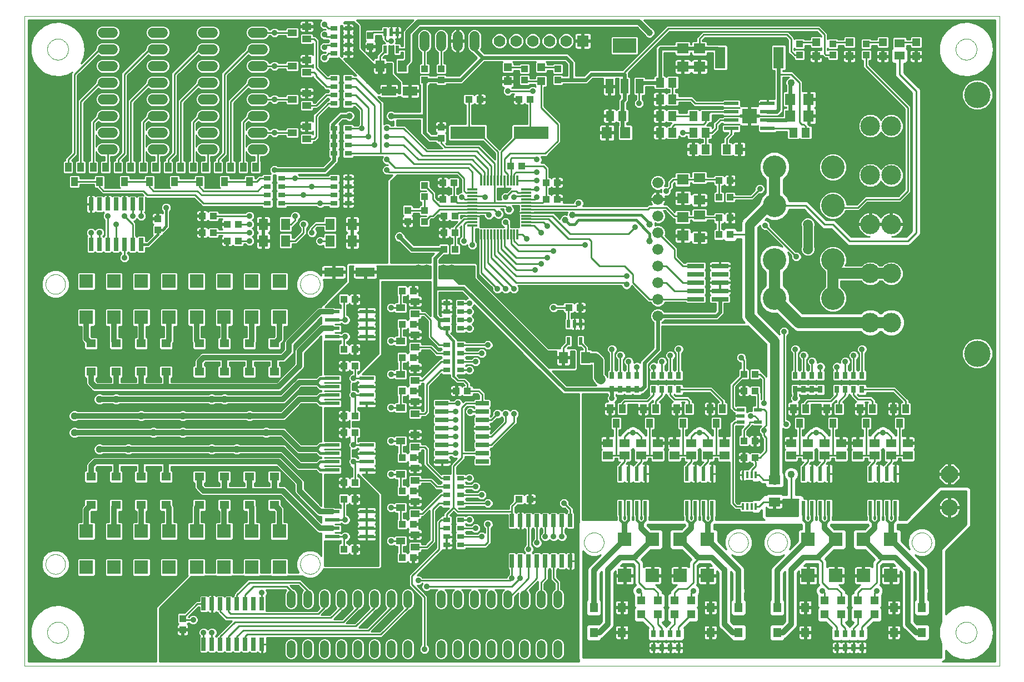
<source format=gtl>
G75*
G70*
%OFA0B0*%
%FSLAX24Y24*%
%IPPOS*%
%LPD*%
%AMOC8*
5,1,8,0,0,1.08239X$1,22.5*
%
%ADD10C,0.0000*%
%ADD11R,0.0551X0.0394*%
%ADD12R,0.0433X0.0295*%
%ADD13C,0.0594*%
%ADD14R,0.0394X0.0551*%
%ADD15R,0.0551X0.0709*%
%ADD16R,0.0433X0.0394*%
%ADD17R,0.0260X0.0800*%
%ADD18R,0.0394X0.0433*%
%ADD19R,0.0870X0.0240*%
%ADD20R,0.0827X0.0827*%
%ADD21R,0.0579X0.0500*%
%ADD22R,0.0591X0.0512*%
%ADD23R,0.0295X0.0433*%
%ADD24R,0.0240X0.0870*%
%ADD25R,0.0500X0.0579*%
%ADD26R,0.0472X0.0472*%
%ADD27C,0.1181*%
%ADD28C,0.1581*%
%ADD29R,0.0217X0.0472*%
%ADD30C,0.1400*%
%ADD31R,0.0906X0.0906*%
%ADD32R,0.0512X0.0591*%
%ADD33R,0.0630X0.1299*%
%ADD34R,0.0630X0.0709*%
%ADD35R,0.0709X0.0630*%
%ADD36R,0.0480X0.0880*%
%ADD37R,0.1417X0.0866*%
%ADD38R,0.0161X0.0402*%
%ADD39R,0.0709X0.0551*%
%ADD40R,0.0472X0.0236*%
%ADD41R,0.0800X0.0260*%
%ADD42C,0.0520*%
%ADD43R,0.0700X0.0700*%
%ADD44C,0.0700*%
%ADD45R,0.1024X0.0256*%
%ADD46R,0.0118X0.0630*%
%ADD47R,0.0630X0.0118*%
%ADD48C,0.0660*%
%ADD49R,0.2100X0.0760*%
%ADD50R,0.1181X0.0551*%
%ADD51C,0.1000*%
%ADD52OC8,0.1000*%
%ADD53R,0.0866X0.0551*%
%ADD54C,0.0357*%
%ADD55C,0.0160*%
%ADD56C,0.0100*%
%ADD57C,0.0240*%
%ADD58C,0.0396*%
%ADD59C,0.0320*%
%ADD60C,0.0436*%
%ADD61C,0.0120*%
%ADD62C,0.0560*%
%ADD63C,0.0591*%
%ADD64C,0.0660*%
D10*
X000655Y001159D02*
X000655Y040159D01*
X059155Y040159D01*
X059155Y001159D01*
X000655Y001159D01*
X002025Y003159D02*
X002027Y003209D01*
X002033Y003259D01*
X002043Y003308D01*
X002057Y003356D01*
X002074Y003403D01*
X002095Y003448D01*
X002120Y003492D01*
X002148Y003533D01*
X002180Y003572D01*
X002214Y003609D01*
X002251Y003643D01*
X002291Y003673D01*
X002333Y003700D01*
X002377Y003724D01*
X002423Y003745D01*
X002470Y003761D01*
X002518Y003774D01*
X002568Y003783D01*
X002617Y003788D01*
X002668Y003789D01*
X002718Y003786D01*
X002767Y003779D01*
X002816Y003768D01*
X002864Y003753D01*
X002910Y003735D01*
X002955Y003713D01*
X002998Y003687D01*
X003039Y003658D01*
X003078Y003626D01*
X003114Y003591D01*
X003146Y003553D01*
X003176Y003513D01*
X003203Y003470D01*
X003226Y003426D01*
X003245Y003380D01*
X003261Y003332D01*
X003273Y003283D01*
X003281Y003234D01*
X003285Y003184D01*
X003285Y003134D01*
X003281Y003084D01*
X003273Y003035D01*
X003261Y002986D01*
X003245Y002938D01*
X003226Y002892D01*
X003203Y002848D01*
X003176Y002805D01*
X003146Y002765D01*
X003114Y002727D01*
X003078Y002692D01*
X003039Y002660D01*
X002998Y002631D01*
X002955Y002605D01*
X002910Y002583D01*
X002864Y002565D01*
X002816Y002550D01*
X002767Y002539D01*
X002718Y002532D01*
X002668Y002529D01*
X002617Y002530D01*
X002568Y002535D01*
X002518Y002544D01*
X002470Y002557D01*
X002423Y002573D01*
X002377Y002594D01*
X002333Y002618D01*
X002291Y002645D01*
X002251Y002675D01*
X002214Y002709D01*
X002180Y002746D01*
X002148Y002785D01*
X002120Y002826D01*
X002095Y002870D01*
X002074Y002915D01*
X002057Y002962D01*
X002043Y003010D01*
X002033Y003059D01*
X002027Y003109D01*
X002025Y003159D01*
X001926Y007257D02*
X001928Y007305D01*
X001934Y007353D01*
X001944Y007400D01*
X001957Y007446D01*
X001975Y007491D01*
X001995Y007535D01*
X002020Y007577D01*
X002048Y007616D01*
X002078Y007653D01*
X002112Y007687D01*
X002149Y007719D01*
X002187Y007748D01*
X002228Y007773D01*
X002271Y007795D01*
X002316Y007813D01*
X002362Y007827D01*
X002409Y007838D01*
X002457Y007845D01*
X002505Y007848D01*
X002553Y007847D01*
X002601Y007842D01*
X002649Y007833D01*
X002695Y007821D01*
X002740Y007804D01*
X002784Y007784D01*
X002826Y007761D01*
X002866Y007734D01*
X002904Y007704D01*
X002939Y007671D01*
X002971Y007635D01*
X003001Y007597D01*
X003027Y007556D01*
X003049Y007513D01*
X003069Y007469D01*
X003084Y007424D01*
X003096Y007377D01*
X003104Y007329D01*
X003108Y007281D01*
X003108Y007233D01*
X003104Y007185D01*
X003096Y007137D01*
X003084Y007090D01*
X003069Y007045D01*
X003049Y007001D01*
X003027Y006958D01*
X003001Y006917D01*
X002971Y006879D01*
X002939Y006843D01*
X002904Y006810D01*
X002866Y006780D01*
X002826Y006753D01*
X002784Y006730D01*
X002740Y006710D01*
X002695Y006693D01*
X002649Y006681D01*
X002601Y006672D01*
X002553Y006667D01*
X002505Y006666D01*
X002457Y006669D01*
X002409Y006676D01*
X002362Y006687D01*
X002316Y006701D01*
X002271Y006719D01*
X002228Y006741D01*
X002187Y006766D01*
X002149Y006795D01*
X002112Y006827D01*
X002078Y006861D01*
X002048Y006898D01*
X002020Y006937D01*
X001995Y006979D01*
X001975Y007023D01*
X001957Y007068D01*
X001944Y007114D01*
X001934Y007161D01*
X001928Y007209D01*
X001926Y007257D01*
X017202Y007257D02*
X017204Y007305D01*
X017210Y007353D01*
X017220Y007400D01*
X017233Y007446D01*
X017251Y007491D01*
X017271Y007535D01*
X017296Y007577D01*
X017324Y007616D01*
X017354Y007653D01*
X017388Y007687D01*
X017425Y007719D01*
X017463Y007748D01*
X017504Y007773D01*
X017547Y007795D01*
X017592Y007813D01*
X017638Y007827D01*
X017685Y007838D01*
X017733Y007845D01*
X017781Y007848D01*
X017829Y007847D01*
X017877Y007842D01*
X017925Y007833D01*
X017971Y007821D01*
X018016Y007804D01*
X018060Y007784D01*
X018102Y007761D01*
X018142Y007734D01*
X018180Y007704D01*
X018215Y007671D01*
X018247Y007635D01*
X018277Y007597D01*
X018303Y007556D01*
X018325Y007513D01*
X018345Y007469D01*
X018360Y007424D01*
X018372Y007377D01*
X018380Y007329D01*
X018384Y007281D01*
X018384Y007233D01*
X018380Y007185D01*
X018372Y007137D01*
X018360Y007090D01*
X018345Y007045D01*
X018325Y007001D01*
X018303Y006958D01*
X018277Y006917D01*
X018247Y006879D01*
X018215Y006843D01*
X018180Y006810D01*
X018142Y006780D01*
X018102Y006753D01*
X018060Y006730D01*
X018016Y006710D01*
X017971Y006693D01*
X017925Y006681D01*
X017877Y006672D01*
X017829Y006667D01*
X017781Y006666D01*
X017733Y006669D01*
X017685Y006676D01*
X017638Y006687D01*
X017592Y006701D01*
X017547Y006719D01*
X017504Y006741D01*
X017463Y006766D01*
X017425Y006795D01*
X017388Y006827D01*
X017354Y006861D01*
X017324Y006898D01*
X017296Y006937D01*
X017271Y006979D01*
X017251Y007023D01*
X017233Y007068D01*
X017220Y007114D01*
X017210Y007161D01*
X017204Y007209D01*
X017202Y007257D01*
X034233Y008561D02*
X034235Y008609D01*
X034241Y008657D01*
X034251Y008704D01*
X034264Y008750D01*
X034282Y008795D01*
X034302Y008839D01*
X034327Y008881D01*
X034355Y008920D01*
X034385Y008957D01*
X034419Y008991D01*
X034456Y009023D01*
X034494Y009052D01*
X034535Y009077D01*
X034578Y009099D01*
X034623Y009117D01*
X034669Y009131D01*
X034716Y009142D01*
X034764Y009149D01*
X034812Y009152D01*
X034860Y009151D01*
X034908Y009146D01*
X034956Y009137D01*
X035002Y009125D01*
X035047Y009108D01*
X035091Y009088D01*
X035133Y009065D01*
X035173Y009038D01*
X035211Y009008D01*
X035246Y008975D01*
X035278Y008939D01*
X035308Y008901D01*
X035334Y008860D01*
X035356Y008817D01*
X035376Y008773D01*
X035391Y008728D01*
X035403Y008681D01*
X035411Y008633D01*
X035415Y008585D01*
X035415Y008537D01*
X035411Y008489D01*
X035403Y008441D01*
X035391Y008394D01*
X035376Y008349D01*
X035356Y008305D01*
X035334Y008262D01*
X035308Y008221D01*
X035278Y008183D01*
X035246Y008147D01*
X035211Y008114D01*
X035173Y008084D01*
X035133Y008057D01*
X035091Y008034D01*
X035047Y008014D01*
X035002Y007997D01*
X034956Y007985D01*
X034908Y007976D01*
X034860Y007971D01*
X034812Y007970D01*
X034764Y007973D01*
X034716Y007980D01*
X034669Y007991D01*
X034623Y008005D01*
X034578Y008023D01*
X034535Y008045D01*
X034494Y008070D01*
X034456Y008099D01*
X034419Y008131D01*
X034385Y008165D01*
X034355Y008202D01*
X034327Y008241D01*
X034302Y008283D01*
X034282Y008327D01*
X034264Y008372D01*
X034251Y008418D01*
X034241Y008465D01*
X034235Y008513D01*
X034233Y008561D01*
X042895Y008561D02*
X042897Y008609D01*
X042903Y008657D01*
X042913Y008704D01*
X042926Y008750D01*
X042944Y008795D01*
X042964Y008839D01*
X042989Y008881D01*
X043017Y008920D01*
X043047Y008957D01*
X043081Y008991D01*
X043118Y009023D01*
X043156Y009052D01*
X043197Y009077D01*
X043240Y009099D01*
X043285Y009117D01*
X043331Y009131D01*
X043378Y009142D01*
X043426Y009149D01*
X043474Y009152D01*
X043522Y009151D01*
X043570Y009146D01*
X043618Y009137D01*
X043664Y009125D01*
X043709Y009108D01*
X043753Y009088D01*
X043795Y009065D01*
X043835Y009038D01*
X043873Y009008D01*
X043908Y008975D01*
X043940Y008939D01*
X043970Y008901D01*
X043996Y008860D01*
X044018Y008817D01*
X044038Y008773D01*
X044053Y008728D01*
X044065Y008681D01*
X044073Y008633D01*
X044077Y008585D01*
X044077Y008537D01*
X044073Y008489D01*
X044065Y008441D01*
X044053Y008394D01*
X044038Y008349D01*
X044018Y008305D01*
X043996Y008262D01*
X043970Y008221D01*
X043940Y008183D01*
X043908Y008147D01*
X043873Y008114D01*
X043835Y008084D01*
X043795Y008057D01*
X043753Y008034D01*
X043709Y008014D01*
X043664Y007997D01*
X043618Y007985D01*
X043570Y007976D01*
X043522Y007971D01*
X043474Y007970D01*
X043426Y007973D01*
X043378Y007980D01*
X043331Y007991D01*
X043285Y008005D01*
X043240Y008023D01*
X043197Y008045D01*
X043156Y008070D01*
X043118Y008099D01*
X043081Y008131D01*
X043047Y008165D01*
X043017Y008202D01*
X042989Y008241D01*
X042964Y008283D01*
X042944Y008327D01*
X042926Y008372D01*
X042913Y008418D01*
X042903Y008465D01*
X042897Y008513D01*
X042895Y008561D01*
X045233Y008561D02*
X045235Y008609D01*
X045241Y008657D01*
X045251Y008704D01*
X045264Y008750D01*
X045282Y008795D01*
X045302Y008839D01*
X045327Y008881D01*
X045355Y008920D01*
X045385Y008957D01*
X045419Y008991D01*
X045456Y009023D01*
X045494Y009052D01*
X045535Y009077D01*
X045578Y009099D01*
X045623Y009117D01*
X045669Y009131D01*
X045716Y009142D01*
X045764Y009149D01*
X045812Y009152D01*
X045860Y009151D01*
X045908Y009146D01*
X045956Y009137D01*
X046002Y009125D01*
X046047Y009108D01*
X046091Y009088D01*
X046133Y009065D01*
X046173Y009038D01*
X046211Y009008D01*
X046246Y008975D01*
X046278Y008939D01*
X046308Y008901D01*
X046334Y008860D01*
X046356Y008817D01*
X046376Y008773D01*
X046391Y008728D01*
X046403Y008681D01*
X046411Y008633D01*
X046415Y008585D01*
X046415Y008537D01*
X046411Y008489D01*
X046403Y008441D01*
X046391Y008394D01*
X046376Y008349D01*
X046356Y008305D01*
X046334Y008262D01*
X046308Y008221D01*
X046278Y008183D01*
X046246Y008147D01*
X046211Y008114D01*
X046173Y008084D01*
X046133Y008057D01*
X046091Y008034D01*
X046047Y008014D01*
X046002Y007997D01*
X045956Y007985D01*
X045908Y007976D01*
X045860Y007971D01*
X045812Y007970D01*
X045764Y007973D01*
X045716Y007980D01*
X045669Y007991D01*
X045623Y008005D01*
X045578Y008023D01*
X045535Y008045D01*
X045494Y008070D01*
X045456Y008099D01*
X045419Y008131D01*
X045385Y008165D01*
X045355Y008202D01*
X045327Y008241D01*
X045302Y008283D01*
X045282Y008327D01*
X045264Y008372D01*
X045251Y008418D01*
X045241Y008465D01*
X045235Y008513D01*
X045233Y008561D01*
X053895Y008561D02*
X053897Y008609D01*
X053903Y008657D01*
X053913Y008704D01*
X053926Y008750D01*
X053944Y008795D01*
X053964Y008839D01*
X053989Y008881D01*
X054017Y008920D01*
X054047Y008957D01*
X054081Y008991D01*
X054118Y009023D01*
X054156Y009052D01*
X054197Y009077D01*
X054240Y009099D01*
X054285Y009117D01*
X054331Y009131D01*
X054378Y009142D01*
X054426Y009149D01*
X054474Y009152D01*
X054522Y009151D01*
X054570Y009146D01*
X054618Y009137D01*
X054664Y009125D01*
X054709Y009108D01*
X054753Y009088D01*
X054795Y009065D01*
X054835Y009038D01*
X054873Y009008D01*
X054908Y008975D01*
X054940Y008939D01*
X054970Y008901D01*
X054996Y008860D01*
X055018Y008817D01*
X055038Y008773D01*
X055053Y008728D01*
X055065Y008681D01*
X055073Y008633D01*
X055077Y008585D01*
X055077Y008537D01*
X055073Y008489D01*
X055065Y008441D01*
X055053Y008394D01*
X055038Y008349D01*
X055018Y008305D01*
X054996Y008262D01*
X054970Y008221D01*
X054940Y008183D01*
X054908Y008147D01*
X054873Y008114D01*
X054835Y008084D01*
X054795Y008057D01*
X054753Y008034D01*
X054709Y008014D01*
X054664Y007997D01*
X054618Y007985D01*
X054570Y007976D01*
X054522Y007971D01*
X054474Y007970D01*
X054426Y007973D01*
X054378Y007980D01*
X054331Y007991D01*
X054285Y008005D01*
X054240Y008023D01*
X054197Y008045D01*
X054156Y008070D01*
X054118Y008099D01*
X054081Y008131D01*
X054047Y008165D01*
X054017Y008202D01*
X053989Y008241D01*
X053964Y008283D01*
X053944Y008327D01*
X053926Y008372D01*
X053913Y008418D01*
X053903Y008465D01*
X053897Y008513D01*
X053895Y008561D01*
X056525Y003159D02*
X056527Y003209D01*
X056533Y003259D01*
X056543Y003308D01*
X056557Y003356D01*
X056574Y003403D01*
X056595Y003448D01*
X056620Y003492D01*
X056648Y003533D01*
X056680Y003572D01*
X056714Y003609D01*
X056751Y003643D01*
X056791Y003673D01*
X056833Y003700D01*
X056877Y003724D01*
X056923Y003745D01*
X056970Y003761D01*
X057018Y003774D01*
X057068Y003783D01*
X057117Y003788D01*
X057168Y003789D01*
X057218Y003786D01*
X057267Y003779D01*
X057316Y003768D01*
X057364Y003753D01*
X057410Y003735D01*
X057455Y003713D01*
X057498Y003687D01*
X057539Y003658D01*
X057578Y003626D01*
X057614Y003591D01*
X057646Y003553D01*
X057676Y003513D01*
X057703Y003470D01*
X057726Y003426D01*
X057745Y003380D01*
X057761Y003332D01*
X057773Y003283D01*
X057781Y003234D01*
X057785Y003184D01*
X057785Y003134D01*
X057781Y003084D01*
X057773Y003035D01*
X057761Y002986D01*
X057745Y002938D01*
X057726Y002892D01*
X057703Y002848D01*
X057676Y002805D01*
X057646Y002765D01*
X057614Y002727D01*
X057578Y002692D01*
X057539Y002660D01*
X057498Y002631D01*
X057455Y002605D01*
X057410Y002583D01*
X057364Y002565D01*
X057316Y002550D01*
X057267Y002539D01*
X057218Y002532D01*
X057168Y002529D01*
X057117Y002530D01*
X057068Y002535D01*
X057018Y002544D01*
X056970Y002557D01*
X056923Y002573D01*
X056877Y002594D01*
X056833Y002618D01*
X056791Y002645D01*
X056751Y002675D01*
X056714Y002709D01*
X056680Y002746D01*
X056648Y002785D01*
X056620Y002826D01*
X056595Y002870D01*
X056574Y002915D01*
X056557Y002962D01*
X056543Y003010D01*
X056533Y003059D01*
X056527Y003109D01*
X056525Y003159D01*
X017202Y024061D02*
X017204Y024109D01*
X017210Y024157D01*
X017220Y024204D01*
X017233Y024250D01*
X017251Y024295D01*
X017271Y024339D01*
X017296Y024381D01*
X017324Y024420D01*
X017354Y024457D01*
X017388Y024491D01*
X017425Y024523D01*
X017463Y024552D01*
X017504Y024577D01*
X017547Y024599D01*
X017592Y024617D01*
X017638Y024631D01*
X017685Y024642D01*
X017733Y024649D01*
X017781Y024652D01*
X017829Y024651D01*
X017877Y024646D01*
X017925Y024637D01*
X017971Y024625D01*
X018016Y024608D01*
X018060Y024588D01*
X018102Y024565D01*
X018142Y024538D01*
X018180Y024508D01*
X018215Y024475D01*
X018247Y024439D01*
X018277Y024401D01*
X018303Y024360D01*
X018325Y024317D01*
X018345Y024273D01*
X018360Y024228D01*
X018372Y024181D01*
X018380Y024133D01*
X018384Y024085D01*
X018384Y024037D01*
X018380Y023989D01*
X018372Y023941D01*
X018360Y023894D01*
X018345Y023849D01*
X018325Y023805D01*
X018303Y023762D01*
X018277Y023721D01*
X018247Y023683D01*
X018215Y023647D01*
X018180Y023614D01*
X018142Y023584D01*
X018102Y023557D01*
X018060Y023534D01*
X018016Y023514D01*
X017971Y023497D01*
X017925Y023485D01*
X017877Y023476D01*
X017829Y023471D01*
X017781Y023470D01*
X017733Y023473D01*
X017685Y023480D01*
X017638Y023491D01*
X017592Y023505D01*
X017547Y023523D01*
X017504Y023545D01*
X017463Y023570D01*
X017425Y023599D01*
X017388Y023631D01*
X017354Y023665D01*
X017324Y023702D01*
X017296Y023741D01*
X017271Y023783D01*
X017251Y023827D01*
X017233Y023872D01*
X017220Y023918D01*
X017210Y023965D01*
X017204Y024013D01*
X017202Y024061D01*
X001926Y024061D02*
X001928Y024109D01*
X001934Y024157D01*
X001944Y024204D01*
X001957Y024250D01*
X001975Y024295D01*
X001995Y024339D01*
X002020Y024381D01*
X002048Y024420D01*
X002078Y024457D01*
X002112Y024491D01*
X002149Y024523D01*
X002187Y024552D01*
X002228Y024577D01*
X002271Y024599D01*
X002316Y024617D01*
X002362Y024631D01*
X002409Y024642D01*
X002457Y024649D01*
X002505Y024652D01*
X002553Y024651D01*
X002601Y024646D01*
X002649Y024637D01*
X002695Y024625D01*
X002740Y024608D01*
X002784Y024588D01*
X002826Y024565D01*
X002866Y024538D01*
X002904Y024508D01*
X002939Y024475D01*
X002971Y024439D01*
X003001Y024401D01*
X003027Y024360D01*
X003049Y024317D01*
X003069Y024273D01*
X003084Y024228D01*
X003096Y024181D01*
X003104Y024133D01*
X003108Y024085D01*
X003108Y024037D01*
X003104Y023989D01*
X003096Y023941D01*
X003084Y023894D01*
X003069Y023849D01*
X003049Y023805D01*
X003027Y023762D01*
X003001Y023721D01*
X002971Y023683D01*
X002939Y023647D01*
X002904Y023614D01*
X002866Y023584D01*
X002826Y023557D01*
X002784Y023534D01*
X002740Y023514D01*
X002695Y023497D01*
X002649Y023485D01*
X002601Y023476D01*
X002553Y023471D01*
X002505Y023470D01*
X002457Y023473D01*
X002409Y023480D01*
X002362Y023491D01*
X002316Y023505D01*
X002271Y023523D01*
X002228Y023545D01*
X002187Y023570D01*
X002149Y023599D01*
X002112Y023631D01*
X002078Y023665D01*
X002048Y023702D01*
X002020Y023741D01*
X001995Y023783D01*
X001975Y023827D01*
X001957Y023872D01*
X001944Y023918D01*
X001934Y023965D01*
X001928Y024013D01*
X001926Y024061D01*
X002025Y038159D02*
X002027Y038209D01*
X002033Y038259D01*
X002043Y038308D01*
X002057Y038356D01*
X002074Y038403D01*
X002095Y038448D01*
X002120Y038492D01*
X002148Y038533D01*
X002180Y038572D01*
X002214Y038609D01*
X002251Y038643D01*
X002291Y038673D01*
X002333Y038700D01*
X002377Y038724D01*
X002423Y038745D01*
X002470Y038761D01*
X002518Y038774D01*
X002568Y038783D01*
X002617Y038788D01*
X002668Y038789D01*
X002718Y038786D01*
X002767Y038779D01*
X002816Y038768D01*
X002864Y038753D01*
X002910Y038735D01*
X002955Y038713D01*
X002998Y038687D01*
X003039Y038658D01*
X003078Y038626D01*
X003114Y038591D01*
X003146Y038553D01*
X003176Y038513D01*
X003203Y038470D01*
X003226Y038426D01*
X003245Y038380D01*
X003261Y038332D01*
X003273Y038283D01*
X003281Y038234D01*
X003285Y038184D01*
X003285Y038134D01*
X003281Y038084D01*
X003273Y038035D01*
X003261Y037986D01*
X003245Y037938D01*
X003226Y037892D01*
X003203Y037848D01*
X003176Y037805D01*
X003146Y037765D01*
X003114Y037727D01*
X003078Y037692D01*
X003039Y037660D01*
X002998Y037631D01*
X002955Y037605D01*
X002910Y037583D01*
X002864Y037565D01*
X002816Y037550D01*
X002767Y037539D01*
X002718Y037532D01*
X002668Y037529D01*
X002617Y037530D01*
X002568Y037535D01*
X002518Y037544D01*
X002470Y037557D01*
X002423Y037573D01*
X002377Y037594D01*
X002333Y037618D01*
X002291Y037645D01*
X002251Y037675D01*
X002214Y037709D01*
X002180Y037746D01*
X002148Y037785D01*
X002120Y037826D01*
X002095Y037870D01*
X002074Y037915D01*
X002057Y037962D01*
X002043Y038010D01*
X002033Y038059D01*
X002027Y038109D01*
X002025Y038159D01*
X056525Y038159D02*
X056527Y038209D01*
X056533Y038259D01*
X056543Y038308D01*
X056557Y038356D01*
X056574Y038403D01*
X056595Y038448D01*
X056620Y038492D01*
X056648Y038533D01*
X056680Y038572D01*
X056714Y038609D01*
X056751Y038643D01*
X056791Y038673D01*
X056833Y038700D01*
X056877Y038724D01*
X056923Y038745D01*
X056970Y038761D01*
X057018Y038774D01*
X057068Y038783D01*
X057117Y038788D01*
X057168Y038789D01*
X057218Y038786D01*
X057267Y038779D01*
X057316Y038768D01*
X057364Y038753D01*
X057410Y038735D01*
X057455Y038713D01*
X057498Y038687D01*
X057539Y038658D01*
X057578Y038626D01*
X057614Y038591D01*
X057646Y038553D01*
X057676Y038513D01*
X057703Y038470D01*
X057726Y038426D01*
X057745Y038380D01*
X057761Y038332D01*
X057773Y038283D01*
X057781Y038234D01*
X057785Y038184D01*
X057785Y038134D01*
X057781Y038084D01*
X057773Y038035D01*
X057761Y037986D01*
X057745Y037938D01*
X057726Y037892D01*
X057703Y037848D01*
X057676Y037805D01*
X057646Y037765D01*
X057614Y037727D01*
X057578Y037692D01*
X057539Y037660D01*
X057498Y037631D01*
X057455Y037605D01*
X057410Y037583D01*
X057364Y037565D01*
X057316Y037550D01*
X057267Y037539D01*
X057218Y037532D01*
X057168Y037529D01*
X057117Y037530D01*
X057068Y037535D01*
X057018Y037544D01*
X056970Y037557D01*
X056923Y037573D01*
X056877Y037594D01*
X056833Y037618D01*
X056791Y037645D01*
X056751Y037675D01*
X056714Y037709D01*
X056680Y037746D01*
X056648Y037785D01*
X056620Y037826D01*
X056595Y037870D01*
X056574Y037915D01*
X056557Y037962D01*
X056543Y038010D01*
X056533Y038059D01*
X056527Y038109D01*
X056525Y038159D01*
D11*
X024088Y023033D03*
X024088Y022285D03*
X023222Y022659D03*
X024088Y021033D03*
X024088Y020285D03*
X023222Y020659D03*
X024088Y019033D03*
X024088Y018285D03*
X023222Y018659D03*
X024088Y017033D03*
X024088Y016285D03*
X023222Y016659D03*
X024088Y015033D03*
X024088Y014285D03*
X023222Y014659D03*
X024088Y013033D03*
X024088Y012285D03*
X023222Y012659D03*
X024088Y011033D03*
X024088Y010285D03*
X023222Y010659D03*
X024088Y009033D03*
X024088Y008285D03*
X023222Y008659D03*
X017588Y032785D03*
X017588Y033533D03*
X016722Y033159D03*
X017588Y034785D03*
X017588Y035533D03*
X016722Y035159D03*
X017588Y036785D03*
X017588Y037533D03*
X016722Y037159D03*
X017588Y038785D03*
X017588Y039533D03*
X016722Y039159D03*
D12*
X019234Y038909D03*
X019234Y039409D03*
X020076Y039409D03*
X020076Y038909D03*
X020076Y038409D03*
X020076Y037909D03*
X019234Y037909D03*
X019234Y038409D03*
X019234Y036409D03*
X019234Y035909D03*
X019234Y035409D03*
X019234Y034909D03*
X020076Y034909D03*
X020076Y035409D03*
X020076Y035909D03*
X020076Y036409D03*
X020076Y033409D03*
X020076Y032909D03*
X020076Y032409D03*
X019234Y032409D03*
X019234Y032909D03*
X019234Y033409D03*
X019234Y031909D03*
X020076Y031909D03*
X020076Y030409D03*
X020076Y029909D03*
X019234Y029909D03*
X019234Y030409D03*
X019234Y029409D03*
X019234Y028909D03*
X020076Y028909D03*
X020076Y029409D03*
X016076Y029409D03*
X016076Y028909D03*
X015234Y028909D03*
X015234Y029409D03*
X015234Y029909D03*
X015234Y030409D03*
X016076Y030409D03*
X016076Y029909D03*
X025984Y022909D03*
X025984Y022409D03*
X025984Y021909D03*
X025984Y021409D03*
X026826Y021409D03*
X026826Y021909D03*
X026826Y022409D03*
X026826Y022909D03*
X026826Y020409D03*
X026826Y019909D03*
X026826Y019409D03*
X026826Y018909D03*
X025984Y018909D03*
X025984Y019409D03*
X025984Y019909D03*
X025984Y020409D03*
X025984Y012409D03*
X025984Y011909D03*
X026826Y011909D03*
X026826Y012409D03*
X026826Y011409D03*
X026826Y010909D03*
X025984Y010909D03*
X025984Y011409D03*
X025984Y009909D03*
X026826Y009909D03*
X026826Y009409D03*
X026826Y008909D03*
X026826Y008409D03*
X025984Y008409D03*
X025984Y008909D03*
X025984Y009409D03*
D13*
X014952Y032159D02*
X014358Y032159D01*
X014358Y033159D02*
X014952Y033159D01*
X014952Y034159D02*
X014358Y034159D01*
X014358Y035159D02*
X014952Y035159D01*
X014952Y036159D02*
X014358Y036159D01*
X014358Y037159D02*
X014952Y037159D01*
X014952Y038159D02*
X014358Y038159D01*
X014358Y039159D02*
X014952Y039159D01*
X011952Y039159D02*
X011358Y039159D01*
X011358Y038159D02*
X011952Y038159D01*
X011952Y037159D02*
X011358Y037159D01*
X011358Y036159D02*
X011952Y036159D01*
X011952Y035159D02*
X011358Y035159D01*
X011358Y034159D02*
X011952Y034159D01*
X011952Y033159D02*
X011358Y033159D01*
X011358Y032159D02*
X011952Y032159D01*
X008952Y032159D02*
X008358Y032159D01*
X008358Y033159D02*
X008952Y033159D01*
X008952Y034159D02*
X008358Y034159D01*
X008358Y035159D02*
X008952Y035159D01*
X008952Y036159D02*
X008358Y036159D01*
X008358Y037159D02*
X008952Y037159D01*
X008952Y038159D02*
X008358Y038159D01*
X008358Y039159D02*
X008952Y039159D01*
X005952Y039159D02*
X005358Y039159D01*
X005358Y038159D02*
X005952Y038159D01*
X005952Y037159D02*
X005358Y037159D01*
X005358Y036159D02*
X005952Y036159D01*
X005952Y035159D02*
X005358Y035159D01*
X005358Y034159D02*
X005952Y034159D01*
X005952Y033159D02*
X005358Y033159D01*
X005358Y032159D02*
X005952Y032159D01*
X024655Y038362D02*
X024655Y038956D01*
X025655Y038956D02*
X025655Y038362D01*
X026655Y038362D02*
X026655Y038956D01*
X027655Y038956D02*
X027655Y038362D01*
D14*
X014529Y031092D03*
X013781Y031092D03*
X013029Y031092D03*
X012281Y031092D03*
X011529Y031092D03*
X010781Y031092D03*
X010029Y031092D03*
X009281Y031092D03*
X008529Y031092D03*
X007781Y031092D03*
X007029Y031092D03*
X006281Y031092D03*
X005529Y031092D03*
X004781Y031092D03*
X004029Y031092D03*
X003281Y031092D03*
X003655Y030226D03*
X005155Y030226D03*
X006655Y030226D03*
X008155Y030226D03*
X009655Y030226D03*
X011155Y030226D03*
X012655Y030226D03*
X014155Y030226D03*
X035781Y016592D03*
X036529Y016592D03*
X036155Y015726D03*
X037781Y016592D03*
X038529Y016592D03*
X038155Y015726D03*
X039781Y016592D03*
X040529Y016592D03*
X040155Y015726D03*
X041781Y016592D03*
X042529Y016592D03*
X042155Y015726D03*
X046781Y016592D03*
X047529Y016592D03*
X047155Y015726D03*
X048781Y016592D03*
X049529Y016592D03*
X049155Y015726D03*
X050781Y016592D03*
X051529Y016592D03*
X051155Y015726D03*
X052781Y016592D03*
X053529Y016592D03*
X053155Y015726D03*
D15*
X034324Y019659D03*
X032986Y019659D03*
X020324Y026659D03*
X020324Y027659D03*
X018986Y027659D03*
X018986Y026659D03*
X016324Y026659D03*
X016324Y027659D03*
X014986Y027659D03*
X014986Y026659D03*
X021986Y037159D03*
X023324Y037159D03*
D16*
X024655Y036994D03*
X025655Y036994D03*
X025655Y036324D03*
X024655Y036324D03*
X027320Y035159D03*
X027990Y035159D03*
X030320Y035159D03*
X030990Y035159D03*
X030655Y036324D03*
X030655Y036994D03*
X032655Y036994D03*
X032655Y036324D03*
X032615Y030159D03*
X031945Y030159D03*
X031945Y029159D03*
X032615Y029159D03*
X026427Y029159D03*
X025758Y029159D03*
X025758Y030159D03*
X026427Y030159D03*
X024655Y029994D03*
X024655Y029324D03*
X024655Y028494D03*
X024655Y027824D03*
X025820Y028159D03*
X026490Y028159D03*
X033320Y022659D03*
X033990Y022659D03*
X027240Y017659D03*
X026570Y017659D03*
X030320Y011159D03*
X030990Y011159D03*
X043820Y013659D03*
X044490Y013659D03*
X044490Y017659D03*
X043820Y017659D03*
X047155Y037824D03*
X047155Y038494D03*
X049155Y038494D03*
X049155Y037824D03*
X051155Y037824D03*
X051155Y038494D03*
X013490Y027659D03*
X012820Y027659D03*
X011990Y027159D03*
X012820Y026659D03*
X013490Y026659D03*
X011990Y028159D03*
X011320Y028159D03*
X011320Y027159D03*
D17*
X007655Y026449D03*
X007155Y026449D03*
X006655Y026449D03*
X006155Y026449D03*
X005655Y026449D03*
X005155Y026449D03*
X004655Y026449D03*
X004655Y028869D03*
X005155Y028869D03*
X005655Y028869D03*
X006155Y028869D03*
X006655Y028869D03*
X007155Y028869D03*
X007655Y028869D03*
X029905Y009869D03*
X030405Y009869D03*
X030905Y009869D03*
X031405Y009869D03*
X031905Y009869D03*
X032405Y009869D03*
X032905Y009869D03*
X033405Y009869D03*
X033405Y007449D03*
X032905Y007449D03*
X032405Y007449D03*
X031905Y007449D03*
X031405Y007449D03*
X030905Y007449D03*
X030405Y007449D03*
X029905Y007449D03*
X014905Y004869D03*
X014405Y004869D03*
X013905Y004869D03*
X013405Y004869D03*
X012905Y004869D03*
X012405Y004869D03*
X011905Y004869D03*
X011405Y004869D03*
X011405Y002449D03*
X011905Y002449D03*
X012405Y002449D03*
X012905Y002449D03*
X013405Y002449D03*
X013905Y002449D03*
X014405Y002449D03*
X014905Y002449D03*
D18*
X010155Y003324D03*
X010155Y003994D03*
X019820Y008159D03*
X020490Y008159D03*
X023320Y007659D03*
X023990Y007659D03*
X023990Y009659D03*
X023320Y009659D03*
X020490Y011159D03*
X019820Y011159D03*
X019820Y012159D03*
X020490Y012159D03*
X023320Y011659D03*
X023990Y011659D03*
X023990Y013659D03*
X023320Y013659D03*
X020490Y015159D03*
X019820Y015159D03*
X019820Y016159D03*
X020490Y016159D03*
X023320Y017659D03*
X023990Y017659D03*
X023990Y019659D03*
X023320Y019659D03*
X020490Y019159D03*
X019820Y019159D03*
X019820Y020159D03*
X020490Y020159D03*
X023320Y021659D03*
X023990Y021659D03*
X023990Y023659D03*
X023320Y023659D03*
X020490Y023159D03*
X019820Y023159D03*
X025820Y026159D03*
X026490Y026159D03*
X026490Y027159D03*
X025820Y027159D03*
X023655Y027824D03*
X023655Y028494D03*
X029820Y031159D03*
X030490Y031159D03*
X025655Y032824D03*
X025655Y033494D03*
X021405Y038324D03*
X021405Y038994D03*
X008655Y027994D03*
X008655Y027324D03*
X042320Y027034D03*
X042990Y027034D03*
X042990Y028034D03*
X042320Y028034D03*
X042320Y029284D03*
X042990Y029284D03*
X042990Y030284D03*
X042320Y030284D03*
X043820Y018659D03*
X044490Y018659D03*
X044490Y014659D03*
X043820Y014659D03*
D19*
X021185Y014409D03*
X021185Y013909D03*
X021185Y013409D03*
X021185Y012909D03*
X019125Y012909D03*
X019125Y013409D03*
X019125Y013909D03*
X019125Y014409D03*
X019125Y016909D03*
X019125Y017409D03*
X019125Y017909D03*
X019125Y018409D03*
X021185Y018409D03*
X021185Y017909D03*
X021185Y017409D03*
X021185Y016909D03*
X021185Y020909D03*
X021185Y021409D03*
X021185Y021909D03*
X021185Y022409D03*
X019125Y022409D03*
X019125Y021909D03*
X019125Y021409D03*
X019125Y020909D03*
X019125Y010409D03*
X019125Y009909D03*
X019125Y009409D03*
X019125Y008909D03*
X021185Y008909D03*
X021185Y009409D03*
X021185Y009909D03*
X021185Y010409D03*
X043072Y033409D03*
X043072Y033909D03*
X043072Y034409D03*
X043072Y034909D03*
X045238Y034909D03*
X045238Y034409D03*
X045238Y033909D03*
X045238Y033409D03*
D20*
X015943Y024242D03*
X014289Y024242D03*
X012635Y024242D03*
X010982Y024242D03*
X009328Y024242D03*
X007675Y024242D03*
X006021Y024242D03*
X004368Y024242D03*
X004368Y022076D03*
X006021Y022076D03*
X007675Y022076D03*
X009328Y022076D03*
X010982Y022076D03*
X012635Y022076D03*
X014289Y022076D03*
X015943Y022076D03*
X015943Y009242D03*
X014289Y009242D03*
X012635Y009242D03*
X010982Y009242D03*
X009328Y009242D03*
X007675Y009242D03*
X006021Y009242D03*
X004368Y009242D03*
X004368Y007076D03*
X006021Y007076D03*
X007675Y007076D03*
X009328Y007076D03*
X010982Y007076D03*
X012635Y007076D03*
X014289Y007076D03*
X015943Y007076D03*
X036675Y006576D03*
X038328Y006576D03*
X039982Y006576D03*
X041635Y006576D03*
X041635Y008742D03*
X039982Y008742D03*
X038328Y008742D03*
X036675Y008742D03*
X047675Y008742D03*
X049328Y008742D03*
X050982Y008742D03*
X052635Y008742D03*
X052635Y006576D03*
X050982Y006576D03*
X049328Y006576D03*
X047675Y006576D03*
D21*
X015655Y010813D03*
X014155Y010813D03*
X012655Y010813D03*
X011155Y010813D03*
X009155Y010813D03*
X007655Y010813D03*
X006155Y010813D03*
X004655Y010813D03*
X004655Y012506D03*
X006155Y012506D03*
X007655Y012506D03*
X009155Y012506D03*
X011155Y012506D03*
X012655Y012506D03*
X014155Y012506D03*
X015655Y012506D03*
X015655Y018813D03*
X014155Y018813D03*
X012655Y018813D03*
X011155Y018813D03*
X009155Y018813D03*
X007655Y018813D03*
X006155Y018813D03*
X004655Y018813D03*
X004655Y020506D03*
X006155Y020506D03*
X007655Y020506D03*
X009155Y020506D03*
X011155Y020506D03*
X012655Y020506D03*
X014155Y020506D03*
X015655Y020506D03*
D22*
X035655Y014533D03*
X035655Y013785D03*
X036655Y013785D03*
X037655Y013785D03*
X037655Y014533D03*
X036655Y014533D03*
X038655Y014533D03*
X038655Y013785D03*
X039655Y013785D03*
X040655Y013785D03*
X040655Y014533D03*
X039655Y014533D03*
X041655Y014533D03*
X041655Y013785D03*
X042655Y013785D03*
X042655Y014533D03*
X046655Y014533D03*
X047655Y014533D03*
X047655Y013785D03*
X046655Y013785D03*
X048655Y013785D03*
X048655Y014533D03*
X049655Y014533D03*
X050655Y014533D03*
X050655Y013785D03*
X049655Y013785D03*
X051655Y013785D03*
X051655Y014533D03*
X052655Y014533D03*
X053655Y014533D03*
X053655Y013785D03*
X052655Y013785D03*
X053155Y037785D03*
X053155Y038533D03*
D23*
X050905Y018580D03*
X050405Y018580D03*
X049905Y018580D03*
X049405Y018580D03*
X049405Y017738D03*
X049905Y017738D03*
X050405Y017738D03*
X050905Y017738D03*
X048405Y017738D03*
X047905Y017738D03*
X047405Y017738D03*
X046905Y017738D03*
X046905Y018580D03*
X047405Y018580D03*
X047905Y018580D03*
X048405Y018580D03*
X039905Y018580D03*
X039405Y018580D03*
X038905Y018580D03*
X038405Y018580D03*
X038405Y017738D03*
X038905Y017738D03*
X039405Y017738D03*
X039905Y017738D03*
X037405Y017738D03*
X036905Y017738D03*
X036405Y017738D03*
X035905Y017738D03*
X035905Y018580D03*
X036405Y018580D03*
X036905Y018580D03*
X037405Y018580D03*
X038405Y003080D03*
X038905Y003080D03*
X039405Y003080D03*
X039905Y003080D03*
X039905Y002238D03*
X039405Y002238D03*
X038905Y002238D03*
X038405Y002238D03*
X049405Y002238D03*
X049905Y002238D03*
X050405Y002238D03*
X050905Y002238D03*
X050905Y003080D03*
X050405Y003080D03*
X049905Y003080D03*
X049405Y003080D03*
D24*
X048905Y010629D03*
X048405Y010629D03*
X047905Y010629D03*
X047405Y010629D03*
X047405Y012689D03*
X047905Y012689D03*
X048405Y012689D03*
X048905Y012689D03*
X051405Y012689D03*
X051905Y012689D03*
X052405Y012689D03*
X052905Y012689D03*
X052905Y010629D03*
X052405Y010629D03*
X051905Y010629D03*
X051405Y010629D03*
X041905Y010629D03*
X041405Y010629D03*
X040905Y010629D03*
X040405Y010629D03*
X037905Y010629D03*
X037405Y010629D03*
X036905Y010629D03*
X036405Y010629D03*
X036405Y012689D03*
X036905Y012689D03*
X037405Y012689D03*
X037905Y012689D03*
X040405Y012689D03*
X040905Y012689D03*
X041405Y012689D03*
X041905Y012689D03*
D25*
X041809Y004659D03*
X043502Y004659D03*
X043502Y003159D03*
X041809Y003159D03*
X045809Y003159D03*
X047502Y003159D03*
X047502Y004659D03*
X045809Y004659D03*
X052809Y004659D03*
X054502Y004659D03*
X054502Y003159D03*
X052809Y003159D03*
X036502Y003159D03*
X034809Y003159D03*
X034809Y004659D03*
X036502Y004659D03*
D26*
X037655Y004246D03*
X037655Y005072D03*
X038655Y005072D03*
X038655Y004246D03*
X039655Y004246D03*
X040655Y004246D03*
X040655Y005072D03*
X039655Y005072D03*
X048655Y005072D03*
X048655Y004246D03*
X049655Y004246D03*
X050655Y004246D03*
X050655Y005072D03*
X049655Y005072D03*
X051655Y005072D03*
X051655Y004246D03*
X031655Y036246D03*
X031655Y037072D03*
X029655Y037072D03*
X029655Y036246D03*
X048155Y037746D03*
X048155Y038572D03*
X050155Y038572D03*
X050155Y037746D03*
X052155Y037746D03*
X052155Y038572D03*
X054155Y038572D03*
X054155Y037746D03*
D27*
X052655Y033557D03*
X051403Y033557D03*
X051403Y030608D03*
X052655Y030608D03*
X052655Y027659D03*
X051403Y027659D03*
X051403Y024710D03*
X052655Y024710D03*
X052655Y021761D03*
X051403Y021761D03*
D28*
X057824Y019891D03*
X057824Y035427D03*
D29*
X034029Y021671D03*
X033655Y021671D03*
X033281Y021671D03*
X033281Y020647D03*
X034029Y020647D03*
X023029Y038147D03*
X022281Y038147D03*
X022281Y039171D03*
X022655Y039171D03*
X023029Y039171D03*
D30*
X045655Y031096D03*
X045655Y028796D03*
X049155Y028796D03*
X049155Y031096D03*
X049155Y025522D03*
X049155Y023222D03*
X045655Y023222D03*
X045655Y025522D03*
D31*
X044155Y034159D03*
D32*
X041529Y034159D03*
X040781Y034159D03*
X039529Y034159D03*
X038781Y034159D03*
X038781Y035159D03*
X039529Y035159D03*
X039529Y036159D03*
X038781Y036159D03*
X036529Y034159D03*
X035781Y034159D03*
X038781Y033159D03*
X039529Y033159D03*
X040781Y033159D03*
X041529Y033159D03*
X041529Y032159D03*
X040781Y032159D03*
X042781Y032159D03*
X043529Y032159D03*
X046781Y033159D03*
X047529Y033159D03*
D33*
X045907Y037659D03*
X042403Y037659D03*
D34*
X046604Y035159D03*
X046604Y034159D03*
X047706Y034159D03*
X047706Y035159D03*
X036706Y033159D03*
X035604Y033159D03*
D35*
X040155Y030335D03*
X040155Y029233D03*
X040155Y028085D03*
X040155Y026983D03*
X040155Y037108D03*
X041155Y037108D03*
X041155Y038210D03*
X040155Y038210D03*
D36*
X037565Y035939D03*
X036655Y035939D03*
X035745Y035939D03*
D37*
X036655Y038379D03*
D38*
X043771Y012604D03*
X044027Y012604D03*
X044283Y012604D03*
X044539Y012604D03*
X044539Y010714D03*
X044283Y010714D03*
X044027Y010714D03*
X043771Y010714D03*
D39*
X045655Y010990D03*
X045655Y012328D03*
X041155Y026865D03*
X041155Y028203D03*
X041155Y029115D03*
X041155Y030453D03*
D40*
X043641Y016533D03*
X043641Y016159D03*
X043641Y015785D03*
X044669Y015785D03*
X044669Y016533D03*
D41*
X028115Y016409D03*
X028115Y016909D03*
X028115Y015909D03*
X028115Y015409D03*
X028115Y014909D03*
X028115Y014409D03*
X028115Y013909D03*
X028115Y013409D03*
X025695Y013409D03*
X025695Y013909D03*
X025695Y014409D03*
X025695Y014909D03*
X025695Y015409D03*
X025695Y015909D03*
X025695Y016409D03*
X025695Y016909D03*
D42*
X025655Y005419D02*
X025655Y004899D01*
X026655Y004899D02*
X026655Y005419D01*
X027655Y005419D02*
X027655Y004899D01*
X028655Y004899D02*
X028655Y005419D01*
X029655Y005419D02*
X029655Y004899D01*
X030655Y004899D02*
X030655Y005419D01*
X031655Y005419D02*
X031655Y004899D01*
X032655Y004899D02*
X032655Y005419D01*
X032655Y002419D02*
X032655Y001899D01*
X031655Y001899D02*
X031655Y002419D01*
X030655Y002419D02*
X030655Y001899D01*
X029655Y001899D02*
X029655Y002419D01*
X028655Y002419D02*
X028655Y001899D01*
X027655Y001899D02*
X027655Y002419D01*
X026655Y002419D02*
X026655Y001899D01*
X025655Y001899D02*
X025655Y002419D01*
X023655Y002419D02*
X023655Y001899D01*
X022655Y001899D02*
X022655Y002419D01*
X021655Y002419D02*
X021655Y001899D01*
X020655Y001899D02*
X020655Y002419D01*
X019655Y002419D02*
X019655Y001899D01*
X018655Y001899D02*
X018655Y002419D01*
X017655Y002419D02*
X017655Y001899D01*
X016655Y001899D02*
X016655Y002419D01*
X016655Y004899D02*
X016655Y005419D01*
X017655Y005419D02*
X017655Y004899D01*
X018655Y004899D02*
X018655Y005419D01*
X019655Y005419D02*
X019655Y004899D01*
X020655Y004899D02*
X020655Y005419D01*
X021655Y005419D02*
X021655Y004899D01*
X022655Y004899D02*
X022655Y005419D01*
X023655Y005419D02*
X023655Y004899D01*
D43*
X034155Y038659D03*
D44*
X033155Y038659D03*
X032155Y038659D03*
X031155Y038659D03*
X030155Y038659D03*
X029155Y038659D03*
D45*
X040927Y025159D03*
X040927Y024659D03*
X040927Y024159D03*
X040927Y023659D03*
X040927Y023159D03*
X042383Y023159D03*
X042383Y023659D03*
X042383Y024159D03*
X042383Y024659D03*
X042383Y025159D03*
D46*
X030238Y027045D03*
X030041Y027045D03*
X029844Y027045D03*
X029647Y027045D03*
X029450Y027045D03*
X029254Y027045D03*
X029057Y027045D03*
X028860Y027045D03*
X028663Y027045D03*
X028466Y027045D03*
X028269Y027045D03*
X028072Y027045D03*
X028072Y030273D03*
X028269Y030273D03*
X028466Y030273D03*
X028663Y030273D03*
X028860Y030273D03*
X029057Y030273D03*
X029254Y030273D03*
X029450Y030273D03*
X029647Y030273D03*
X029844Y030273D03*
X030041Y030273D03*
X030238Y030273D03*
D47*
X030769Y029742D03*
X030769Y029545D03*
X030769Y029348D03*
X030769Y029151D03*
X030769Y028954D03*
X030769Y028757D03*
X030769Y028561D03*
X030769Y028364D03*
X030769Y028167D03*
X030769Y027970D03*
X030769Y027773D03*
X030769Y027576D03*
X027541Y027576D03*
X027541Y027773D03*
X027541Y027970D03*
X027541Y028167D03*
X027541Y028364D03*
X027541Y028561D03*
X027541Y028757D03*
X027541Y028954D03*
X027541Y029151D03*
X027541Y029348D03*
X027541Y029545D03*
X027541Y029742D03*
D48*
X038655Y030159D03*
X038655Y029159D03*
X038655Y028159D03*
X038655Y027159D03*
X038655Y026159D03*
X038655Y025159D03*
X038655Y024159D03*
X038655Y023159D03*
X038655Y022159D03*
D49*
X031055Y033159D03*
X027255Y033159D03*
D50*
X021100Y024784D03*
X019210Y024784D03*
D51*
X056155Y010659D03*
D52*
X056155Y012659D03*
D53*
X023785Y035659D03*
X022525Y035659D03*
D54*
X023155Y035159D03*
X023155Y034659D03*
X022655Y034659D03*
X022405Y033409D03*
X022405Y032909D03*
X022405Y032409D03*
X021655Y032409D03*
X021280Y032909D03*
X020905Y033409D03*
X022405Y031534D03*
X022405Y030909D03*
X024155Y030159D03*
X024155Y029659D03*
X024155Y029159D03*
X024155Y028159D03*
X024155Y027159D03*
X025280Y027284D03*
X025280Y027784D03*
X027030Y026659D03*
X027530Y026409D03*
X028280Y027784D03*
X028530Y028222D03*
X029530Y027784D03*
X030030Y027784D03*
X030780Y026784D03*
X031655Y027159D03*
X032030Y027534D03*
X033905Y028909D03*
X031405Y029284D03*
X031405Y029784D03*
X031405Y030284D03*
X031405Y030784D03*
X031405Y031534D03*
X033155Y032159D03*
X033155Y032659D03*
X033155Y033159D03*
X033155Y033659D03*
X033155Y034159D03*
X035155Y034159D03*
X035155Y034659D03*
X037530Y034909D03*
X040155Y033159D03*
X043155Y031159D03*
X043655Y031159D03*
X044780Y029784D03*
X045093Y027597D03*
X046968Y025722D03*
X043405Y025534D03*
X043405Y025034D03*
X043405Y024534D03*
X043405Y024034D03*
X043405Y023534D03*
X043405Y023034D03*
X046218Y021222D03*
X046905Y020159D03*
X047405Y019784D03*
X047905Y019409D03*
X048405Y019097D03*
X049405Y019097D03*
X049905Y019409D03*
X050405Y019784D03*
X050905Y020159D03*
X053655Y020159D03*
X055155Y020159D03*
X055155Y018659D03*
X053655Y018659D03*
X055155Y017159D03*
X055155Y015659D03*
X055155Y014159D03*
X055155Y012659D03*
X054655Y012659D03*
X054155Y012659D03*
X053655Y012659D03*
X050655Y012659D03*
X050155Y012659D03*
X049655Y012659D03*
X050155Y013159D03*
X048155Y015159D03*
X048155Y015784D03*
X046343Y015659D03*
X045030Y015284D03*
X044218Y016159D03*
X045030Y016909D03*
X046905Y017222D03*
X050155Y015784D03*
X052155Y015159D03*
X052155Y016784D03*
X046155Y011659D03*
X046405Y010909D03*
X046405Y010409D03*
X045905Y010409D03*
X045405Y010409D03*
X045030Y011659D03*
X046905Y010909D03*
X046905Y010409D03*
X042655Y010659D03*
X042655Y011659D03*
X039655Y012659D03*
X039155Y012159D03*
X038655Y011659D03*
X038655Y011159D03*
X038655Y010659D03*
X039155Y010659D03*
X039155Y011159D03*
X035155Y011159D03*
X034655Y011159D03*
X034655Y010659D03*
X035155Y010659D03*
X035155Y011659D03*
X034655Y011659D03*
X034655Y012159D03*
X035155Y012159D03*
X033030Y010909D03*
X032155Y010659D03*
X031655Y010659D03*
X031655Y011159D03*
X031655Y011659D03*
X031655Y012159D03*
X032155Y012159D03*
X032155Y011659D03*
X032155Y011159D03*
X031905Y008909D03*
X032405Y008909D03*
X032905Y008909D03*
X031405Y008534D03*
X030905Y008159D03*
X030405Y006409D03*
X029905Y006409D03*
X028093Y008909D03*
X027718Y009409D03*
X028468Y009659D03*
X027343Y009909D03*
X028468Y010909D03*
X028093Y011409D03*
X027718Y011909D03*
X027343Y012409D03*
X026530Y013909D03*
X026530Y014409D03*
X026530Y014909D03*
X026530Y015409D03*
X026530Y015909D03*
X027405Y015784D03*
X027405Y015159D03*
X027405Y016409D03*
X026530Y016409D03*
X026655Y016909D03*
X025655Y018159D03*
X024905Y019159D03*
X022655Y018659D03*
X022155Y019159D03*
X022655Y017659D03*
X022655Y016659D03*
X022655Y015659D03*
X022655Y014659D03*
X022655Y013659D03*
X022655Y012659D03*
X022655Y011659D03*
X022655Y010659D03*
X022655Y009659D03*
X022655Y008659D03*
X022655Y007659D03*
X024280Y006284D03*
X024780Y005909D03*
X019905Y008909D03*
X019905Y009909D03*
X020405Y013409D03*
X020405Y014409D03*
X020405Y017409D03*
X020405Y018409D03*
X022655Y020659D03*
X022655Y021159D03*
X022655Y022659D03*
X022655Y023659D03*
X024655Y023159D03*
X027343Y022909D03*
X027343Y022409D03*
X027343Y021909D03*
X027343Y021409D03*
X028468Y020409D03*
X028093Y019909D03*
X027718Y019409D03*
X027343Y018909D03*
X024655Y021159D03*
X029030Y023784D03*
X029530Y023784D03*
X030030Y023784D03*
X031280Y024909D03*
X031655Y025284D03*
X032030Y025659D03*
X032405Y026034D03*
X034280Y026409D03*
X036780Y024534D03*
X036780Y024034D03*
X032405Y022659D03*
X035905Y020159D03*
X036405Y019784D03*
X036905Y019409D03*
X037405Y019097D03*
X038405Y019097D03*
X038905Y019409D03*
X039405Y019784D03*
X039905Y020159D03*
X040655Y019659D03*
X041155Y019659D03*
X041655Y019659D03*
X042155Y019659D03*
X043655Y019659D03*
X041155Y015784D03*
X041155Y015159D03*
X039155Y015784D03*
X037155Y015159D03*
X037155Y016534D03*
X035905Y017222D03*
X035155Y016159D03*
X034655Y016159D03*
X034655Y015659D03*
X034655Y015159D03*
X035155Y015159D03*
X035155Y015659D03*
X034655Y014659D03*
X030030Y016284D03*
X029530Y016284D03*
X029030Y016284D03*
X019905Y020909D03*
X019905Y021909D03*
X019655Y024159D03*
X019155Y024159D03*
X019155Y025659D03*
X018655Y025659D03*
X019655Y025659D03*
X018405Y026659D03*
X017905Y027159D03*
X017405Y027659D03*
X016905Y028159D03*
X018405Y028909D03*
X017405Y029409D03*
X017905Y029909D03*
X016905Y030409D03*
X015655Y030909D03*
X015655Y033159D03*
X016655Y034159D03*
X017155Y034159D03*
X017655Y034159D03*
X015655Y035159D03*
X017155Y036159D03*
X017655Y036159D03*
X018655Y037159D03*
X018655Y037659D03*
X019155Y037159D03*
X019655Y037159D03*
X018655Y038284D03*
X018655Y039034D03*
X018655Y039659D03*
X021155Y039659D03*
X021655Y039659D03*
X022655Y038659D03*
X026280Y036784D03*
X026655Y037159D03*
X028155Y036659D03*
X028655Y036659D03*
X028655Y037159D03*
X029655Y035659D03*
X031155Y035659D03*
X026155Y034659D03*
X025155Y034659D03*
X024155Y034659D03*
X024155Y033659D03*
X024280Y033034D03*
X025155Y032409D03*
X029280Y029659D03*
X029530Y029284D03*
X030030Y029284D03*
X028280Y029284D03*
X026905Y029284D03*
X022155Y027659D03*
X022155Y027159D03*
X021655Y027159D03*
X021155Y027159D03*
X021655Y026659D03*
X022155Y026659D03*
X021655Y028159D03*
X021155Y028159D03*
X014155Y028159D03*
X014155Y027659D03*
X014155Y027159D03*
X014155Y026659D03*
X009155Y028659D03*
X007655Y028159D03*
X007155Y028159D03*
X006655Y028159D03*
X006155Y027659D03*
X005655Y028159D03*
X005155Y027159D03*
X004655Y027159D03*
X003655Y027159D03*
X003155Y026659D03*
X002655Y027159D03*
X003155Y027659D03*
X002655Y028159D03*
X003155Y028659D03*
X003655Y028159D03*
X003655Y029159D03*
X002655Y029159D03*
X002655Y026159D03*
X003655Y026159D03*
X006655Y025659D03*
X015655Y037159D03*
X015655Y039159D03*
X035155Y031659D03*
X035655Y031659D03*
X039155Y029659D03*
X037280Y027472D03*
X040655Y035659D03*
X041155Y035659D03*
X048155Y036659D03*
X049655Y036659D03*
X049155Y034659D03*
X049155Y033659D03*
X052155Y031659D03*
X052655Y032159D03*
X055155Y031159D03*
X055155Y033159D03*
X054655Y036659D03*
X052655Y036659D03*
X055155Y029159D03*
X055155Y027159D03*
X055155Y025159D03*
X055155Y023659D03*
X055155Y022159D03*
X054502Y005659D03*
X051780Y005659D03*
X048530Y005659D03*
X045809Y005659D03*
X043502Y005659D03*
X040780Y005659D03*
X037530Y005659D03*
X034809Y005659D03*
X024655Y002159D03*
X015905Y002659D03*
X015405Y002659D03*
X011905Y003159D03*
X011405Y003159D03*
X010780Y003909D03*
X009280Y003784D03*
X009280Y003284D03*
X009280Y004284D03*
X009280Y004784D03*
X014905Y005534D03*
D55*
X018405Y012909D02*
X018155Y013159D01*
X018405Y013409D01*
X019125Y013409D01*
X019125Y012909D02*
X018405Y012909D01*
X018405Y013909D02*
X018155Y014159D01*
X018405Y014409D01*
X019125Y014409D01*
X019125Y013909D02*
X018405Y013909D01*
X018405Y016909D02*
X019125Y016909D01*
X019125Y017409D02*
X018405Y017409D01*
X018155Y017159D01*
X018405Y016909D01*
X018405Y017909D02*
X018155Y018159D01*
X018405Y018409D01*
X019125Y018409D01*
X019125Y017909D02*
X018405Y017909D01*
X025530Y021534D02*
X025530Y021909D01*
X025530Y021534D02*
X025655Y021409D01*
X025984Y021409D01*
X025984Y021080D01*
X026405Y020659D01*
X026405Y018534D01*
X033655Y021671D02*
X034029Y021671D01*
X037143Y021671D01*
X037155Y021659D01*
X034029Y021671D02*
X033990Y021710D01*
X033990Y022659D01*
X038155Y026659D02*
X038155Y027097D01*
X037343Y027909D01*
X033905Y027909D01*
X033655Y027659D01*
X033343Y027659D01*
X033093Y027909D01*
X033530Y028222D02*
X037655Y028222D01*
X038155Y027722D01*
X038155Y027659D01*
X023155Y035534D02*
X023138Y035534D01*
X023138Y035601D01*
X022583Y035601D01*
X022583Y035717D01*
X022467Y035717D01*
X022467Y035601D01*
X021912Y035601D01*
X021912Y035534D01*
X021905Y035534D01*
X019858Y037581D01*
X020076Y037581D01*
X020076Y037909D01*
X019680Y037909D01*
X019680Y037759D01*
X019655Y037784D01*
X019655Y039534D01*
X019680Y039559D01*
X019680Y039409D01*
X019680Y039238D01*
X019692Y039192D01*
X019711Y039159D01*
X019692Y039126D01*
X019680Y039080D01*
X019680Y038909D01*
X020076Y038909D01*
X020076Y038909D01*
X019680Y038909D01*
X019680Y038738D01*
X019692Y038692D01*
X019711Y038659D01*
X019692Y038626D01*
X019680Y038580D01*
X019680Y038409D01*
X019680Y038238D01*
X019692Y038192D01*
X019711Y038159D01*
X019692Y038126D01*
X019680Y038080D01*
X019680Y037909D01*
X020076Y037909D01*
X020076Y037909D01*
X020077Y037909D01*
X020473Y037909D01*
X020473Y038080D01*
X020461Y038126D01*
X020442Y038159D01*
X020461Y038192D01*
X020473Y038238D01*
X020473Y038409D01*
X020473Y038580D01*
X020461Y038626D01*
X020442Y038659D01*
X020461Y038692D01*
X020473Y038738D01*
X020473Y038909D01*
X020473Y039080D01*
X020461Y039126D01*
X020442Y039159D01*
X020461Y039192D01*
X020473Y039238D01*
X020473Y039409D01*
X020473Y039580D01*
X020461Y039626D01*
X020437Y039667D01*
X020403Y039701D01*
X020362Y039724D01*
X020317Y039737D01*
X020077Y039737D01*
X020077Y039409D01*
X020473Y039409D01*
X020077Y039409D01*
X020077Y039409D01*
X020077Y039081D01*
X020077Y038909D01*
X020473Y038909D01*
X020077Y038909D01*
X020077Y038909D01*
X020077Y038581D01*
X020077Y038409D01*
X020473Y038409D01*
X020077Y038409D01*
X020077Y038409D01*
X020077Y038081D01*
X020077Y037909D01*
X020077Y037909D01*
X020473Y037909D01*
X020473Y037738D01*
X020461Y037692D01*
X020437Y037651D01*
X020403Y037617D01*
X020362Y037594D01*
X020317Y037581D01*
X020077Y037581D01*
X020077Y037909D01*
X020076Y037909D01*
X020076Y038081D01*
X020076Y038409D01*
X019680Y038409D01*
X020076Y038409D01*
X020076Y038409D01*
X020077Y038409D01*
X020076Y038409D01*
X020076Y038581D01*
X020076Y038909D01*
X020077Y038909D01*
X020076Y038909D01*
X020076Y039081D01*
X020076Y039409D01*
X019680Y039409D01*
X020076Y039409D01*
X020076Y039409D01*
X020077Y039409D01*
X020076Y039409D01*
X020076Y039737D01*
X019858Y039737D01*
X019905Y039784D01*
X020405Y039784D01*
X020655Y039534D01*
X020655Y038159D01*
X021530Y037284D01*
X021530Y037284D01*
X021530Y037217D01*
X021928Y037217D01*
X021928Y037101D01*
X022044Y037101D01*
X022044Y037217D01*
X022441Y037217D01*
X022441Y037284D01*
X022655Y037284D01*
X022655Y036659D01*
X023155Y036159D01*
X023155Y035534D01*
X023155Y035563D02*
X023138Y035563D01*
X023138Y035717D02*
X022583Y035717D01*
X022583Y036115D01*
X022982Y036115D01*
X023028Y036102D01*
X023069Y036079D01*
X023102Y036045D01*
X023126Y036004D01*
X023138Y035958D01*
X023138Y035717D01*
X023138Y035721D02*
X023155Y035721D01*
X023138Y035880D02*
X023155Y035880D01*
X023155Y036039D02*
X023106Y036039D01*
X023117Y036197D02*
X021242Y036197D01*
X021401Y036039D02*
X021944Y036039D01*
X021948Y036045D02*
X021924Y036004D01*
X021912Y035958D01*
X021912Y035717D01*
X022467Y035717D01*
X022467Y036115D01*
X022068Y036115D01*
X022023Y036102D01*
X021982Y036079D01*
X021948Y036045D01*
X021912Y035880D02*
X021559Y035880D01*
X021718Y035721D02*
X021912Y035721D01*
X021912Y035563D02*
X021876Y035563D01*
X022467Y035721D02*
X022583Y035721D01*
X022583Y035880D02*
X022467Y035880D01*
X022467Y036039D02*
X022583Y036039D01*
X022959Y036356D02*
X021084Y036356D01*
X020925Y036514D02*
X022800Y036514D01*
X022655Y036673D02*
X022384Y036673D01*
X022372Y036661D02*
X022405Y036694D01*
X022429Y036735D01*
X022441Y036781D01*
X022441Y037101D01*
X022044Y037101D01*
X022044Y036625D01*
X022285Y036625D01*
X022331Y036637D01*
X022372Y036661D01*
X022441Y036831D02*
X022655Y036831D01*
X022655Y036990D02*
X022441Y036990D01*
X022655Y037148D02*
X022044Y037148D01*
X021928Y037148D02*
X020291Y037148D01*
X020449Y036990D02*
X021530Y036990D01*
X021530Y037101D02*
X021530Y036781D01*
X021543Y036735D01*
X021566Y036694D01*
X021600Y036661D01*
X021641Y036637D01*
X021686Y036625D01*
X021928Y036625D01*
X021928Y037101D01*
X021530Y037101D01*
X021507Y037307D02*
X020132Y037307D01*
X019974Y037465D02*
X021349Y037465D01*
X021190Y037624D02*
X020410Y037624D01*
X020473Y037783D02*
X021032Y037783D01*
X020873Y037941D02*
X020473Y037941D01*
X020468Y038100D02*
X020715Y038100D01*
X020655Y038258D02*
X020473Y038258D01*
X020473Y038417D02*
X020655Y038417D01*
X020655Y038575D02*
X020473Y038575D01*
X020472Y038734D02*
X020655Y038734D01*
X020655Y038892D02*
X020473Y038892D01*
X020473Y039051D02*
X020655Y039051D01*
X020655Y039209D02*
X020465Y039209D01*
X020473Y039368D02*
X020655Y039368D01*
X020655Y039527D02*
X020473Y039527D01*
X020504Y039685D02*
X020419Y039685D01*
X020077Y039685D02*
X020076Y039685D01*
X020076Y039527D02*
X020077Y039527D01*
X020076Y039368D02*
X020077Y039368D01*
X020076Y039209D02*
X020077Y039209D01*
X020076Y039051D02*
X020077Y039051D01*
X020076Y038892D02*
X020077Y038892D01*
X020076Y038734D02*
X020077Y038734D01*
X020076Y038575D02*
X020077Y038575D01*
X020076Y038417D02*
X020077Y038417D01*
X020076Y038258D02*
X020077Y038258D01*
X020076Y038100D02*
X020077Y038100D01*
X020076Y037941D02*
X020077Y037941D01*
X020076Y037783D02*
X020077Y037783D01*
X020076Y037624D02*
X020077Y037624D01*
X019680Y037783D02*
X019657Y037783D01*
X019655Y037941D02*
X019680Y037941D01*
X019685Y038100D02*
X019655Y038100D01*
X019655Y038258D02*
X019680Y038258D01*
X019680Y038417D02*
X019655Y038417D01*
X019655Y038575D02*
X019680Y038575D01*
X019681Y038734D02*
X019655Y038734D01*
X019655Y038892D02*
X019680Y038892D01*
X019680Y039051D02*
X019655Y039051D01*
X019655Y039209D02*
X019687Y039209D01*
X019680Y039368D02*
X019655Y039368D01*
X019655Y039527D02*
X019680Y039527D01*
X021928Y036990D02*
X022044Y036990D01*
X022044Y036831D02*
X021928Y036831D01*
X021928Y036673D02*
X022044Y036673D01*
X021588Y036673D02*
X020766Y036673D01*
X020608Y036831D02*
X021530Y036831D01*
X009155Y028659D02*
X009155Y027534D01*
X008945Y027324D01*
X008655Y027324D01*
X008655Y027034D01*
X008070Y026449D01*
X007655Y026449D01*
X036405Y010629D02*
X036405Y009909D01*
X036655Y009659D01*
X036905Y009909D01*
X036905Y010629D01*
X037405Y010629D02*
X037405Y009909D01*
X037655Y009659D01*
X037905Y009909D01*
X037905Y010629D01*
X040405Y010629D02*
X040405Y009909D01*
X040655Y009659D01*
X040905Y009909D01*
X040905Y010629D01*
X041405Y010629D02*
X041405Y009909D01*
X041655Y009659D01*
X041905Y009909D01*
X041905Y010629D01*
X047405Y010629D02*
X047405Y009909D01*
X047655Y009659D01*
X047905Y009909D01*
X047905Y010629D01*
X048405Y010629D02*
X048405Y009909D01*
X048655Y009659D01*
X048905Y009909D01*
X048905Y010629D01*
X051405Y010629D02*
X051405Y009909D01*
X051655Y009659D01*
X051905Y009909D01*
X051905Y010629D01*
X052405Y010629D02*
X052405Y009909D01*
X052655Y009659D01*
X052905Y009909D01*
X052905Y010629D01*
D56*
X052655Y010619D02*
X052655Y010619D01*
X052655Y010521D02*
X052655Y010521D01*
X052655Y010422D02*
X052655Y010422D01*
X052655Y010324D02*
X052655Y010324D01*
X052655Y010225D02*
X052655Y010225D01*
X052655Y010140D02*
X052655Y011118D01*
X052579Y011194D01*
X052231Y011194D01*
X052155Y011118D01*
X052079Y011194D01*
X051731Y011194D01*
X051655Y011118D01*
X051579Y011194D01*
X051231Y011194D01*
X051155Y011118D01*
X051155Y010140D01*
X051195Y010100D01*
X051195Y009919D01*
X049115Y009919D01*
X049115Y010100D01*
X049155Y010140D01*
X049155Y011118D01*
X049079Y011194D01*
X048731Y011194D01*
X048655Y011118D01*
X048579Y011194D01*
X048231Y011194D01*
X048155Y011118D01*
X048079Y011194D01*
X047731Y011194D01*
X047655Y011118D01*
X047579Y011194D01*
X047415Y011194D01*
X047415Y011211D01*
X047376Y011306D01*
X047302Y011379D01*
X047207Y011419D01*
X046915Y011419D01*
X046915Y012314D01*
X047018Y012417D01*
X047083Y012574D01*
X047083Y012744D01*
X047018Y012901D01*
X046897Y013022D01*
X046740Y013087D01*
X046570Y013087D01*
X046413Y013022D01*
X046292Y012901D01*
X046227Y012744D01*
X046227Y012574D01*
X046292Y012417D01*
X046395Y012314D01*
X046395Y011419D01*
X046153Y011419D01*
X046096Y011475D01*
X045214Y011475D01*
X045158Y011419D01*
X045103Y011419D01*
X045008Y011379D01*
X044935Y011306D01*
X044907Y011238D01*
X044839Y011210D01*
X044730Y011102D01*
X044707Y011125D01*
X044371Y011125D01*
X044291Y011045D01*
X044149Y011045D01*
X043893Y011045D01*
X043637Y011045D01*
X043561Y010969D01*
X043561Y010894D01*
X043425Y010894D01*
X043335Y010984D01*
X043335Y015553D01*
X043351Y015537D01*
X043779Y015537D01*
X043640Y015399D01*
X043640Y015250D01*
X043640Y015006D01*
X043570Y015006D01*
X043494Y014929D01*
X043494Y014389D01*
X043570Y014313D01*
X044071Y014313D01*
X044147Y014389D01*
X044147Y014407D01*
X044153Y014385D01*
X044173Y014350D01*
X044201Y014322D01*
X044235Y014303D01*
X044273Y014293D01*
X044441Y014293D01*
X044441Y014610D01*
X044538Y014610D01*
X044538Y014293D01*
X044706Y014293D01*
X044744Y014303D01*
X044779Y014322D01*
X044807Y014350D01*
X044826Y014385D01*
X044837Y014423D01*
X044837Y014611D01*
X044538Y014611D01*
X044538Y014707D01*
X044837Y014707D01*
X044837Y014895D01*
X044826Y014933D01*
X044807Y014968D01*
X044779Y014996D01*
X044744Y015015D01*
X044706Y015026D01*
X044538Y015026D01*
X044538Y014708D01*
X044441Y014708D01*
X044441Y015026D01*
X044273Y015026D01*
X044235Y015015D01*
X044201Y014996D01*
X044173Y014968D01*
X044153Y014933D01*
X044147Y014912D01*
X044147Y014929D01*
X044071Y015006D01*
X044000Y015006D01*
X044000Y015250D01*
X044333Y015583D01*
X044379Y015537D01*
X044847Y015537D01*
X044769Y015459D01*
X044722Y015345D01*
X044722Y015223D01*
X044769Y015109D01*
X044850Y015028D01*
X044850Y014897D01*
X044975Y014772D01*
X044975Y014109D01*
X044806Y013940D01*
X044760Y013986D01*
X044219Y013986D01*
X044166Y013932D01*
X044157Y013948D01*
X044129Y013976D01*
X044095Y013996D01*
X044057Y014006D01*
X043869Y014006D01*
X043869Y013708D01*
X043772Y013708D01*
X043772Y014006D01*
X043584Y014006D01*
X043546Y013996D01*
X043512Y013976D01*
X043484Y013948D01*
X043464Y013914D01*
X043454Y013876D01*
X043454Y013707D01*
X043772Y013707D01*
X043772Y013611D01*
X043454Y013611D01*
X043454Y013442D01*
X043464Y013404D01*
X043484Y013370D01*
X043512Y013342D01*
X043546Y013322D01*
X043584Y013312D01*
X043772Y013312D01*
X043772Y013610D01*
X043869Y013610D01*
X043869Y013312D01*
X044057Y013312D01*
X044095Y013322D01*
X044129Y013342D01*
X044157Y013370D01*
X044166Y013386D01*
X044219Y013332D01*
X044335Y013332D01*
X044343Y013227D01*
X044103Y012987D01*
X044103Y012935D01*
X043927Y012935D01*
X043910Y012944D01*
X043872Y012955D01*
X043771Y012955D01*
X043671Y012955D01*
X043633Y012944D01*
X043598Y012925D01*
X043571Y012897D01*
X043551Y012863D01*
X043541Y012824D01*
X043541Y012604D01*
X043771Y012604D01*
X043771Y012604D01*
X043541Y012604D01*
X043541Y012383D01*
X043551Y012345D01*
X043571Y012311D01*
X043598Y012283D01*
X043633Y012263D01*
X043671Y012253D01*
X043771Y012253D01*
X043771Y012604D01*
X043771Y012955D01*
X043771Y012604D01*
X043771Y012604D01*
X043771Y012604D01*
X043771Y012253D01*
X043872Y012253D01*
X043910Y012263D01*
X043927Y012273D01*
X044162Y012273D01*
X044291Y012273D01*
X044371Y012193D01*
X044707Y012193D01*
X044730Y012216D01*
X044839Y012108D01*
X044934Y012068D01*
X045038Y012068D01*
X045091Y012068D01*
X045091Y011966D01*
X045214Y011843D01*
X045547Y011843D01*
X045558Y011838D01*
X045753Y011838D01*
X045763Y011843D01*
X046096Y011843D01*
X046219Y011966D01*
X046219Y012691D01*
X046145Y012765D01*
X046145Y015420D01*
X046168Y015398D01*
X046281Y015351D01*
X046404Y015351D01*
X046517Y015398D01*
X046604Y015484D01*
X046651Y015598D01*
X046651Y015720D01*
X046604Y015834D01*
X046517Y015920D01*
X046404Y015967D01*
X046398Y015967D01*
X046398Y020965D01*
X046479Y021047D01*
X046526Y021160D01*
X046526Y021283D01*
X046479Y021396D01*
X046392Y021483D01*
X046279Y021530D01*
X046156Y021530D01*
X046043Y021483D01*
X045956Y021396D01*
X045909Y021283D01*
X045909Y021160D01*
X045953Y021054D01*
X045933Y021074D01*
X044645Y022362D01*
X044645Y027062D01*
X044645Y027456D01*
X044784Y027595D01*
X044784Y027535D01*
X044831Y027422D01*
X044918Y027335D01*
X045031Y027288D01*
X045146Y027288D01*
X046120Y026314D01*
X045836Y026432D01*
X045474Y026432D01*
X045140Y026293D01*
X044884Y026037D01*
X044745Y025703D01*
X044745Y025341D01*
X044884Y025007D01*
X044645Y025007D01*
X044645Y025105D02*
X044843Y025105D01*
X044884Y025007D02*
X045115Y024775D01*
X045115Y023969D01*
X044884Y023737D01*
X044745Y023403D01*
X044745Y023041D01*
X044884Y022707D01*
X045140Y022451D01*
X045474Y022312D01*
X045801Y022312D01*
X046810Y021304D01*
X047008Y021221D01*
X047223Y021221D01*
X050811Y021221D01*
X050950Y021083D01*
X051244Y020961D01*
X051562Y020961D01*
X051857Y021083D01*
X051995Y021221D01*
X052063Y021221D01*
X052202Y021083D01*
X052496Y020961D01*
X052814Y020961D01*
X053109Y021083D01*
X053334Y021308D01*
X053456Y021602D01*
X053456Y021921D01*
X053334Y022215D01*
X053109Y022440D01*
X052814Y022562D01*
X052496Y022562D01*
X052202Y022440D01*
X052063Y022301D01*
X051995Y022301D01*
X051857Y022440D01*
X051562Y022562D01*
X051244Y022562D01*
X050950Y022440D01*
X050811Y022301D01*
X047339Y022301D01*
X046565Y023076D01*
X046565Y023403D01*
X046427Y023737D01*
X046195Y023969D01*
X046195Y024775D01*
X046427Y025007D01*
X046565Y025341D01*
X046565Y025703D01*
X046447Y025987D01*
X046659Y025775D01*
X046659Y025660D01*
X046706Y025547D01*
X046793Y025460D01*
X046906Y025413D01*
X047029Y025413D01*
X047142Y025460D01*
X047229Y025547D01*
X047276Y025660D01*
X047276Y025783D01*
X047229Y025896D01*
X047142Y025983D01*
X047029Y026030D01*
X046914Y026030D01*
X045401Y027543D01*
X045401Y027658D01*
X045354Y027771D01*
X045267Y027858D01*
X045154Y027905D01*
X045094Y027905D01*
X045192Y028003D01*
X045474Y027886D01*
X045836Y027886D01*
X046171Y028025D01*
X046427Y028281D01*
X046532Y028536D01*
X047410Y028536D01*
X048435Y027512D01*
X048508Y027439D01*
X048603Y027399D01*
X049047Y027399D01*
X050008Y026439D01*
X050103Y026399D01*
X050207Y026399D01*
X053707Y026399D01*
X053802Y026439D01*
X053876Y026512D01*
X054376Y027012D01*
X054415Y027107D01*
X054415Y027211D01*
X054415Y035711D01*
X054376Y035806D01*
X054302Y035879D01*
X053415Y036767D01*
X053415Y037319D01*
X053537Y037319D01*
X053660Y037442D01*
X053660Y038128D01*
X053573Y038216D01*
X053580Y038223D01*
X053580Y038392D01*
X053789Y038392D01*
X053789Y038282D01*
X053865Y038206D01*
X054445Y038206D01*
X054521Y038282D01*
X054521Y038862D01*
X054445Y038939D01*
X053865Y038939D01*
X053789Y038862D01*
X053789Y038752D01*
X053580Y038752D01*
X053580Y038843D01*
X053504Y038919D01*
X052806Y038919D01*
X052730Y038843D01*
X052730Y038223D01*
X052738Y038216D01*
X052650Y038128D01*
X052650Y037442D01*
X052773Y037319D01*
X052895Y037319D01*
X052895Y036711D01*
X052895Y036607D01*
X052935Y036512D01*
X053895Y035551D01*
X053018Y035551D01*
X052919Y035649D02*
X053797Y035649D01*
X053895Y035551D02*
X053895Y027267D01*
X053547Y026919D01*
X052708Y026919D01*
X052800Y026931D01*
X052894Y026956D01*
X052983Y026993D01*
X053067Y027042D01*
X053144Y027101D01*
X053213Y027170D01*
X053272Y027247D01*
X053321Y027331D01*
X053358Y027420D01*
X053383Y027514D01*
X053395Y027609D01*
X052705Y027609D01*
X052705Y027709D01*
X052605Y027709D01*
X052605Y027609D01*
X052143Y027609D01*
X051453Y027609D01*
X051453Y027709D01*
X051353Y027709D01*
X051353Y027609D01*
X050663Y027609D01*
X050675Y027514D01*
X050700Y027420D01*
X050738Y027331D01*
X050786Y027247D01*
X050845Y027170D01*
X050914Y027101D01*
X050991Y027042D01*
X051075Y026993D01*
X051165Y026956D01*
X051258Y026931D01*
X051351Y026919D01*
X050263Y026919D01*
X049302Y027879D01*
X049207Y027919D01*
X049103Y027919D01*
X048763Y027919D01*
X047665Y029016D01*
X047570Y029056D01*
X047466Y029056D01*
X046532Y029056D01*
X046427Y029311D01*
X046195Y029543D01*
X046195Y030349D01*
X046427Y030581D01*
X046565Y030915D01*
X046565Y031277D01*
X046427Y031611D01*
X046171Y031867D01*
X045836Y032006D01*
X045474Y032006D01*
X045140Y031867D01*
X044884Y031611D01*
X044745Y031277D01*
X044745Y030915D01*
X044884Y030581D01*
X045115Y030349D01*
X045115Y029543D01*
X044884Y029311D01*
X044745Y028977D01*
X044745Y028942D01*
X043878Y028074D01*
X043740Y027937D01*
X043665Y027756D01*
X043665Y027294D01*
X043397Y027294D01*
X043397Y027338D01*
X043274Y027461D01*
X042706Y027461D01*
X042599Y027353D01*
X042571Y027381D01*
X042500Y027381D01*
X042500Y027688D01*
X042571Y027688D01*
X042647Y027764D01*
X042647Y027782D01*
X042653Y027760D01*
X042673Y027725D01*
X042701Y027697D01*
X042735Y027678D01*
X042773Y027668D01*
X042941Y027668D01*
X042941Y027985D01*
X043038Y027985D01*
X043038Y027668D01*
X043206Y027668D01*
X043244Y027678D01*
X043279Y027697D01*
X043307Y027725D01*
X043326Y027760D01*
X043337Y027798D01*
X043337Y027986D01*
X043038Y027986D01*
X043038Y028082D01*
X043337Y028082D01*
X043337Y028270D01*
X043326Y028308D01*
X043307Y028343D01*
X043279Y028371D01*
X043244Y028390D01*
X043206Y028401D01*
X043038Y028401D01*
X043038Y028083D01*
X042941Y028083D01*
X042941Y028401D01*
X042773Y028401D01*
X042735Y028390D01*
X042701Y028371D01*
X042673Y028343D01*
X042653Y028308D01*
X042647Y028286D01*
X042647Y028304D01*
X042571Y028381D01*
X042070Y028381D01*
X041994Y028304D01*
X041994Y028265D01*
X041639Y028265D01*
X041639Y028533D01*
X041563Y028609D01*
X040747Y028609D01*
X040671Y028533D01*
X040671Y028265D01*
X040639Y028265D01*
X040639Y028454D01*
X040563Y028530D01*
X039747Y028530D01*
X039671Y028454D01*
X039671Y028398D01*
X039230Y028839D01*
X039081Y028839D01*
X039014Y028839D01*
X039021Y028846D01*
X039066Y028907D01*
X039100Y028975D01*
X039123Y029047D01*
X039651Y029047D01*
X039651Y029145D02*
X038704Y029145D01*
X038704Y029111D02*
X038704Y029207D01*
X039133Y029207D01*
X039123Y029271D01*
X039100Y029343D01*
X039096Y029351D01*
X039216Y029351D01*
X039330Y029398D01*
X039417Y029484D01*
X039464Y029598D01*
X039464Y029713D01*
X039480Y029729D01*
X039585Y029834D01*
X039585Y030084D01*
X039656Y030155D01*
X039671Y030155D01*
X039671Y029966D01*
X039747Y029890D01*
X040563Y029890D01*
X040639Y029966D01*
X040639Y030155D01*
X040671Y030155D01*
X040671Y030124D01*
X040747Y030048D01*
X041563Y030048D01*
X041639Y030124D01*
X041639Y030155D01*
X041994Y030155D01*
X041994Y030014D01*
X042070Y029938D01*
X042140Y029938D01*
X042140Y029631D01*
X042070Y029631D01*
X041994Y029554D01*
X041994Y029014D01*
X042070Y028938D01*
X042571Y028938D01*
X042647Y029014D01*
X042647Y029554D01*
X042571Y029631D01*
X042500Y029631D01*
X042500Y029938D01*
X042571Y029938D01*
X042647Y030014D01*
X042647Y030032D01*
X042653Y030010D01*
X042673Y029975D01*
X042701Y029947D01*
X042735Y029928D01*
X042773Y029918D01*
X042941Y029918D01*
X042941Y030235D01*
X043038Y030235D01*
X043038Y029918D01*
X043206Y029918D01*
X043244Y029928D01*
X043279Y029947D01*
X043307Y029975D01*
X043326Y030010D01*
X043337Y030048D01*
X043337Y030236D01*
X043038Y030236D01*
X043038Y030332D01*
X043337Y030332D01*
X043337Y030520D01*
X043326Y030558D01*
X043307Y030593D01*
X043279Y030621D01*
X043244Y030640D01*
X043206Y030651D01*
X043038Y030651D01*
X043038Y030333D01*
X042941Y030333D01*
X042941Y030651D01*
X042773Y030651D01*
X042735Y030640D01*
X042701Y030621D01*
X042673Y030593D01*
X042653Y030558D01*
X042647Y030537D01*
X042647Y030554D01*
X042571Y030631D01*
X042070Y030631D01*
X041994Y030554D01*
X041994Y030515D01*
X041639Y030515D01*
X041639Y030783D01*
X041563Y030859D01*
X040747Y030859D01*
X040671Y030783D01*
X040671Y030515D01*
X040639Y030515D01*
X040639Y030704D01*
X040563Y030780D01*
X039747Y030780D01*
X039671Y030704D01*
X039671Y030515D01*
X039656Y030515D01*
X039507Y030515D01*
X039331Y030339D01*
X039225Y030234D01*
X039225Y029984D01*
X039209Y029967D01*
X039094Y029967D01*
X039069Y029957D01*
X039115Y030068D01*
X039115Y030251D01*
X039045Y030420D01*
X038916Y030549D01*
X038747Y030619D01*
X038564Y030619D01*
X038395Y030549D01*
X038265Y030420D01*
X038195Y030251D01*
X038195Y030068D01*
X038265Y029898D01*
X038395Y029769D01*
X038564Y029699D01*
X038747Y029699D01*
X038857Y029745D01*
X038847Y029720D01*
X038847Y029600D01*
X038839Y029604D01*
X038768Y029627D01*
X038704Y029637D01*
X038704Y029208D01*
X038607Y029208D01*
X038607Y029637D01*
X038543Y029627D01*
X038471Y029604D01*
X038404Y029570D01*
X038342Y029525D01*
X038289Y029472D01*
X038245Y029411D01*
X038210Y029343D01*
X038187Y029271D01*
X038177Y029207D01*
X038606Y029207D01*
X038606Y029111D01*
X038177Y029111D01*
X038187Y029047D01*
X034182Y029047D01*
X034167Y029084D02*
X034214Y028970D01*
X034214Y028848D01*
X034169Y028741D01*
X037982Y028741D01*
X038081Y028839D01*
X038230Y028839D01*
X038296Y028839D01*
X038289Y028846D01*
X038245Y028907D01*
X038210Y028975D01*
X038187Y029047D01*
X038224Y028948D02*
X034214Y028948D01*
X034214Y028850D02*
X038286Y028850D01*
X038155Y028659D02*
X038057Y028561D01*
X030769Y028561D01*
X030769Y028757D02*
X033754Y028757D01*
X033905Y028909D01*
X033628Y029047D02*
X032981Y029047D01*
X032981Y029111D02*
X032981Y028942D01*
X032980Y028937D01*
X033597Y028937D01*
X033597Y028970D01*
X033644Y029084D01*
X033730Y029170D01*
X033844Y029217D01*
X033966Y029217D01*
X034080Y029170D01*
X034167Y029084D01*
X034105Y029145D02*
X038606Y029145D01*
X038607Y029244D02*
X038704Y029244D01*
X038704Y029342D02*
X038607Y029342D01*
X038607Y029441D02*
X038704Y029441D01*
X038704Y029540D02*
X038607Y029540D01*
X038473Y029737D02*
X032125Y029737D01*
X032125Y029832D02*
X032216Y029832D01*
X032269Y029886D01*
X032278Y029870D01*
X032306Y029842D01*
X032340Y029822D01*
X032378Y029812D01*
X032566Y029812D01*
X032566Y030110D01*
X032663Y030110D01*
X032663Y029812D01*
X032851Y029812D01*
X032889Y029822D01*
X032923Y029842D01*
X032951Y029870D01*
X032971Y029904D01*
X032981Y029942D01*
X032981Y030111D01*
X032663Y030111D01*
X032663Y030207D01*
X032981Y030207D01*
X032981Y030376D01*
X032971Y030414D01*
X032951Y030448D01*
X032923Y030476D01*
X032889Y030496D01*
X032851Y030506D01*
X032663Y030506D01*
X032663Y030208D01*
X032566Y030208D01*
X032566Y030506D01*
X032378Y030506D01*
X032340Y030496D01*
X032306Y030476D01*
X032278Y030448D01*
X032269Y030432D01*
X032216Y030486D01*
X032125Y030486D01*
X032125Y030919D01*
X044745Y030919D01*
X044745Y031018D02*
X032125Y031018D01*
X032125Y031068D02*
X031960Y031234D01*
X031855Y031339D01*
X031646Y031339D01*
X031667Y031359D01*
X031714Y031473D01*
X031714Y031595D01*
X031667Y031709D01*
X031646Y031729D01*
X031980Y031729D01*
X032085Y031834D01*
X032085Y031835D01*
X032730Y032479D01*
X032835Y032584D01*
X032835Y033584D01*
X032835Y033734D01*
X031835Y034734D01*
X031835Y035879D01*
X031945Y035879D01*
X032021Y035956D01*
X032021Y036536D01*
X032309Y036536D01*
X032309Y036575D02*
X032309Y036074D01*
X032385Y035998D01*
X032925Y035998D01*
X033002Y036074D01*
X033002Y036074D01*
X033413Y036074D01*
X034370Y036074D01*
X034462Y036112D01*
X034532Y036183D01*
X034759Y036409D01*
X035358Y036409D01*
X035355Y036399D01*
X035355Y035989D01*
X035695Y035989D01*
X035695Y035889D01*
X035355Y035889D01*
X035355Y035479D01*
X035365Y035441D01*
X035385Y035407D01*
X035413Y035379D01*
X035447Y035359D01*
X035485Y035349D01*
X035695Y035349D01*
X035695Y035889D01*
X035795Y035889D01*
X035795Y035349D01*
X036005Y035349D01*
X036043Y035359D01*
X036077Y035379D01*
X036105Y035407D01*
X036125Y035441D01*
X036135Y035479D01*
X036135Y035889D01*
X035795Y035889D01*
X035795Y035989D01*
X036135Y035989D01*
X036135Y036399D01*
X036132Y036409D01*
X036285Y036409D01*
X036285Y035445D01*
X036361Y035369D01*
X036405Y035369D01*
X036405Y035263D01*
X036317Y035175D01*
X036279Y035083D01*
X036279Y034983D01*
X036279Y034584D01*
X036219Y034584D01*
X036166Y034531D01*
X036157Y034546D01*
X036129Y034574D01*
X036095Y034594D01*
X036057Y034604D01*
X035831Y034604D01*
X035831Y034209D01*
X035731Y034209D01*
X035731Y034109D01*
X035375Y034109D01*
X035375Y033844D01*
X035385Y033806D01*
X035405Y033772D01*
X035433Y033744D01*
X035467Y033724D01*
X035505Y033714D01*
X035731Y033714D01*
X035731Y034109D01*
X035831Y034109D01*
X035831Y033714D01*
X036057Y033714D01*
X036095Y033724D01*
X036129Y033744D01*
X036157Y033772D01*
X036166Y033787D01*
X036219Y033734D01*
X036279Y033734D01*
X036279Y033585D01*
X036261Y033567D01*
X036261Y032751D01*
X036337Y032675D01*
X037075Y032675D01*
X037151Y032751D01*
X037151Y033567D01*
X037075Y033643D01*
X036779Y033643D01*
X036779Y033734D01*
X036839Y033734D01*
X036915Y033810D01*
X036915Y034508D01*
X036839Y034584D01*
X036779Y034584D01*
X036779Y034930D01*
X036797Y034947D01*
X036867Y035017D01*
X036905Y035109D01*
X036905Y035369D01*
X036949Y035369D01*
X037025Y035445D01*
X037025Y036433D01*
X036949Y036509D01*
X036905Y036509D01*
X036905Y036709D01*
X036884Y036759D01*
X039355Y039229D01*
X048206Y039229D01*
X048475Y038959D01*
X048475Y038909D01*
X048445Y038939D01*
X047865Y038939D01*
X047789Y038862D01*
X047789Y038752D01*
X047494Y038752D01*
X047425Y038821D01*
X046885Y038821D01*
X046835Y038771D01*
X046835Y038859D01*
X046585Y039109D01*
X046480Y039214D01*
X041480Y039214D01*
X041331Y039214D01*
X041081Y038964D01*
X040975Y038859D01*
X040975Y038655D01*
X040747Y038655D01*
X040671Y038579D01*
X040671Y038460D01*
X040639Y038460D01*
X040639Y038579D01*
X040563Y038655D01*
X039747Y038655D01*
X039671Y038579D01*
X039671Y038460D01*
X038881Y038460D01*
X038782Y038460D01*
X038690Y038422D01*
X038639Y038371D01*
X038568Y038301D01*
X038530Y038209D01*
X038530Y036584D01*
X038471Y036584D01*
X038395Y036508D01*
X038395Y036410D01*
X037935Y036410D01*
X037935Y036433D01*
X037859Y036509D01*
X037271Y036509D01*
X037195Y036433D01*
X037195Y035445D01*
X037271Y035369D01*
X037350Y035369D01*
X037350Y035165D01*
X037269Y035084D01*
X037222Y034970D01*
X037222Y034848D01*
X037269Y034734D01*
X037355Y034648D01*
X037469Y034601D01*
X037591Y034601D01*
X037705Y034648D01*
X037792Y034734D01*
X037839Y034848D01*
X037839Y034970D01*
X037792Y035084D01*
X037710Y035165D01*
X037710Y035369D01*
X037859Y035369D01*
X037935Y035445D01*
X037935Y035910D01*
X038395Y035910D01*
X038395Y035810D01*
X038471Y035734D01*
X039091Y035734D01*
X039155Y035798D01*
X039219Y035734D01*
X039349Y035734D01*
X039349Y035584D01*
X039219Y035584D01*
X039166Y035531D01*
X039157Y035546D01*
X039129Y035574D01*
X039095Y035594D01*
X039057Y035604D01*
X038831Y035604D01*
X038831Y035209D01*
X038731Y035209D01*
X038731Y035109D01*
X038375Y035109D01*
X038375Y034844D01*
X038385Y034806D01*
X038405Y034772D01*
X038433Y034744D01*
X038467Y034724D01*
X038505Y034714D01*
X038731Y034714D01*
X038731Y035109D01*
X038831Y035109D01*
X038831Y034714D01*
X039057Y034714D01*
X039095Y034724D01*
X039129Y034744D01*
X039157Y034772D01*
X039166Y034787D01*
X039219Y034734D01*
X039839Y034734D01*
X039915Y034810D01*
X039915Y034979D01*
X040581Y034979D01*
X040831Y034729D01*
X040980Y034729D01*
X042514Y034729D01*
X042584Y034659D01*
X042514Y034589D01*
X041854Y034589D01*
X041705Y034589D01*
X041700Y034584D01*
X041219Y034584D01*
X041155Y034520D01*
X041091Y034584D01*
X040471Y034584D01*
X040395Y034508D01*
X040395Y034339D01*
X039915Y034339D01*
X039915Y034508D01*
X039839Y034584D01*
X039219Y034584D01*
X039166Y034531D01*
X039157Y034546D01*
X039129Y034574D01*
X039095Y034594D01*
X039057Y034604D01*
X038831Y034604D01*
X038831Y034209D01*
X038731Y034209D01*
X038731Y034109D01*
X038375Y034109D01*
X038375Y033844D01*
X038385Y033806D01*
X038405Y033772D01*
X038433Y033744D01*
X038467Y033724D01*
X038505Y033714D01*
X038731Y033714D01*
X038731Y034109D01*
X038831Y034109D01*
X038831Y033714D01*
X039057Y033714D01*
X039095Y033724D01*
X039129Y033744D01*
X039157Y033772D01*
X039166Y033787D01*
X039219Y033734D01*
X039475Y033734D01*
X039475Y033734D01*
X039349Y033608D01*
X039349Y033584D01*
X039219Y033584D01*
X039166Y033531D01*
X039157Y033546D01*
X039129Y033574D01*
X039095Y033594D01*
X039057Y033604D01*
X038831Y033604D01*
X038831Y033209D01*
X038731Y033209D01*
X038731Y033109D01*
X038375Y033109D01*
X038375Y032844D01*
X038385Y032806D01*
X038405Y032772D01*
X038433Y032744D01*
X038467Y032724D01*
X038505Y032714D01*
X038731Y032714D01*
X038731Y033109D01*
X038831Y033109D01*
X038831Y032714D01*
X039057Y032714D01*
X039095Y032724D01*
X039129Y032744D01*
X039157Y032772D01*
X039166Y032787D01*
X039219Y032734D01*
X039839Y032734D01*
X039915Y032810D01*
X039915Y032963D01*
X039980Y032898D01*
X040094Y032851D01*
X040216Y032851D01*
X040330Y032898D01*
X040395Y032963D01*
X040395Y032810D01*
X040471Y032734D01*
X041091Y032734D01*
X041155Y032798D01*
X041219Y032734D01*
X041349Y032734D01*
X041349Y032584D01*
X041219Y032584D01*
X041166Y032531D01*
X041157Y032546D01*
X041129Y032574D01*
X041095Y032594D01*
X041057Y032604D01*
X040831Y032604D01*
X040831Y032209D01*
X040731Y032209D01*
X040731Y032109D01*
X040375Y032109D01*
X040375Y031844D01*
X040385Y031806D01*
X032057Y031806D01*
X032155Y031905D02*
X040375Y031905D01*
X040375Y032003D02*
X032254Y032003D01*
X032352Y032102D02*
X040375Y032102D01*
X040375Y032209D02*
X040731Y032209D01*
X040731Y032604D01*
X040505Y032604D01*
X040467Y032594D01*
X040433Y032574D01*
X040405Y032546D01*
X040385Y032512D01*
X040375Y032474D01*
X040375Y032209D01*
X040375Y032299D02*
X032549Y032299D01*
X032451Y032200D02*
X040731Y032200D01*
X040731Y032109D02*
X040831Y032109D01*
X040831Y031714D01*
X041057Y031714D01*
X041095Y031724D01*
X041129Y031744D01*
X041157Y031772D01*
X041166Y031787D01*
X041219Y031734D01*
X041839Y031734D01*
X041915Y031810D01*
X041915Y032508D01*
X041839Y032584D01*
X041709Y032584D01*
X041709Y032734D01*
X041839Y032734D01*
X041915Y032810D01*
X041915Y032979D01*
X041980Y032979D01*
X042230Y033229D01*
X042335Y033334D01*
X042335Y033585D01*
X042480Y033729D01*
X042514Y033729D01*
X042584Y033659D01*
X042507Y033583D01*
X042507Y033235D01*
X042584Y033159D01*
X042892Y033159D01*
X042892Y033151D01*
X042706Y032964D01*
X042706Y032964D01*
X042600Y032859D01*
X042600Y032584D01*
X042471Y032584D01*
X042395Y032508D01*
X042395Y031810D01*
X042471Y031734D01*
X043091Y031734D01*
X043144Y031787D01*
X043153Y031772D01*
X043181Y031744D01*
X043215Y031724D01*
X043253Y031714D01*
X043479Y031714D01*
X043479Y032109D01*
X043579Y032109D01*
X043579Y031714D01*
X043805Y031714D01*
X043843Y031724D01*
X043877Y031744D01*
X043905Y031772D01*
X043925Y031806D01*
X045078Y031806D01*
X044980Y031707D02*
X031667Y031707D01*
X031708Y031609D02*
X044883Y031609D01*
X044842Y031510D02*
X031714Y031510D01*
X031688Y031412D02*
X044801Y031412D01*
X044760Y031313D02*
X031880Y031313D01*
X031960Y031234D02*
X031960Y031234D01*
X031979Y031215D02*
X044745Y031215D01*
X044745Y031116D02*
X032077Y031116D01*
X032125Y031068D02*
X032125Y030919D01*
X032125Y030821D02*
X040709Y030821D01*
X040671Y030722D02*
X040621Y030722D01*
X040639Y030624D02*
X040671Y030624D01*
X040671Y030525D02*
X040639Y030525D01*
X040639Y030131D02*
X040671Y030131D01*
X040639Y030032D02*
X041994Y030032D01*
X041994Y030131D02*
X041639Y030131D01*
X041639Y030525D02*
X041994Y030525D01*
X042063Y030624D02*
X041639Y030624D01*
X041639Y030722D02*
X044825Y030722D01*
X044866Y030624D02*
X043274Y030624D01*
X043335Y030525D02*
X044939Y030525D01*
X045038Y030426D02*
X043337Y030426D01*
X043337Y030229D02*
X045115Y030229D01*
X045115Y030131D02*
X043337Y030131D01*
X043332Y030032D02*
X044592Y030032D01*
X044605Y030045D02*
X044519Y029959D01*
X044472Y029845D01*
X044472Y029730D01*
X044206Y029464D01*
X043317Y029464D01*
X043317Y029554D01*
X043240Y029631D01*
X042739Y029631D01*
X042663Y029554D01*
X042663Y029014D01*
X042739Y028938D01*
X043240Y028938D01*
X043317Y029014D01*
X043317Y029104D01*
X044355Y029104D01*
X044460Y029209D01*
X044726Y029476D01*
X044841Y029476D01*
X044955Y029523D01*
X045042Y029609D01*
X045089Y029723D01*
X045089Y029845D01*
X045042Y029959D01*
X044955Y030045D01*
X044841Y030092D01*
X044719Y030092D01*
X044605Y030045D01*
X044508Y029934D02*
X043255Y029934D01*
X043038Y029934D02*
X042941Y029934D01*
X042941Y030032D02*
X043038Y030032D01*
X043038Y030131D02*
X042941Y030131D01*
X042941Y030229D02*
X043038Y030229D01*
X043038Y030328D02*
X045115Y030328D01*
X045115Y030032D02*
X044968Y030032D01*
X045052Y029934D02*
X045115Y029934D01*
X045115Y029835D02*
X045089Y029835D01*
X045089Y029737D02*
X045115Y029737D01*
X045115Y029638D02*
X045053Y029638D01*
X045112Y029540D02*
X044972Y029540D01*
X045013Y029441D02*
X044692Y029441D01*
X044593Y029342D02*
X044915Y029342D01*
X044856Y029244D02*
X044494Y029244D01*
X044396Y029145D02*
X044815Y029145D01*
X044774Y029047D02*
X043317Y029047D01*
X043251Y028948D02*
X044745Y028948D01*
X044653Y028850D02*
X041659Y028850D01*
X041659Y028819D02*
X041659Y029065D01*
X041205Y029065D01*
X041205Y029165D01*
X041105Y029165D01*
X041105Y029540D01*
X040781Y029540D01*
X040743Y029530D01*
X040709Y029510D01*
X040681Y029482D01*
X040661Y029448D01*
X040659Y029442D01*
X040659Y029568D01*
X040649Y029606D01*
X040629Y029640D01*
X040602Y029668D01*
X040567Y029688D01*
X040529Y029698D01*
X040205Y029698D01*
X040205Y029283D01*
X040105Y029283D01*
X040105Y029698D01*
X039781Y029698D01*
X039743Y029688D01*
X039709Y029668D01*
X039681Y029640D01*
X039661Y029606D01*
X039651Y029568D01*
X039651Y029283D01*
X040105Y029283D01*
X040105Y029183D01*
X039651Y029183D01*
X039651Y028898D01*
X039661Y028860D01*
X039681Y028826D01*
X039709Y028798D01*
X039743Y028778D01*
X039781Y028768D01*
X040105Y028768D01*
X040105Y029183D01*
X040205Y029183D01*
X040205Y028768D01*
X040529Y028768D01*
X040567Y028778D01*
X040602Y028798D01*
X040629Y028826D01*
X040649Y028860D01*
X040651Y028866D01*
X040651Y028819D01*
X040661Y028781D01*
X040681Y028747D01*
X040709Y028719D01*
X040743Y028699D01*
X040781Y028689D01*
X041105Y028689D01*
X041105Y029065D01*
X041205Y029065D01*
X041205Y028689D01*
X041529Y028689D01*
X041567Y028699D01*
X041602Y028719D01*
X041629Y028747D01*
X041649Y028781D01*
X041659Y028819D01*
X041632Y028751D02*
X044554Y028751D01*
X044456Y028653D02*
X039416Y028653D01*
X039317Y028751D02*
X040678Y028751D01*
X040651Y028850D02*
X040643Y028850D01*
X040692Y028554D02*
X039515Y028554D01*
X039613Y028456D02*
X039672Y028456D01*
X039655Y028159D02*
X040081Y028159D01*
X040155Y028085D01*
X041155Y028085D01*
X041155Y028203D01*
X041155Y028085D02*
X042269Y028085D01*
X042320Y028034D01*
X042320Y027034D01*
X041994Y027076D02*
X041659Y027076D01*
X041659Y027160D02*
X041649Y027198D01*
X041629Y027232D01*
X041602Y027260D01*
X041567Y027280D01*
X041529Y027290D01*
X041205Y027290D01*
X041205Y026915D01*
X041105Y026915D01*
X041105Y027290D01*
X040781Y027290D01*
X040743Y027280D01*
X040709Y027260D01*
X040681Y027232D01*
X040661Y027198D01*
X040659Y027192D01*
X040659Y027318D01*
X040649Y027356D01*
X040629Y027390D01*
X040602Y027418D01*
X040567Y027438D01*
X040529Y027448D01*
X040205Y027448D01*
X040205Y027033D01*
X040105Y027033D01*
X040105Y027448D01*
X039781Y027448D01*
X039743Y027438D01*
X039709Y027418D01*
X039681Y027390D01*
X039661Y027356D01*
X039651Y027318D01*
X039651Y027033D01*
X040105Y027033D01*
X040105Y026933D01*
X039651Y026933D01*
X039651Y026648D01*
X039661Y026610D01*
X039681Y026576D01*
X039709Y026548D01*
X039743Y026528D01*
X039781Y026518D01*
X040105Y026518D01*
X040105Y026933D01*
X040205Y026933D01*
X040205Y026518D01*
X040529Y026518D01*
X040567Y026528D01*
X040602Y026548D01*
X040629Y026576D01*
X040649Y026610D01*
X040651Y026616D01*
X040651Y026569D01*
X040661Y026531D01*
X040681Y026497D01*
X040709Y026469D01*
X040743Y026449D01*
X040781Y026439D01*
X041105Y026439D01*
X041105Y026815D01*
X041205Y026815D01*
X041205Y026915D01*
X041659Y026915D01*
X041659Y027160D01*
X041656Y027174D02*
X041994Y027174D01*
X041994Y027273D02*
X041580Y027273D01*
X041659Y026977D02*
X041994Y026977D01*
X041994Y026879D02*
X041205Y026879D01*
X041205Y026815D02*
X041659Y026815D01*
X041659Y026569D01*
X041649Y026531D01*
X041629Y026497D01*
X041602Y026469D01*
X041567Y026449D01*
X041529Y026439D01*
X041205Y026439D01*
X041205Y026815D01*
X041205Y026780D02*
X041105Y026780D01*
X041105Y026682D02*
X041205Y026682D01*
X041205Y026583D02*
X041105Y026583D01*
X041105Y026485D02*
X041205Y026485D01*
X041617Y026485D02*
X043665Y026485D01*
X043665Y026583D02*
X041659Y026583D01*
X041659Y026682D02*
X042632Y026682D01*
X042599Y026715D02*
X042706Y026608D01*
X043274Y026608D01*
X043397Y026731D01*
X043397Y026774D01*
X043665Y026774D01*
X043665Y022256D01*
X043665Y022062D01*
X043740Y021881D01*
X043862Y021759D01*
X038905Y021759D01*
X038905Y021765D01*
X038916Y021769D01*
X039045Y021898D01*
X039049Y021909D01*
X042105Y021909D01*
X042205Y021909D01*
X042297Y021947D01*
X042525Y022175D01*
X042595Y022246D01*
X042633Y022338D01*
X042633Y022901D01*
X042949Y022901D01*
X043025Y022977D01*
X043025Y023341D01*
X042967Y023399D01*
X042987Y023411D01*
X043015Y023439D01*
X043035Y023473D01*
X043045Y023511D01*
X043045Y023645D01*
X042398Y023645D01*
X042398Y023673D01*
X043045Y023673D01*
X043045Y023807D01*
X043035Y023845D01*
X043015Y023879D01*
X042987Y023907D01*
X042984Y023909D01*
X042987Y023911D01*
X043015Y023939D01*
X043035Y023973D01*
X043045Y024011D01*
X043045Y024145D01*
X042398Y024145D01*
X042398Y024173D01*
X043045Y024173D01*
X043045Y024307D01*
X043035Y024345D01*
X043015Y024379D01*
X042987Y024407D01*
X042967Y024419D01*
X043025Y024477D01*
X043025Y024841D01*
X042967Y024899D01*
X042987Y024911D01*
X043015Y024939D01*
X043035Y024973D01*
X043045Y025011D01*
X043045Y025145D01*
X042398Y025145D01*
X042398Y025173D01*
X043045Y025173D01*
X043045Y025307D01*
X043035Y025345D01*
X043015Y025379D01*
X042987Y025407D01*
X042953Y025427D01*
X042915Y025437D01*
X042397Y025437D01*
X042397Y025173D01*
X042369Y025173D01*
X042369Y025145D01*
X041722Y025145D01*
X041722Y025011D01*
X041732Y024973D01*
X041752Y024939D01*
X041780Y024911D01*
X041800Y024899D01*
X041742Y024841D01*
X041742Y024477D01*
X041800Y024419D01*
X041780Y024407D01*
X041752Y024379D01*
X041732Y024345D01*
X041722Y024307D01*
X041722Y024173D01*
X042369Y024173D01*
X042369Y024145D01*
X041722Y024145D01*
X041722Y024011D01*
X041732Y023973D01*
X041752Y023939D01*
X041780Y023911D01*
X041783Y023909D01*
X041780Y023907D01*
X041752Y023879D01*
X041732Y023845D01*
X041722Y023807D01*
X041722Y023673D01*
X042369Y023673D01*
X042369Y023645D01*
X041722Y023645D01*
X041722Y023511D01*
X041732Y023473D01*
X041752Y023439D01*
X041780Y023411D01*
X041800Y023399D01*
X041742Y023341D01*
X041742Y022977D01*
X041818Y022901D01*
X042133Y022901D01*
X042133Y022491D01*
X042052Y022409D01*
X039049Y022409D01*
X039045Y022420D01*
X038916Y022549D01*
X038747Y022619D01*
X038564Y022619D01*
X038395Y022549D01*
X038265Y022420D01*
X038195Y022251D01*
X038195Y022068D01*
X038265Y021898D01*
X038395Y021769D01*
X038405Y021765D01*
X038405Y020263D01*
X037631Y019488D01*
X037206Y019488D01*
X037214Y019470D02*
X037167Y019584D01*
X037080Y019670D01*
X036966Y019717D01*
X036844Y019717D01*
X036730Y019670D01*
X036644Y019584D01*
X036597Y019470D01*
X036597Y019348D01*
X036644Y019234D01*
X036725Y019153D01*
X036725Y018927D01*
X036704Y018927D01*
X036655Y018878D01*
X036607Y018927D01*
X036585Y018927D01*
X036585Y019528D01*
X036667Y019609D01*
X036714Y019723D01*
X036714Y019845D01*
X036667Y019959D01*
X036580Y020045D01*
X036466Y020092D01*
X036344Y020092D01*
X036230Y020045D01*
X036144Y019959D01*
X036097Y019845D01*
X036097Y019723D01*
X036144Y019609D01*
X036225Y019528D01*
X036225Y018927D01*
X036204Y018927D01*
X036155Y018878D01*
X036107Y018927D01*
X036085Y018927D01*
X036085Y019903D01*
X036167Y019984D01*
X036214Y020098D01*
X036214Y020220D01*
X036167Y020334D01*
X036080Y020420D01*
X035966Y020467D01*
X035844Y020467D01*
X035730Y020420D01*
X035644Y020334D01*
X035597Y020220D01*
X035597Y020098D01*
X035644Y019984D01*
X035725Y019903D01*
X035725Y018927D01*
X035704Y018927D01*
X035627Y018851D01*
X035627Y018468D01*
X035578Y018587D01*
X035503Y018663D01*
X035503Y019553D01*
X035440Y019704D01*
X035325Y019819D01*
X035137Y020007D01*
X034987Y020069D01*
X034824Y020069D01*
X034728Y020069D01*
X034654Y020143D01*
X034504Y020143D01*
X034504Y020165D01*
X034504Y020314D01*
X034267Y020551D01*
X034267Y020937D01*
X034191Y021013D01*
X033867Y021013D01*
X033791Y020937D01*
X033791Y020357D01*
X033867Y020281D01*
X034029Y020281D01*
X034144Y020165D01*
X034144Y020143D01*
X033995Y020143D01*
X033919Y020067D01*
X033919Y019751D01*
X033914Y019741D01*
X033914Y019577D01*
X033919Y019567D01*
X033919Y019251D01*
X033995Y019175D01*
X034654Y019175D01*
X034683Y019204D01*
X034683Y018553D01*
X034683Y018390D01*
X034745Y018239D01*
X034842Y018143D01*
X034857Y018106D01*
X034975Y017988D01*
X033180Y017988D01*
X032314Y018854D01*
X033581Y018854D01*
X033730Y018854D01*
X033835Y018959D01*
X033835Y019959D01*
X033835Y020109D01*
X033730Y020214D01*
X033215Y020214D01*
X033282Y020281D01*
X033443Y020281D01*
X033519Y020357D01*
X033519Y020937D01*
X033443Y021013D01*
X033119Y021013D01*
X033043Y020937D01*
X033043Y020551D01*
X032806Y020314D01*
X032806Y020214D01*
X032105Y020214D01*
X027835Y024484D01*
X027835Y025084D01*
X027835Y025234D01*
X027730Y025339D01*
X026401Y025339D01*
X026345Y025362D01*
X026215Y025362D01*
X026159Y025339D01*
X025901Y025339D01*
X025845Y025362D01*
X025715Y025362D01*
X025659Y025339D01*
X025530Y025339D01*
X025530Y025515D01*
X025827Y025813D01*
X026071Y025813D01*
X026147Y025889D01*
X026147Y026429D01*
X026071Y026506D01*
X025570Y026506D01*
X025494Y026429D01*
X025494Y026409D01*
X024009Y026409D01*
X023483Y026934D01*
X023483Y026974D01*
X023433Y027095D01*
X023341Y027187D01*
X023220Y027237D01*
X023090Y027237D01*
X022969Y027187D01*
X022877Y027095D01*
X022827Y026974D01*
X022827Y026844D01*
X022877Y026723D01*
X022969Y026631D01*
X023090Y026581D01*
X023130Y026581D01*
X023693Y026017D01*
X023764Y025947D01*
X023855Y025909D01*
X025217Y025909D01*
X025139Y025831D01*
X025068Y025760D01*
X025030Y025668D01*
X025030Y025339D01*
X024901Y025339D01*
X024845Y025362D01*
X024715Y025362D01*
X024659Y025339D01*
X024401Y025339D01*
X024345Y025362D01*
X024215Y025362D01*
X024159Y025339D01*
X022630Y025339D01*
X022630Y030243D01*
X022947Y030559D01*
X022992Y030604D01*
X026581Y030604D01*
X026850Y030334D01*
X026850Y029592D01*
X026844Y029592D01*
X026730Y029545D01*
X026671Y029486D01*
X026607Y029486D01*
X026607Y029832D01*
X026698Y029832D01*
X026774Y029908D01*
X026774Y030410D01*
X026698Y030486D01*
X026157Y030486D01*
X026103Y030432D01*
X026095Y030448D01*
X026067Y030476D01*
X026032Y030496D01*
X025994Y030506D01*
X025806Y030506D01*
X025806Y030208D01*
X025709Y030208D01*
X025709Y030506D01*
X025522Y030506D01*
X025484Y030496D01*
X025449Y030476D01*
X025421Y030448D01*
X025402Y030414D01*
X025391Y030376D01*
X025391Y030207D01*
X025709Y030207D01*
X025709Y030111D01*
X025391Y030111D01*
X025391Y029942D01*
X025402Y029904D01*
X025421Y029870D01*
X025449Y029842D01*
X025484Y029822D01*
X025522Y029812D01*
X025709Y029812D01*
X025709Y030110D01*
X025806Y030110D01*
X025806Y029812D01*
X025994Y029812D01*
X026032Y029822D01*
X026067Y029842D01*
X026095Y029870D01*
X026103Y029886D01*
X026157Y029832D01*
X026247Y029832D01*
X026247Y029486D01*
X026157Y029486D01*
X026103Y029432D01*
X026095Y029448D01*
X026067Y029476D01*
X026032Y029496D01*
X025994Y029506D01*
X025806Y029506D01*
X025806Y029208D01*
X025709Y029208D01*
X025709Y029506D01*
X025522Y029506D01*
X025484Y029496D01*
X025449Y029476D01*
X025421Y029448D01*
X025402Y029414D01*
X025391Y029376D01*
X025391Y029207D01*
X025709Y029207D01*
X025709Y029111D01*
X025458Y029111D01*
X025335Y029234D01*
X025335Y029419D01*
X025335Y029568D01*
X025002Y029902D01*
X025002Y030244D01*
X024925Y030321D01*
X024385Y030321D01*
X024309Y030244D01*
X024309Y029743D01*
X024385Y029667D01*
X024727Y029667D01*
X024743Y029651D01*
X024385Y029651D01*
X024309Y029575D01*
X024309Y029074D01*
X024385Y028998D01*
X024475Y028998D01*
X024475Y028821D01*
X024385Y028821D01*
X024309Y028744D01*
X024309Y028674D01*
X023982Y028674D01*
X023982Y028764D01*
X023906Y028840D01*
X023404Y028840D01*
X023328Y028764D01*
X023328Y028223D01*
X023382Y028170D01*
X023366Y028161D01*
X023338Y028133D01*
X023319Y028099D01*
X023308Y028061D01*
X023308Y027873D01*
X023606Y027873D01*
X023606Y027776D01*
X023308Y027776D01*
X023308Y027588D01*
X023319Y027550D01*
X023338Y027516D01*
X023366Y027488D01*
X023400Y027468D01*
X023439Y027458D01*
X023607Y027458D01*
X023607Y027776D01*
X023704Y027776D01*
X023704Y027873D01*
X024002Y027873D01*
X024002Y028061D01*
X023992Y028099D01*
X023972Y028133D01*
X023944Y028161D01*
X023929Y028170D01*
X023982Y028223D01*
X023982Y028314D01*
X024309Y028314D01*
X024309Y028243D01*
X024385Y028167D01*
X024743Y028167D01*
X024727Y028151D01*
X024385Y028151D01*
X024309Y028075D01*
X024309Y027574D01*
X024385Y027498D01*
X024925Y027498D01*
X025002Y027574D01*
X025002Y027916D01*
X025064Y027979D01*
X025230Y027979D01*
X025335Y028084D01*
X025458Y028207D01*
X025772Y028207D01*
X025772Y028111D01*
X025454Y028111D01*
X025454Y027942D01*
X025464Y027904D01*
X025484Y027870D01*
X025512Y027842D01*
X025546Y027822D01*
X025584Y027812D01*
X025772Y027812D01*
X025772Y028110D01*
X025869Y028110D01*
X025869Y027812D01*
X026057Y027812D01*
X026095Y027822D01*
X026129Y027842D01*
X026157Y027870D01*
X026166Y027886D01*
X026219Y027832D01*
X026636Y027832D01*
X026355Y027550D01*
X026350Y027546D01*
X026350Y027506D01*
X026239Y027506D01*
X026163Y027429D01*
X026163Y027411D01*
X026157Y027433D01*
X026137Y027468D01*
X026109Y027496D01*
X026075Y027515D01*
X026037Y027526D01*
X025869Y027526D01*
X025869Y027208D01*
X025772Y027208D01*
X025772Y027526D01*
X025604Y027526D01*
X025566Y027515D01*
X025531Y027496D01*
X025504Y027468D01*
X025484Y027433D01*
X025474Y027395D01*
X025474Y027207D01*
X025772Y027207D01*
X025772Y027111D01*
X025474Y027111D01*
X025474Y026923D01*
X025484Y026885D01*
X025504Y026850D01*
X025531Y026822D01*
X025566Y026803D01*
X025604Y026793D01*
X025772Y026793D01*
X025772Y027110D01*
X025869Y027110D01*
X025869Y026793D01*
X026037Y026793D01*
X026075Y026803D01*
X026109Y026822D01*
X026137Y026850D01*
X026157Y026885D01*
X026163Y026907D01*
X026163Y026889D01*
X026239Y026813D01*
X026310Y026813D01*
X026310Y026506D01*
X026239Y026506D01*
X026163Y026429D01*
X026163Y025889D01*
X026239Y025813D01*
X026740Y025813D01*
X026817Y025889D01*
X026817Y026429D01*
X026740Y026506D01*
X026670Y026506D01*
X026670Y026813D01*
X026740Y026813D01*
X026817Y026889D01*
X026817Y027429D01*
X026780Y027466D01*
X026850Y027537D01*
X026850Y026915D01*
X026769Y026834D01*
X026722Y026720D01*
X026722Y026598D01*
X026769Y026484D01*
X026855Y026398D01*
X026969Y026351D01*
X027091Y026351D01*
X027205Y026398D01*
X027222Y026415D01*
X027222Y026348D01*
X027269Y026234D01*
X027355Y026148D01*
X027469Y026101D01*
X027591Y026101D01*
X027705Y026148D01*
X027792Y026234D01*
X027839Y026348D01*
X027839Y026470D01*
X027792Y026584D01*
X027721Y026654D01*
X027721Y027387D01*
X027883Y027387D01*
X027883Y026676D01*
X027892Y026667D01*
X027892Y024816D01*
X027892Y024667D01*
X028722Y023838D01*
X028722Y023723D01*
X028769Y023609D01*
X028855Y023523D01*
X028969Y023476D01*
X029091Y023476D01*
X029205Y023523D01*
X029280Y023598D01*
X029355Y023523D01*
X029469Y023476D01*
X029591Y023476D01*
X029705Y023523D01*
X029780Y023598D01*
X029855Y023523D01*
X029969Y023476D01*
X030091Y023476D01*
X030205Y023523D01*
X030292Y023609D01*
X030339Y023723D01*
X030339Y023845D01*
X030292Y023959D01*
X030271Y023979D01*
X036472Y023979D01*
X036472Y023973D01*
X036519Y023859D01*
X036605Y023773D01*
X036719Y023726D01*
X036841Y023726D01*
X036955Y023773D01*
X037042Y023859D01*
X037088Y023972D01*
X037975Y023084D01*
X038081Y022979D01*
X038232Y022979D01*
X038265Y022898D01*
X038395Y022769D01*
X038564Y022699D01*
X038747Y022699D01*
X038916Y022769D01*
X039045Y022898D01*
X039078Y022979D01*
X040285Y022979D01*
X040285Y022977D01*
X040361Y022901D01*
X041492Y022901D01*
X041569Y022977D01*
X041569Y023341D01*
X041500Y023409D01*
X041569Y023477D01*
X041569Y023841D01*
X041500Y023909D01*
X041569Y023977D01*
X041569Y024341D01*
X041500Y024409D01*
X041569Y024477D01*
X041569Y024841D01*
X041500Y024909D01*
X041569Y024977D01*
X041569Y025341D01*
X041492Y025417D01*
X040361Y025417D01*
X040285Y025341D01*
X040285Y025339D01*
X040230Y025339D01*
X039835Y025734D01*
X039835Y026234D01*
X039730Y026339D01*
X039730Y026339D01*
X039082Y026987D01*
X039115Y027068D01*
X039115Y027251D01*
X039045Y027420D01*
X038916Y027549D01*
X038747Y027619D01*
X038564Y027619D01*
X038479Y027584D01*
X038483Y027594D01*
X038483Y027724D01*
X038479Y027734D01*
X038564Y027699D01*
X038747Y027699D01*
X038916Y027769D01*
X039045Y027898D01*
X039115Y028068D01*
X039115Y028251D01*
X039045Y028420D01*
X038986Y028479D01*
X039081Y028479D01*
X039475Y028084D01*
X039581Y027979D01*
X039671Y027979D01*
X039671Y027716D01*
X039747Y027640D01*
X040563Y027640D01*
X040639Y027716D01*
X040639Y027905D01*
X040671Y027905D01*
X040671Y027874D01*
X040747Y027798D01*
X041563Y027798D01*
X041639Y027874D01*
X041639Y027905D01*
X041994Y027905D01*
X041994Y027764D01*
X042070Y027688D01*
X042140Y027688D01*
X042140Y027381D01*
X042070Y027381D01*
X041994Y027304D01*
X041994Y026764D01*
X042070Y026688D01*
X042571Y026688D01*
X042599Y026715D01*
X042990Y027034D02*
X044030Y027034D01*
X044155Y027159D01*
X044645Y027174D02*
X045260Y027174D01*
X045359Y027076D02*
X044645Y027076D01*
X044645Y026977D02*
X045457Y026977D01*
X045556Y026879D02*
X044645Y026879D01*
X044645Y026780D02*
X045654Y026780D01*
X045753Y026682D02*
X044645Y026682D01*
X044645Y026583D02*
X045851Y026583D01*
X045950Y026485D02*
X044645Y026485D01*
X044645Y026386D02*
X045363Y026386D01*
X045134Y026288D02*
X044645Y026288D01*
X044645Y026189D02*
X045035Y026189D01*
X044937Y026091D02*
X044645Y026091D01*
X044645Y025992D02*
X044865Y025992D01*
X044824Y025893D02*
X044645Y025893D01*
X044645Y025795D02*
X044783Y025795D01*
X044745Y025696D02*
X044645Y025696D01*
X044645Y025598D02*
X044745Y025598D01*
X044745Y025499D02*
X044645Y025499D01*
X044645Y025401D02*
X044745Y025401D01*
X044761Y025302D02*
X044645Y025302D01*
X044645Y025204D02*
X044802Y025204D01*
X044645Y024908D02*
X044982Y024908D01*
X045081Y024809D02*
X044645Y024809D01*
X044645Y024711D02*
X045115Y024711D01*
X045115Y024612D02*
X044645Y024612D01*
X044645Y024514D02*
X045115Y024514D01*
X045115Y024415D02*
X044645Y024415D01*
X044645Y024317D02*
X045115Y024317D01*
X045115Y024218D02*
X044645Y024218D01*
X044645Y024120D02*
X045115Y024120D01*
X045115Y024021D02*
X044645Y024021D01*
X044645Y023923D02*
X045069Y023923D01*
X044970Y023824D02*
X044645Y023824D01*
X044645Y023725D02*
X044879Y023725D01*
X044838Y023627D02*
X044645Y023627D01*
X044645Y023528D02*
X044797Y023528D01*
X044756Y023430D02*
X044645Y023430D01*
X044645Y023331D02*
X044745Y023331D01*
X044745Y023233D02*
X044645Y023233D01*
X044645Y023134D02*
X044745Y023134D01*
X044747Y023036D02*
X044645Y023036D01*
X044645Y022937D02*
X044788Y022937D01*
X044829Y022839D02*
X044645Y022839D01*
X044645Y022740D02*
X044870Y022740D01*
X044949Y022641D02*
X044645Y022641D01*
X044645Y022543D02*
X045047Y022543D01*
X045155Y022444D02*
X044645Y022444D01*
X044661Y022346D02*
X045392Y022346D01*
X045866Y022247D02*
X044760Y022247D01*
X044858Y022149D02*
X045965Y022149D01*
X046063Y022050D02*
X044957Y022050D01*
X045055Y021952D02*
X046162Y021952D01*
X046260Y021853D02*
X045154Y021853D01*
X045252Y021755D02*
X046359Y021755D01*
X046457Y021656D02*
X045351Y021656D01*
X045450Y021558D02*
X046556Y021558D01*
X046654Y021459D02*
X046416Y021459D01*
X046494Y021360D02*
X046753Y021360D01*
X046911Y021262D02*
X046526Y021262D01*
X046526Y021163D02*
X050869Y021163D01*
X050993Y021065D02*
X046486Y021065D01*
X046398Y020966D02*
X051231Y020966D01*
X051575Y020966D02*
X052483Y020966D01*
X052245Y021065D02*
X051813Y021065D01*
X051937Y021163D02*
X052121Y021163D01*
X052827Y020966D02*
X058905Y020966D01*
X058905Y020868D02*
X046398Y020868D01*
X046398Y020769D02*
X057538Y020769D01*
X057641Y020812D02*
X057303Y020672D01*
X057044Y020413D01*
X056904Y020074D01*
X056904Y019708D01*
X057044Y019370D01*
X057303Y019111D01*
X057641Y018971D01*
X058008Y018971D01*
X058346Y019111D01*
X058605Y019370D01*
X058745Y019708D01*
X058745Y020074D01*
X058605Y020413D01*
X058346Y020672D01*
X058008Y020812D01*
X057641Y020812D01*
X057302Y020671D02*
X046398Y020671D01*
X046398Y020572D02*
X057203Y020572D01*
X057105Y020474D02*
X046398Y020474D01*
X046398Y020375D02*
X046685Y020375D01*
X046644Y020334D02*
X046730Y020420D01*
X046844Y020467D01*
X046966Y020467D01*
X047080Y020420D01*
X047167Y020334D01*
X047214Y020220D01*
X047214Y020098D01*
X047167Y019984D01*
X047085Y019903D01*
X047085Y018927D01*
X047107Y018927D01*
X047155Y018878D01*
X047204Y018927D01*
X047225Y018927D01*
X047225Y019528D01*
X047144Y019609D01*
X047097Y019723D01*
X047097Y019845D01*
X047144Y019959D01*
X047230Y020045D01*
X047344Y020092D01*
X047466Y020092D01*
X047580Y020045D01*
X047667Y019959D01*
X047714Y019845D01*
X047714Y019723D01*
X047667Y019609D01*
X047585Y019528D01*
X047585Y018927D01*
X047607Y018927D01*
X047655Y018878D01*
X047704Y018927D01*
X047725Y018927D01*
X047725Y019153D01*
X047644Y019234D01*
X047597Y019348D01*
X047597Y019470D01*
X047644Y019584D01*
X047730Y019670D01*
X047844Y019717D01*
X047966Y019717D01*
X048080Y019670D01*
X048167Y019584D01*
X048214Y019470D01*
X048214Y019348D01*
X048209Y019336D01*
X048230Y019358D01*
X048344Y019405D01*
X048466Y019405D01*
X048580Y019358D01*
X048667Y019271D01*
X048714Y019158D01*
X048714Y019035D01*
X048667Y018922D01*
X048639Y018894D01*
X048683Y018851D01*
X048683Y018310D01*
X048607Y018234D01*
X048204Y018234D01*
X048155Y018282D01*
X048107Y018234D01*
X047704Y018234D01*
X047655Y018282D01*
X047607Y018234D01*
X047204Y018234D01*
X047155Y018282D01*
X047107Y018234D01*
X046704Y018234D01*
X046627Y018310D01*
X046627Y018851D01*
X046704Y018927D01*
X046725Y018927D01*
X046725Y019903D01*
X046644Y019984D01*
X046597Y020098D01*
X046597Y020220D01*
X046644Y020334D01*
X046620Y020276D02*
X046398Y020276D01*
X046398Y020178D02*
X046597Y020178D01*
X046604Y020079D02*
X046398Y020079D01*
X046398Y019981D02*
X046647Y019981D01*
X046725Y019882D02*
X046398Y019882D01*
X046398Y019784D02*
X046725Y019784D01*
X046725Y019685D02*
X046398Y019685D01*
X046398Y019587D02*
X046725Y019587D01*
X046725Y019488D02*
X046398Y019488D01*
X046398Y019390D02*
X046725Y019390D01*
X046725Y019291D02*
X046398Y019291D01*
X046398Y019192D02*
X046725Y019192D01*
X046725Y019094D02*
X046398Y019094D01*
X046398Y018995D02*
X046725Y018995D01*
X046674Y018897D02*
X046398Y018897D01*
X046398Y018798D02*
X046627Y018798D01*
X046627Y018700D02*
X046398Y018700D01*
X046398Y018601D02*
X046627Y018601D01*
X046627Y018503D02*
X046398Y018503D01*
X046398Y018404D02*
X046627Y018404D01*
X046632Y018306D02*
X046398Y018306D01*
X046398Y018207D02*
X058905Y018207D01*
X058905Y018109D02*
X046398Y018109D01*
X046398Y018010D02*
X046629Y018010D01*
X046627Y018008D02*
X046627Y017467D01*
X046655Y017440D01*
X046655Y017408D01*
X046644Y017396D01*
X046597Y017283D01*
X046597Y017160D01*
X046644Y017047D01*
X046673Y017018D01*
X046564Y017018D01*
X046526Y017007D01*
X046492Y016988D01*
X046464Y016960D01*
X046444Y016926D01*
X046434Y016887D01*
X046434Y016641D01*
X046732Y016641D01*
X046732Y016544D01*
X046434Y016544D01*
X046434Y016297D01*
X046444Y016259D01*
X046464Y016224D01*
X046492Y016196D01*
X046526Y016177D01*
X046564Y016167D01*
X046733Y016167D01*
X046733Y016543D01*
X046830Y016543D01*
X046830Y016167D01*
X046998Y016167D01*
X047036Y016177D01*
X047070Y016196D01*
X047098Y016224D01*
X047118Y016259D01*
X047128Y016297D01*
X047128Y016544D01*
X046830Y016544D01*
X046830Y016641D01*
X047128Y016641D01*
X047128Y016887D01*
X047118Y016926D01*
X047098Y016960D01*
X047089Y016969D01*
X047167Y017047D01*
X047214Y017160D01*
X047214Y017283D01*
X047167Y017396D01*
X047155Y017408D01*
X047155Y017440D01*
X047204Y017391D01*
X047607Y017391D01*
X047655Y017440D01*
X047704Y017391D01*
X048107Y017391D01*
X048155Y017440D01*
X048204Y017391D01*
X048607Y017391D01*
X048683Y017467D01*
X048683Y018008D01*
X048607Y018084D01*
X048204Y018084D01*
X048155Y018036D01*
X048107Y018084D01*
X047704Y018084D01*
X047655Y018036D01*
X047607Y018084D01*
X047204Y018084D01*
X047155Y018036D01*
X047107Y018084D01*
X046704Y018084D01*
X046627Y018008D01*
X046627Y017911D02*
X046398Y017911D01*
X046398Y017813D02*
X046627Y017813D01*
X046627Y017714D02*
X046398Y017714D01*
X046398Y017616D02*
X046627Y017616D01*
X046627Y017517D02*
X046398Y017517D01*
X046398Y017419D02*
X046655Y017419D01*
X046612Y017320D02*
X046398Y017320D01*
X046398Y017222D02*
X046597Y017222D01*
X046612Y017123D02*
X046398Y017123D01*
X046398Y017025D02*
X046666Y017025D01*
X046445Y016926D02*
X046398Y016926D01*
X046398Y016827D02*
X046434Y016827D01*
X046434Y016729D02*
X046398Y016729D01*
X046398Y016630D02*
X046732Y016630D01*
X046830Y016630D02*
X047202Y016630D01*
X047202Y016532D02*
X047128Y016532D01*
X047128Y016433D02*
X047202Y016433D01*
X047202Y016335D02*
X047128Y016335D01*
X047105Y016236D02*
X047229Y016236D01*
X047202Y016263D02*
X047278Y016187D01*
X047780Y016187D01*
X047856Y016263D01*
X047856Y016854D01*
X048434Y016854D01*
X048434Y016641D01*
X048732Y016641D01*
X048732Y016544D01*
X048434Y016544D01*
X048434Y016297D01*
X048444Y016259D01*
X048464Y016224D01*
X048492Y016196D01*
X048526Y016177D01*
X048564Y016167D01*
X048733Y016167D01*
X048733Y016543D01*
X048830Y016543D01*
X048830Y016167D01*
X048998Y016167D01*
X049036Y016177D01*
X049070Y016196D01*
X049098Y016224D01*
X049118Y016259D01*
X049128Y016297D01*
X049128Y016544D01*
X048830Y016544D01*
X048830Y016641D01*
X049128Y016641D01*
X049128Y016877D01*
X049349Y017099D01*
X049349Y016998D01*
X049278Y016998D01*
X049202Y016922D01*
X049202Y016263D01*
X049278Y016187D01*
X049780Y016187D01*
X049856Y016263D01*
X049856Y016922D01*
X049780Y016998D01*
X049748Y016998D01*
X049980Y017229D01*
X050085Y017334D01*
X050085Y017391D01*
X050107Y017391D01*
X050155Y017440D01*
X050204Y017391D01*
X050225Y017391D01*
X050225Y017334D01*
X050331Y017229D01*
X050547Y017013D01*
X050526Y017007D01*
X050492Y016988D01*
X050464Y016960D01*
X050444Y016926D01*
X050434Y016887D01*
X050434Y016641D01*
X050732Y016641D01*
X050732Y016544D01*
X050434Y016544D01*
X050434Y016297D01*
X050444Y016259D01*
X050464Y016224D01*
X050492Y016196D01*
X050526Y016177D01*
X050564Y016167D01*
X050733Y016167D01*
X050733Y016543D01*
X050830Y016543D01*
X050830Y016167D01*
X050998Y016167D01*
X051036Y016177D01*
X051070Y016196D01*
X051098Y016224D01*
X051118Y016259D01*
X051128Y016297D01*
X051128Y016544D01*
X050830Y016544D01*
X050830Y016641D01*
X051128Y016641D01*
X051128Y016887D01*
X051118Y016926D01*
X051098Y016960D01*
X051079Y016979D01*
X051260Y016979D01*
X051202Y016922D01*
X051202Y016263D01*
X051278Y016187D01*
X051780Y016187D01*
X051856Y016263D01*
X051856Y016922D01*
X051780Y016998D01*
X051709Y016998D01*
X051709Y017110D01*
X051585Y017234D01*
X051480Y017339D01*
X050730Y017339D01*
X050642Y017427D01*
X050655Y017440D01*
X050704Y017391D01*
X051107Y017391D01*
X051183Y017467D01*
X051183Y017558D01*
X052752Y017558D01*
X053312Y016998D01*
X053278Y016998D01*
X053202Y016922D01*
X053202Y016263D01*
X053278Y016187D01*
X053780Y016187D01*
X053856Y016263D01*
X053856Y016922D01*
X053780Y016998D01*
X053710Y016998D01*
X053710Y017109D01*
X053605Y017214D01*
X052901Y017918D01*
X052752Y017918D01*
X051183Y017918D01*
X051183Y018008D01*
X051107Y018084D01*
X050704Y018084D01*
X050655Y018036D01*
X050607Y018084D01*
X050204Y018084D01*
X050155Y018036D01*
X050107Y018084D01*
X049704Y018084D01*
X049655Y018036D01*
X049607Y018084D01*
X049204Y018084D01*
X049127Y018008D01*
X049127Y017467D01*
X049168Y017427D01*
X048956Y017214D01*
X047581Y017214D01*
X047475Y017109D01*
X047364Y016998D01*
X047278Y016998D01*
X047202Y016922D01*
X047202Y016263D01*
X047406Y016132D02*
X046904Y016132D01*
X046828Y016055D01*
X046828Y015397D01*
X046904Y015320D01*
X046975Y015320D01*
X046975Y014938D01*
X046970Y014939D01*
X046705Y014939D01*
X046705Y014583D01*
X046605Y014583D01*
X046605Y014483D01*
X046210Y014483D01*
X046210Y014257D01*
X046220Y014219D01*
X046240Y014185D01*
X046268Y014157D01*
X046283Y014148D01*
X046230Y014095D01*
X046230Y013475D01*
X046306Y013399D01*
X047004Y013399D01*
X047080Y013475D01*
X047080Y013605D01*
X047081Y013605D01*
X047230Y013605D01*
X047230Y013475D01*
X047306Y013399D01*
X047391Y013399D01*
X047331Y013339D01*
X047331Y013339D01*
X047246Y013254D01*
X047231Y013254D01*
X047155Y013178D01*
X047155Y012200D01*
X047231Y012124D01*
X047579Y012124D01*
X047647Y012193D01*
X047665Y012162D01*
X047693Y012134D01*
X047727Y012114D01*
X047765Y012104D01*
X047895Y012104D01*
X047895Y012679D01*
X047915Y012679D01*
X047915Y012104D01*
X048045Y012104D01*
X048083Y012114D01*
X048117Y012134D01*
X048145Y012162D01*
X048163Y012193D01*
X048231Y012124D01*
X048579Y012124D01*
X048647Y012193D01*
X048665Y012162D01*
X048693Y012134D01*
X048727Y012114D01*
X048765Y012104D01*
X048895Y012104D01*
X048895Y012679D01*
X048915Y012679D01*
X048915Y012104D01*
X049045Y012104D01*
X049083Y012114D01*
X049117Y012134D01*
X049145Y012162D01*
X049165Y012196D01*
X049175Y012234D01*
X049175Y012679D01*
X048915Y012679D01*
X048915Y012699D01*
X048895Y012699D01*
X048895Y013274D01*
X048775Y013274D01*
X048835Y013334D01*
X048835Y013399D01*
X049004Y013399D01*
X049080Y013475D01*
X049080Y013605D01*
X049081Y013605D01*
X049230Y013605D01*
X049230Y013475D01*
X049306Y013399D01*
X050004Y013399D01*
X050080Y013475D01*
X050080Y014095D01*
X050027Y014148D01*
X050042Y014157D01*
X050070Y014185D01*
X050090Y014219D01*
X050100Y014257D01*
X050100Y014483D01*
X049705Y014483D01*
X049705Y014583D01*
X049605Y014583D01*
X049605Y014939D01*
X049340Y014939D01*
X049335Y014938D01*
X049335Y015320D01*
X049406Y015320D01*
X049482Y015397D01*
X049482Y016055D01*
X049406Y016132D01*
X048904Y016132D01*
X048828Y016055D01*
X048828Y015397D01*
X048904Y015320D01*
X048975Y015320D01*
X048975Y014999D01*
X048899Y014999D01*
X048876Y015056D01*
X048626Y015306D01*
X048552Y015379D01*
X048457Y015419D01*
X048444Y015419D01*
X048375Y015488D01*
X048232Y015547D01*
X048078Y015547D01*
X047935Y015488D01*
X047866Y015419D01*
X047853Y015419D01*
X047758Y015379D01*
X047685Y015306D01*
X047435Y015056D01*
X047411Y014999D01*
X047335Y014999D01*
X047335Y015320D01*
X047406Y015320D01*
X047482Y015397D01*
X047482Y016055D01*
X047406Y016132D01*
X047482Y016039D02*
X048828Y016039D01*
X048828Y015941D02*
X047482Y015941D01*
X047482Y015842D02*
X048828Y015842D01*
X048828Y015743D02*
X047482Y015743D01*
X047482Y015645D02*
X048828Y015645D01*
X048828Y015546D02*
X048235Y015546D01*
X048075Y015546D02*
X047482Y015546D01*
X047482Y015448D02*
X047895Y015448D01*
X047728Y015349D02*
X047435Y015349D01*
X047335Y015251D02*
X047629Y015251D01*
X047531Y015152D02*
X047335Y015152D01*
X047335Y015054D02*
X047434Y015054D01*
X047655Y014909D02*
X047905Y015159D01*
X048155Y015159D01*
X048405Y015159D01*
X048655Y014909D01*
X048655Y014533D01*
X048877Y015054D02*
X048975Y015054D01*
X048975Y015152D02*
X048780Y015152D01*
X048681Y015251D02*
X048975Y015251D01*
X048876Y015349D02*
X048583Y015349D01*
X048416Y015448D02*
X048828Y015448D01*
X049155Y015726D02*
X049155Y013785D01*
X049655Y013785D01*
X050080Y013773D02*
X050230Y013773D01*
X050230Y013871D02*
X050080Y013871D01*
X050080Y013970D02*
X050230Y013970D01*
X050230Y014068D02*
X050080Y014068D01*
X050052Y014167D02*
X050258Y014167D01*
X050268Y014157D02*
X050283Y014148D01*
X050230Y014095D01*
X050230Y013475D01*
X050306Y013399D01*
X051004Y013399D01*
X051080Y013475D01*
X051080Y013605D01*
X051081Y013605D01*
X051230Y013605D01*
X051230Y013475D01*
X051306Y013399D01*
X051391Y013399D01*
X051331Y013339D01*
X051246Y013254D01*
X051231Y013254D01*
X051155Y013178D01*
X051155Y012200D01*
X051231Y012124D01*
X051579Y012124D01*
X051647Y012193D01*
X051665Y012162D01*
X051693Y012134D01*
X051727Y012114D01*
X051765Y012104D01*
X051895Y012104D01*
X051895Y012679D01*
X051915Y012679D01*
X051915Y012104D01*
X052045Y012104D01*
X052083Y012114D01*
X052117Y012134D01*
X052145Y012162D01*
X052163Y012193D01*
X052231Y012124D01*
X052579Y012124D01*
X052647Y012193D01*
X052665Y012162D01*
X052693Y012134D01*
X052727Y012114D01*
X052765Y012104D01*
X052895Y012104D01*
X052895Y012679D01*
X052915Y012679D01*
X052915Y012104D01*
X053045Y012104D01*
X053083Y012114D01*
X053117Y012134D01*
X053145Y012162D01*
X053165Y012196D01*
X053175Y012234D01*
X053175Y012679D01*
X052915Y012679D01*
X052915Y012699D01*
X052895Y012699D01*
X052895Y013274D01*
X052775Y013274D01*
X052835Y013334D01*
X052835Y013399D01*
X053004Y013399D01*
X053080Y013475D01*
X053080Y013605D01*
X053081Y013605D01*
X053230Y013605D01*
X053230Y013475D01*
X053306Y013399D01*
X054004Y013399D01*
X054080Y013475D01*
X054080Y014095D01*
X054027Y014148D01*
X054042Y014157D01*
X054070Y014185D01*
X054090Y014219D01*
X054100Y014257D01*
X054100Y014483D01*
X053705Y014483D01*
X053705Y014583D01*
X053605Y014583D01*
X053605Y014939D01*
X053340Y014939D01*
X053335Y014938D01*
X053335Y015320D01*
X053406Y015320D01*
X053482Y015397D01*
X053482Y016055D01*
X053406Y016132D01*
X052904Y016132D01*
X052828Y016055D01*
X052828Y015397D01*
X052904Y015320D01*
X052975Y015320D01*
X052975Y014999D01*
X052899Y014999D01*
X052876Y015056D01*
X052626Y015306D01*
X052552Y015379D01*
X052457Y015419D01*
X052444Y015419D01*
X052375Y015488D01*
X052232Y015547D01*
X052078Y015547D01*
X051935Y015488D01*
X051866Y015419D01*
X051853Y015419D01*
X051758Y015379D01*
X051508Y015129D01*
X051435Y015056D01*
X051411Y014999D01*
X051335Y014999D01*
X051335Y015320D01*
X051406Y015320D01*
X051482Y015397D01*
X051482Y016055D01*
X051406Y016132D01*
X050904Y016132D01*
X050828Y016055D01*
X050828Y015397D01*
X050904Y015320D01*
X050975Y015320D01*
X050975Y014938D01*
X050970Y014939D01*
X050705Y014939D01*
X050705Y014583D01*
X050605Y014583D01*
X050605Y014483D01*
X050210Y014483D01*
X050210Y014257D01*
X050220Y014219D01*
X050240Y014185D01*
X050268Y014157D01*
X050210Y014265D02*
X050100Y014265D01*
X050100Y014364D02*
X050210Y014364D01*
X050210Y014462D02*
X050100Y014462D01*
X050100Y014583D02*
X050100Y014809D01*
X050090Y014847D01*
X050070Y014881D01*
X050042Y014909D01*
X050008Y014929D01*
X049970Y014939D01*
X049705Y014939D01*
X049705Y014583D01*
X050100Y014583D01*
X050100Y014659D02*
X050210Y014659D01*
X050210Y014583D02*
X050605Y014583D01*
X050605Y014939D01*
X050340Y014939D01*
X050302Y014929D01*
X050268Y014909D01*
X050240Y014881D01*
X050220Y014847D01*
X050210Y014809D01*
X050210Y014583D01*
X050210Y014758D02*
X050100Y014758D01*
X050085Y014857D02*
X050226Y014857D01*
X050605Y014857D02*
X050705Y014857D01*
X050705Y014758D02*
X050605Y014758D01*
X050605Y014659D02*
X050705Y014659D01*
X050605Y014561D02*
X049705Y014561D01*
X049705Y014659D02*
X049605Y014659D01*
X049605Y014758D02*
X049705Y014758D01*
X049705Y014857D02*
X049605Y014857D01*
X049335Y014955D02*
X050975Y014955D01*
X050975Y015054D02*
X049335Y015054D01*
X049335Y015152D02*
X050975Y015152D01*
X050975Y015251D02*
X049335Y015251D01*
X049435Y015349D02*
X050876Y015349D01*
X050828Y015448D02*
X049482Y015448D01*
X049482Y015546D02*
X050828Y015546D01*
X050828Y015645D02*
X049482Y015645D01*
X049482Y015743D02*
X050828Y015743D01*
X050828Y015842D02*
X049482Y015842D01*
X049482Y015941D02*
X050828Y015941D01*
X050828Y016039D02*
X049482Y016039D01*
X049229Y016236D02*
X049105Y016236D01*
X049128Y016335D02*
X049202Y016335D01*
X049202Y016433D02*
X049128Y016433D01*
X049128Y016532D02*
X049202Y016532D01*
X049202Y016630D02*
X048830Y016630D01*
X048732Y016630D02*
X047856Y016630D01*
X047856Y016532D02*
X048434Y016532D01*
X048434Y016433D02*
X047856Y016433D01*
X047856Y016335D02*
X048434Y016335D01*
X048457Y016236D02*
X047829Y016236D01*
X047529Y016592D02*
X047529Y016908D01*
X047655Y017034D01*
X049030Y017034D01*
X049405Y017409D01*
X049405Y017738D01*
X049127Y017714D02*
X048683Y017714D01*
X048683Y017616D02*
X049127Y017616D01*
X049127Y017517D02*
X048683Y017517D01*
X048634Y017419D02*
X049160Y017419D01*
X049062Y017320D02*
X047198Y017320D01*
X047214Y017222D02*
X048963Y017222D01*
X049177Y016926D02*
X049207Y016926D01*
X049202Y016827D02*
X049128Y016827D01*
X049128Y016729D02*
X049202Y016729D01*
X049275Y017025D02*
X049349Y017025D01*
X049529Y017033D02*
X049905Y017409D01*
X049905Y017738D01*
X050134Y017419D02*
X050176Y017419D01*
X050239Y017320D02*
X050071Y017320D01*
X049972Y017222D02*
X050338Y017222D01*
X050437Y017123D02*
X049874Y017123D01*
X049775Y017025D02*
X050535Y017025D01*
X050445Y016926D02*
X049851Y016926D01*
X049856Y016827D02*
X050434Y016827D01*
X050434Y016729D02*
X049856Y016729D01*
X049856Y016630D02*
X050732Y016630D01*
X050830Y016630D02*
X051202Y016630D01*
X051202Y016532D02*
X051128Y016532D01*
X051128Y016433D02*
X051202Y016433D01*
X051202Y016335D02*
X051128Y016335D01*
X051105Y016236D02*
X051229Y016236D01*
X051482Y016039D02*
X052828Y016039D01*
X052828Y015941D02*
X051482Y015941D01*
X051482Y015842D02*
X052828Y015842D01*
X052828Y015743D02*
X051482Y015743D01*
X051482Y015645D02*
X052828Y015645D01*
X052828Y015546D02*
X052235Y015546D01*
X052075Y015546D02*
X051482Y015546D01*
X051482Y015448D02*
X051895Y015448D01*
X051728Y015349D02*
X051435Y015349D01*
X051335Y015251D02*
X051629Y015251D01*
X051531Y015152D02*
X051335Y015152D01*
X051335Y015054D02*
X051434Y015054D01*
X051655Y014909D02*
X051655Y014533D01*
X051655Y014909D02*
X051905Y015159D01*
X052155Y015159D01*
X052405Y015159D01*
X052655Y014909D01*
X052655Y014533D01*
X052877Y015054D02*
X052975Y015054D01*
X052975Y015152D02*
X052780Y015152D01*
X052681Y015251D02*
X052975Y015251D01*
X052876Y015349D02*
X052583Y015349D01*
X052416Y015448D02*
X052828Y015448D01*
X053155Y015726D02*
X053155Y013785D01*
X053655Y013785D01*
X054080Y013773D02*
X058905Y013773D01*
X058905Y013871D02*
X054080Y013871D01*
X054080Y013970D02*
X058905Y013970D01*
X058905Y014068D02*
X054080Y014068D01*
X054052Y014167D02*
X058905Y014167D01*
X058905Y014265D02*
X054100Y014265D01*
X054100Y014364D02*
X058905Y014364D01*
X058905Y014462D02*
X054100Y014462D01*
X054100Y014583D02*
X054100Y014809D01*
X054090Y014847D01*
X054070Y014881D01*
X054042Y014909D01*
X054008Y014929D01*
X053970Y014939D01*
X053705Y014939D01*
X053705Y014583D01*
X054100Y014583D01*
X054100Y014659D02*
X058905Y014659D01*
X058905Y014561D02*
X053705Y014561D01*
X053705Y014659D02*
X053605Y014659D01*
X053605Y014758D02*
X053705Y014758D01*
X053705Y014857D02*
X053605Y014857D01*
X053335Y014955D02*
X058905Y014955D01*
X058905Y014857D02*
X054085Y014857D01*
X054100Y014758D02*
X058905Y014758D01*
X058905Y015054D02*
X053335Y015054D01*
X053335Y015152D02*
X058905Y015152D01*
X058905Y015251D02*
X053335Y015251D01*
X053435Y015349D02*
X058905Y015349D01*
X058905Y015448D02*
X053482Y015448D01*
X053482Y015546D02*
X058905Y015546D01*
X058905Y015645D02*
X053482Y015645D01*
X053482Y015743D02*
X058905Y015743D01*
X058905Y015842D02*
X053482Y015842D01*
X053482Y015941D02*
X058905Y015941D01*
X058905Y016039D02*
X053482Y016039D01*
X053229Y016236D02*
X053105Y016236D01*
X053098Y016224D02*
X053118Y016259D01*
X053128Y016297D01*
X053128Y016544D01*
X052830Y016544D01*
X052830Y016641D01*
X053128Y016641D01*
X053128Y016887D01*
X053118Y016926D01*
X053098Y016960D01*
X053070Y016988D01*
X053036Y017007D01*
X052998Y017018D01*
X052830Y017018D01*
X052830Y016641D01*
X052733Y016641D01*
X052733Y017018D01*
X052564Y017018D01*
X052526Y017007D01*
X052492Y016988D01*
X052464Y016960D01*
X052444Y016926D01*
X052434Y016887D01*
X052434Y016641D01*
X052732Y016641D01*
X052732Y016544D01*
X052434Y016544D01*
X052434Y016297D01*
X052444Y016259D01*
X052464Y016224D01*
X052492Y016196D01*
X052526Y016177D01*
X052564Y016167D01*
X052733Y016167D01*
X052733Y016543D01*
X052830Y016543D01*
X052830Y016167D01*
X052998Y016167D01*
X053036Y016177D01*
X053070Y016196D01*
X053098Y016224D01*
X053128Y016335D02*
X053202Y016335D01*
X053202Y016433D02*
X053128Y016433D01*
X053128Y016532D02*
X053202Y016532D01*
X053202Y016630D02*
X052830Y016630D01*
X052732Y016630D02*
X051856Y016630D01*
X051856Y016532D02*
X052434Y016532D01*
X052434Y016433D02*
X051856Y016433D01*
X051856Y016335D02*
X052434Y016335D01*
X052457Y016236D02*
X051829Y016236D01*
X051529Y016592D02*
X051529Y017035D01*
X051405Y017159D01*
X050655Y017159D01*
X050405Y017409D01*
X050405Y017738D01*
X050650Y017419D02*
X050676Y017419D01*
X050905Y017738D02*
X052826Y017738D01*
X053530Y017034D01*
X053530Y016593D01*
X053529Y016592D01*
X053856Y016630D02*
X058905Y016630D01*
X058905Y016532D02*
X053856Y016532D01*
X053856Y016433D02*
X058905Y016433D01*
X058905Y016335D02*
X053856Y016335D01*
X053829Y016236D02*
X058905Y016236D01*
X058905Y016138D02*
X046398Y016138D01*
X046398Y016236D02*
X046457Y016236D01*
X046434Y016335D02*
X046398Y016335D01*
X046398Y016433D02*
X046434Y016433D01*
X046434Y016532D02*
X046398Y016532D01*
X046733Y016532D02*
X046830Y016532D01*
X046830Y016433D02*
X046733Y016433D01*
X046733Y016335D02*
X046830Y016335D01*
X046830Y016236D02*
X046733Y016236D01*
X046828Y016039D02*
X046398Y016039D01*
X046469Y015941D02*
X046828Y015941D01*
X046828Y015842D02*
X046596Y015842D01*
X046641Y015743D02*
X046828Y015743D01*
X046828Y015645D02*
X046651Y015645D01*
X046630Y015546D02*
X046828Y015546D01*
X046828Y015448D02*
X046568Y015448D01*
X046343Y015659D02*
X046218Y015784D01*
X046218Y021222D01*
X045941Y021360D02*
X045647Y021360D01*
X045745Y021262D02*
X045909Y021262D01*
X045909Y021163D02*
X045844Y021163D01*
X045942Y021065D02*
X045949Y021065D01*
X046019Y021459D02*
X045548Y021459D01*
X044852Y020769D02*
X038905Y020769D01*
X038905Y020671D02*
X044951Y020671D01*
X045049Y020572D02*
X038905Y020572D01*
X038905Y020474D02*
X045148Y020474D01*
X045165Y020456D02*
X045165Y018529D01*
X044960Y018734D01*
X044855Y018839D01*
X044817Y018839D01*
X044817Y018929D01*
X044740Y019006D01*
X044239Y019006D01*
X044163Y018929D01*
X044163Y018389D01*
X044239Y018313D01*
X044740Y018313D01*
X044806Y018378D01*
X044850Y018334D01*
X044850Y017165D01*
X044849Y017164D01*
X044849Y017405D01*
X044849Y017554D01*
X044836Y017567D01*
X044836Y017910D01*
X044760Y017986D01*
X044219Y017986D01*
X044166Y017932D01*
X044157Y017948D01*
X044129Y017976D01*
X044095Y017996D01*
X044057Y018006D01*
X043869Y018006D01*
X043869Y017708D01*
X043772Y017708D01*
X043772Y018006D01*
X043584Y018006D01*
X043546Y017996D01*
X043512Y017976D01*
X043484Y017948D01*
X043464Y017914D01*
X043454Y017876D01*
X043454Y017707D01*
X043772Y017707D01*
X043772Y017611D01*
X043454Y017611D01*
X043454Y017442D01*
X043464Y017404D01*
X043484Y017370D01*
X043512Y017342D01*
X043546Y017322D01*
X043584Y017312D01*
X043772Y017312D01*
X043772Y017610D01*
X043869Y017610D01*
X043869Y017312D01*
X044057Y017312D01*
X044095Y017322D01*
X044129Y017342D01*
X044157Y017370D01*
X044166Y017386D01*
X044219Y017332D01*
X044489Y017332D01*
X044489Y016781D01*
X044379Y016781D01*
X044303Y016705D01*
X044303Y016457D01*
X044279Y016467D01*
X044156Y016467D01*
X044043Y016420D01*
X044007Y016385D01*
X044007Y016705D01*
X043931Y016781D01*
X043351Y016781D01*
X043335Y016765D01*
X043335Y017919D01*
X043728Y018313D01*
X044071Y018313D01*
X044147Y018389D01*
X044147Y018929D01*
X044071Y019006D01*
X044000Y019006D01*
X044000Y019419D01*
X044000Y019568D01*
X043964Y019605D01*
X043964Y019720D01*
X043917Y019834D01*
X043830Y019920D01*
X043716Y019967D01*
X043594Y019967D01*
X043480Y019920D01*
X043394Y019834D01*
X043347Y019720D01*
X043347Y019598D01*
X043394Y019484D01*
X043480Y019398D01*
X043594Y019351D01*
X043640Y019351D01*
X043640Y019006D01*
X043570Y019006D01*
X043494Y018929D01*
X043494Y018587D01*
X042975Y018068D01*
X042975Y017919D01*
X042975Y016584D01*
X043081Y016479D01*
X043207Y016353D01*
X043275Y016353D01*
X043265Y016335D01*
X043255Y016297D01*
X043255Y016168D01*
X043632Y016168D01*
X043632Y016150D01*
X043255Y016150D01*
X043255Y016021D01*
X043265Y015983D01*
X043275Y015965D01*
X043207Y015965D01*
X043081Y015839D01*
X042975Y015734D01*
X042975Y014938D01*
X042970Y014939D01*
X042705Y014939D01*
X042705Y014583D01*
X042605Y014583D01*
X042605Y014939D01*
X042340Y014939D01*
X042335Y014938D01*
X042335Y015320D01*
X042406Y015320D01*
X042482Y015397D01*
X042482Y016055D01*
X042406Y016132D01*
X041904Y016132D01*
X041828Y016055D01*
X041828Y015397D01*
X041904Y015320D01*
X041975Y015320D01*
X041975Y014999D01*
X041899Y014999D01*
X041876Y015056D01*
X041626Y015306D01*
X041552Y015379D01*
X041457Y015419D01*
X041444Y015419D01*
X041375Y015488D01*
X041232Y015547D01*
X041078Y015547D01*
X040935Y015488D01*
X040866Y015419D01*
X040853Y015419D01*
X040758Y015379D01*
X040508Y015129D01*
X040435Y015056D01*
X040411Y014999D01*
X040335Y014999D01*
X040335Y015320D01*
X040406Y015320D01*
X040482Y015397D01*
X040482Y016055D01*
X040406Y016132D01*
X039904Y016132D01*
X039828Y016055D01*
X039828Y015397D01*
X039904Y015320D01*
X039975Y015320D01*
X039975Y014938D01*
X039970Y014939D01*
X039705Y014939D01*
X039705Y014583D01*
X039605Y014583D01*
X039605Y014483D01*
X039210Y014483D01*
X039210Y014257D01*
X039220Y014219D01*
X039240Y014185D01*
X039268Y014157D01*
X039283Y014148D01*
X039230Y014095D01*
X039230Y013475D01*
X039306Y013399D01*
X040004Y013399D01*
X040080Y013475D01*
X040080Y013605D01*
X040081Y013605D01*
X040230Y013605D01*
X040230Y013475D01*
X040306Y013399D01*
X040391Y013399D01*
X040331Y013339D01*
X040246Y013254D01*
X040231Y013254D01*
X040155Y013178D01*
X040155Y012200D01*
X040231Y012124D01*
X040579Y012124D01*
X040647Y012193D01*
X040665Y012162D01*
X040693Y012134D01*
X040727Y012114D01*
X040765Y012104D01*
X040895Y012104D01*
X040895Y012679D01*
X040915Y012679D01*
X040915Y012104D01*
X041045Y012104D01*
X041083Y012114D01*
X041117Y012134D01*
X041145Y012162D01*
X041163Y012193D01*
X041231Y012124D01*
X041579Y012124D01*
X041647Y012193D01*
X041665Y012162D01*
X041693Y012134D01*
X041727Y012114D01*
X041765Y012104D01*
X041895Y012104D01*
X041895Y012679D01*
X041915Y012679D01*
X041915Y012104D01*
X042045Y012104D01*
X042083Y012114D01*
X042117Y012134D01*
X042145Y012162D01*
X042165Y012196D01*
X042175Y012234D01*
X042175Y012679D01*
X041915Y012679D01*
X041915Y012699D01*
X041895Y012699D01*
X041895Y013274D01*
X041775Y013274D01*
X041835Y013334D01*
X041835Y013399D01*
X042004Y013399D01*
X042080Y013475D01*
X042080Y013605D01*
X042081Y013605D01*
X042230Y013605D01*
X042230Y013475D01*
X042306Y013399D01*
X042975Y013399D01*
X042975Y010834D01*
X043081Y010729D01*
X043275Y010534D01*
X043425Y010534D01*
X043561Y010534D01*
X043561Y010460D01*
X043637Y010383D01*
X043893Y010383D01*
X044149Y010383D01*
X044291Y010383D01*
X044371Y010303D01*
X044707Y010303D01*
X044830Y010426D01*
X044830Y010482D01*
X044857Y010494D01*
X044895Y010531D01*
X044895Y010211D01*
X044895Y010107D01*
X044935Y010012D01*
X045008Y009939D01*
X045055Y009919D01*
X042115Y009919D01*
X042115Y010100D01*
X042155Y010140D01*
X042155Y011118D01*
X042079Y011194D01*
X041731Y011194D01*
X041655Y011118D01*
X041579Y011194D01*
X041231Y011194D01*
X041155Y011118D01*
X041079Y011194D01*
X040731Y011194D01*
X040655Y011118D01*
X040579Y011194D01*
X040231Y011194D01*
X040155Y011118D01*
X040155Y010140D01*
X040195Y010100D01*
X040195Y009919D01*
X038115Y009919D01*
X038115Y010100D01*
X038155Y010140D01*
X038155Y011118D01*
X038079Y011194D01*
X037731Y011194D01*
X037655Y011118D01*
X037579Y011194D01*
X037231Y011194D01*
X037155Y011118D01*
X037079Y011194D01*
X036731Y011194D01*
X036655Y011118D01*
X036579Y011194D01*
X036231Y011194D01*
X036155Y011118D01*
X036155Y010140D01*
X036195Y010100D01*
X036195Y009996D01*
X036195Y009919D01*
X034130Y009919D01*
X034130Y017488D01*
X035627Y017488D01*
X035627Y017467D01*
X035655Y017440D01*
X035655Y017408D01*
X035644Y017396D01*
X035597Y017283D01*
X035597Y017160D01*
X035644Y017047D01*
X035673Y017018D01*
X035564Y017018D01*
X035526Y017007D01*
X035492Y016988D01*
X035464Y016960D01*
X035444Y016926D01*
X035434Y016887D01*
X035434Y016641D01*
X035732Y016641D01*
X035732Y016544D01*
X035434Y016544D01*
X035434Y016297D01*
X035444Y016259D01*
X035464Y016224D01*
X035492Y016196D01*
X035526Y016177D01*
X035564Y016167D01*
X035733Y016167D01*
X035733Y016543D01*
X035830Y016543D01*
X035830Y016167D01*
X035998Y016167D01*
X036036Y016177D01*
X036070Y016196D01*
X036098Y016224D01*
X036118Y016259D01*
X036128Y016297D01*
X036128Y016544D01*
X035830Y016544D01*
X035830Y016641D01*
X036128Y016641D01*
X036128Y016887D01*
X036118Y016926D01*
X036098Y016960D01*
X036089Y016969D01*
X036167Y017047D01*
X036214Y017160D01*
X036214Y017283D01*
X036167Y017396D01*
X036155Y017408D01*
X036155Y017440D01*
X036204Y017391D01*
X036607Y017391D01*
X036655Y017440D01*
X036704Y017391D01*
X037107Y017391D01*
X037155Y017440D01*
X037204Y017391D01*
X037607Y017391D01*
X037683Y017467D01*
X037683Y017488D01*
X037721Y017488D01*
X037813Y017526D01*
X037984Y017697D01*
X038055Y017767D01*
X038093Y017859D01*
X038093Y019243D01*
X038797Y019947D01*
X038867Y020017D01*
X038905Y020109D01*
X038905Y021559D01*
X044062Y021559D01*
X045165Y020456D01*
X045165Y020375D02*
X040125Y020375D01*
X040167Y020334D02*
X040080Y020420D01*
X039966Y020467D01*
X039844Y020467D01*
X039730Y020420D01*
X039644Y020334D01*
X039597Y020220D01*
X039597Y020098D01*
X039644Y019984D01*
X039725Y019903D01*
X039725Y018927D01*
X039704Y018927D01*
X039655Y018878D01*
X039607Y018927D01*
X039585Y018927D01*
X039585Y019528D01*
X039667Y019609D01*
X039714Y019723D01*
X039714Y019845D01*
X039667Y019959D01*
X039580Y020045D01*
X039466Y020092D01*
X039344Y020092D01*
X039230Y020045D01*
X039144Y019959D01*
X039097Y019845D01*
X039097Y019723D01*
X039144Y019609D01*
X039225Y019528D01*
X039225Y018927D01*
X039204Y018927D01*
X039155Y018878D01*
X039107Y018927D01*
X039085Y018927D01*
X039085Y019153D01*
X039167Y019234D01*
X039214Y019348D01*
X039214Y019470D01*
X039167Y019584D01*
X039080Y019670D01*
X038966Y019717D01*
X038844Y019717D01*
X038730Y019670D01*
X038644Y019584D01*
X038597Y019470D01*
X038597Y019348D01*
X038601Y019336D01*
X038580Y019358D01*
X038466Y019405D01*
X038344Y019405D01*
X038230Y019358D01*
X038144Y019271D01*
X038097Y019158D01*
X038097Y019035D01*
X038144Y018922D01*
X038171Y018894D01*
X038127Y018851D01*
X038127Y018310D01*
X038204Y018234D01*
X038607Y018234D01*
X038655Y018282D01*
X038704Y018234D01*
X039107Y018234D01*
X039155Y018282D01*
X039204Y018234D01*
X039607Y018234D01*
X039655Y018282D01*
X039704Y018234D01*
X040107Y018234D01*
X040183Y018310D01*
X040183Y018851D01*
X040107Y018927D01*
X040085Y018927D01*
X040085Y019903D01*
X040167Y019984D01*
X040214Y020098D01*
X040214Y020220D01*
X040167Y020334D01*
X040190Y020276D02*
X045165Y020276D01*
X045165Y020178D02*
X040214Y020178D01*
X040206Y020079D02*
X045165Y020079D01*
X045165Y019981D02*
X040163Y019981D01*
X040085Y019882D02*
X043442Y019882D01*
X043373Y019784D02*
X040085Y019784D01*
X040085Y019685D02*
X043347Y019685D01*
X043351Y019587D02*
X040085Y019587D01*
X040085Y019488D02*
X043392Y019488D01*
X043500Y019390D02*
X040085Y019390D01*
X040085Y019291D02*
X043640Y019291D01*
X043640Y019192D02*
X040085Y019192D01*
X040085Y019094D02*
X043640Y019094D01*
X043560Y018995D02*
X040085Y018995D01*
X040137Y018897D02*
X043494Y018897D01*
X043494Y018798D02*
X040183Y018798D01*
X040183Y018700D02*
X043494Y018700D01*
X043494Y018601D02*
X040183Y018601D01*
X040183Y018503D02*
X043410Y018503D01*
X043311Y018404D02*
X040183Y018404D01*
X040178Y018306D02*
X043212Y018306D01*
X043114Y018207D02*
X038093Y018207D01*
X038093Y018109D02*
X043015Y018109D01*
X042975Y018010D02*
X040181Y018010D01*
X040183Y018008D02*
X040107Y018084D01*
X039704Y018084D01*
X039655Y018036D01*
X039607Y018084D01*
X039204Y018084D01*
X039155Y018036D01*
X039107Y018084D01*
X038704Y018084D01*
X038655Y018036D01*
X038607Y018084D01*
X038204Y018084D01*
X038127Y018008D01*
X038127Y017467D01*
X038168Y017427D01*
X037956Y017214D01*
X036730Y017214D01*
X036581Y017214D01*
X036456Y017089D01*
X036364Y016998D01*
X036278Y016998D01*
X036202Y016922D01*
X036202Y016263D01*
X036278Y016187D01*
X036780Y016187D01*
X036856Y016263D01*
X036856Y016854D01*
X037434Y016854D01*
X037434Y016641D01*
X037732Y016641D01*
X037732Y016544D01*
X037434Y016544D01*
X037434Y016297D01*
X037444Y016259D01*
X037464Y016224D01*
X037492Y016196D01*
X037526Y016177D01*
X037564Y016167D01*
X037733Y016167D01*
X037733Y016543D01*
X037830Y016543D01*
X037830Y016167D01*
X037998Y016167D01*
X038036Y016177D01*
X038070Y016196D01*
X038098Y016224D01*
X038118Y016259D01*
X038128Y016297D01*
X038128Y016544D01*
X037830Y016544D01*
X037830Y016641D01*
X038128Y016641D01*
X038128Y016877D01*
X038210Y016959D01*
X038350Y017100D01*
X038350Y016998D01*
X038278Y016998D01*
X038202Y016922D01*
X038202Y016263D01*
X038278Y016187D01*
X038780Y016187D01*
X038856Y016263D01*
X038856Y016922D01*
X038780Y016998D01*
X038748Y016998D01*
X039085Y017334D01*
X039085Y017391D01*
X039107Y017391D01*
X039155Y017440D01*
X039204Y017391D01*
X039225Y017391D01*
X039225Y017334D01*
X039475Y017084D01*
X039547Y017013D01*
X039526Y017007D01*
X039492Y016988D01*
X039464Y016960D01*
X039444Y016926D01*
X039434Y016887D01*
X039434Y016641D01*
X039732Y016641D01*
X039732Y016544D01*
X039434Y016544D01*
X039434Y016297D01*
X039444Y016259D01*
X039464Y016224D01*
X039492Y016196D01*
X039526Y016177D01*
X039564Y016167D01*
X039733Y016167D01*
X039733Y016543D01*
X039830Y016543D01*
X039830Y016167D01*
X039998Y016167D01*
X040036Y016177D01*
X040070Y016196D01*
X040098Y016224D01*
X040118Y016259D01*
X040128Y016297D01*
X040128Y016544D01*
X039830Y016544D01*
X039830Y016641D01*
X040128Y016641D01*
X040128Y016887D01*
X040118Y016926D01*
X040098Y016960D01*
X040079Y016979D01*
X040260Y016979D01*
X040202Y016922D01*
X040202Y016263D01*
X040278Y016187D01*
X040780Y016187D01*
X040856Y016263D01*
X040856Y016922D01*
X040780Y016998D01*
X040710Y016998D01*
X040710Y017109D01*
X040605Y017214D01*
X040480Y017339D01*
X040331Y017339D01*
X039730Y017339D01*
X039642Y017427D01*
X039655Y017440D01*
X039704Y017391D01*
X040107Y017391D01*
X040183Y017467D01*
X040183Y017558D01*
X041752Y017558D01*
X042312Y016998D01*
X042278Y016998D01*
X042202Y016922D01*
X042202Y016263D01*
X042278Y016187D01*
X042780Y016187D01*
X042856Y016263D01*
X042856Y016922D01*
X042780Y016998D01*
X042710Y016998D01*
X042710Y017109D01*
X042605Y017214D01*
X041901Y017918D01*
X041752Y017918D01*
X040183Y017918D01*
X040183Y018008D01*
X039905Y017738D02*
X041826Y017738D01*
X042530Y017034D01*
X042530Y016593D01*
X042529Y016592D01*
X042202Y016630D02*
X041830Y016630D01*
X041830Y016641D02*
X042128Y016641D01*
X042128Y016887D01*
X042118Y016926D01*
X042098Y016960D01*
X042070Y016988D01*
X042036Y017007D01*
X041998Y017018D01*
X041830Y017018D01*
X041830Y016641D01*
X041830Y016544D01*
X042128Y016544D01*
X042128Y016297D01*
X042118Y016259D01*
X042098Y016224D01*
X042070Y016196D01*
X042036Y016177D01*
X041998Y016167D01*
X041830Y016167D01*
X041830Y016543D01*
X041733Y016543D01*
X041733Y016167D01*
X041564Y016167D01*
X041526Y016177D01*
X041492Y016196D01*
X041464Y016224D01*
X041444Y016259D01*
X041434Y016297D01*
X041434Y016544D01*
X041732Y016544D01*
X041732Y016641D01*
X041434Y016641D01*
X041434Y016887D01*
X041444Y016926D01*
X041464Y016960D01*
X041492Y016988D01*
X041526Y017007D01*
X041564Y017018D01*
X041733Y017018D01*
X041733Y016641D01*
X041830Y016641D01*
X041830Y016729D02*
X041733Y016729D01*
X041733Y016827D02*
X041830Y016827D01*
X041830Y016926D02*
X041733Y016926D01*
X041445Y016926D02*
X040851Y016926D01*
X040856Y016827D02*
X041434Y016827D01*
X041434Y016729D02*
X040856Y016729D01*
X040856Y016630D02*
X041732Y016630D01*
X041733Y016532D02*
X041830Y016532D01*
X041830Y016433D02*
X041733Y016433D01*
X041733Y016335D02*
X041830Y016335D01*
X041830Y016236D02*
X041733Y016236D01*
X041828Y016039D02*
X040482Y016039D01*
X040482Y015941D02*
X041828Y015941D01*
X041828Y015842D02*
X040482Y015842D01*
X040482Y015743D02*
X041828Y015743D01*
X041828Y015645D02*
X040482Y015645D01*
X040482Y015546D02*
X041075Y015546D01*
X041235Y015546D02*
X041828Y015546D01*
X041828Y015448D02*
X041416Y015448D01*
X041583Y015349D02*
X041876Y015349D01*
X041975Y015251D02*
X041681Y015251D01*
X041780Y015152D02*
X041975Y015152D01*
X041975Y015054D02*
X041877Y015054D01*
X041655Y014909D02*
X041655Y014533D01*
X041655Y014909D02*
X041405Y015159D01*
X041155Y015159D01*
X040905Y015159D01*
X040655Y014909D01*
X040655Y014533D01*
X040434Y015054D02*
X040335Y015054D01*
X040335Y015152D02*
X040531Y015152D01*
X040629Y015251D02*
X040335Y015251D01*
X040435Y015349D02*
X040728Y015349D01*
X040895Y015448D02*
X040482Y015448D01*
X040155Y015726D02*
X040155Y013785D01*
X040655Y013785D01*
X040655Y013409D01*
X040405Y013159D01*
X040405Y012689D01*
X040155Y012689D02*
X037915Y012689D01*
X037915Y012679D02*
X037915Y012699D01*
X037895Y012699D01*
X037895Y013274D01*
X037775Y013274D01*
X037835Y013334D01*
X037835Y013399D01*
X038004Y013399D01*
X038080Y013475D01*
X038080Y013605D01*
X038230Y013605D01*
X038230Y013475D01*
X038306Y013399D01*
X039004Y013399D01*
X039080Y013475D01*
X039080Y014095D01*
X039027Y014148D01*
X039042Y014157D01*
X039070Y014185D01*
X039090Y014219D01*
X039100Y014257D01*
X039100Y014483D01*
X038705Y014483D01*
X038705Y014583D01*
X038605Y014583D01*
X038605Y014939D01*
X038340Y014939D01*
X038335Y014938D01*
X038335Y015320D01*
X038406Y015320D01*
X038482Y015397D01*
X038482Y016055D01*
X038406Y016132D01*
X037904Y016132D01*
X037828Y016055D01*
X037828Y015397D01*
X037904Y015320D01*
X037975Y015320D01*
X037975Y014999D01*
X037899Y014999D01*
X037876Y015056D01*
X037626Y015306D01*
X037552Y015379D01*
X037457Y015419D01*
X037444Y015419D01*
X037375Y015488D01*
X037232Y015547D01*
X037078Y015547D01*
X036935Y015488D01*
X036866Y015419D01*
X036853Y015419D01*
X036758Y015379D01*
X036685Y015306D01*
X036435Y015056D01*
X036411Y014999D01*
X036335Y014999D01*
X036335Y015320D01*
X036406Y015320D01*
X036482Y015397D01*
X036482Y016055D01*
X036406Y016132D01*
X035904Y016132D01*
X035828Y016055D01*
X035828Y015397D01*
X035904Y015320D01*
X035975Y015320D01*
X035975Y014938D01*
X035970Y014939D01*
X035705Y014939D01*
X035705Y014583D01*
X035605Y014583D01*
X035605Y014483D01*
X035210Y014483D01*
X035210Y014257D01*
X035220Y014219D01*
X035240Y014185D01*
X035268Y014157D01*
X035283Y014148D01*
X035230Y014095D01*
X035230Y013475D01*
X035306Y013399D01*
X036004Y013399D01*
X036080Y013475D01*
X036080Y013605D01*
X036230Y013605D01*
X036230Y013475D01*
X036306Y013399D01*
X036391Y013399D01*
X036331Y013339D01*
X036246Y013254D01*
X036231Y013254D01*
X036155Y013178D01*
X036155Y012200D01*
X036231Y012124D01*
X036579Y012124D01*
X036647Y012193D01*
X036665Y012162D01*
X036693Y012134D01*
X036727Y012114D01*
X036765Y012104D01*
X036895Y012104D01*
X036895Y012679D01*
X036915Y012679D01*
X036915Y012104D01*
X037045Y012104D01*
X037083Y012114D01*
X037117Y012134D01*
X037145Y012162D01*
X037163Y012193D01*
X037231Y012124D01*
X037579Y012124D01*
X037647Y012193D01*
X037665Y012162D01*
X037693Y012134D01*
X037727Y012114D01*
X037765Y012104D01*
X037895Y012104D01*
X037895Y012679D01*
X037915Y012679D01*
X037915Y012104D01*
X038045Y012104D01*
X038083Y012114D01*
X038117Y012134D01*
X038145Y012162D01*
X038165Y012196D01*
X038175Y012234D01*
X038175Y012679D01*
X037915Y012679D01*
X037915Y012699D02*
X038175Y012699D01*
X038175Y013144D01*
X038165Y013182D01*
X038145Y013216D01*
X038117Y013244D01*
X038083Y013264D01*
X038045Y013274D01*
X037915Y013274D01*
X037915Y012699D01*
X037915Y012787D02*
X037895Y012787D01*
X037895Y012886D02*
X037915Y012886D01*
X037915Y012984D02*
X037895Y012984D01*
X037895Y013083D02*
X037915Y013083D01*
X037915Y013181D02*
X037895Y013181D01*
X037780Y013280D02*
X040271Y013280D01*
X040370Y013378D02*
X037835Y013378D01*
X037655Y013409D02*
X037655Y013785D01*
X038155Y013785D01*
X038155Y015726D01*
X037828Y015743D02*
X036482Y015743D01*
X036482Y015645D02*
X037828Y015645D01*
X037828Y015546D02*
X037235Y015546D01*
X037075Y015546D02*
X036482Y015546D01*
X036482Y015448D02*
X036895Y015448D01*
X036728Y015349D02*
X036435Y015349D01*
X036335Y015251D02*
X036629Y015251D01*
X036531Y015152D02*
X036335Y015152D01*
X036335Y015054D02*
X036434Y015054D01*
X036655Y014909D02*
X036655Y014533D01*
X036655Y014909D02*
X036905Y015159D01*
X037155Y015159D01*
X037405Y015159D01*
X037655Y014909D01*
X037655Y014533D01*
X037877Y015054D02*
X037975Y015054D01*
X037975Y015152D02*
X037780Y015152D01*
X037681Y015251D02*
X037975Y015251D01*
X037876Y015349D02*
X037583Y015349D01*
X037416Y015448D02*
X037828Y015448D01*
X037828Y015842D02*
X036482Y015842D01*
X036482Y015941D02*
X037828Y015941D01*
X037828Y016039D02*
X036482Y016039D01*
X036229Y016236D02*
X036105Y016236D01*
X036128Y016335D02*
X036202Y016335D01*
X036202Y016433D02*
X036128Y016433D01*
X036128Y016532D02*
X036202Y016532D01*
X036202Y016630D02*
X035830Y016630D01*
X035732Y016630D02*
X034130Y016630D01*
X034130Y016532D02*
X035434Y016532D01*
X035434Y016433D02*
X034130Y016433D01*
X034130Y016335D02*
X035434Y016335D01*
X035457Y016236D02*
X034130Y016236D01*
X034130Y016138D02*
X043255Y016138D01*
X043255Y016236D02*
X042829Y016236D01*
X042856Y016335D02*
X043265Y016335D01*
X043126Y016433D02*
X042856Y016433D01*
X042856Y016532D02*
X043028Y016532D01*
X042975Y016630D02*
X042856Y016630D01*
X042856Y016729D02*
X042975Y016729D01*
X042975Y016827D02*
X042856Y016827D01*
X042851Y016926D02*
X042975Y016926D01*
X042975Y017025D02*
X042710Y017025D01*
X042696Y017123D02*
X042975Y017123D01*
X042975Y017222D02*
X042597Y017222D01*
X042499Y017320D02*
X042975Y017320D01*
X042975Y017419D02*
X042400Y017419D01*
X042301Y017517D02*
X042975Y017517D01*
X042975Y017616D02*
X042203Y017616D01*
X042104Y017714D02*
X042975Y017714D01*
X042975Y017813D02*
X042006Y017813D01*
X041907Y017911D02*
X042975Y017911D01*
X043155Y017994D02*
X043820Y018659D01*
X043820Y019494D01*
X043655Y019659D01*
X043868Y019882D02*
X045165Y019882D01*
X045165Y019784D02*
X043937Y019784D01*
X043964Y019685D02*
X045165Y019685D01*
X045165Y019587D02*
X043982Y019587D01*
X044000Y019488D02*
X045165Y019488D01*
X045165Y019390D02*
X044000Y019390D01*
X044000Y019291D02*
X045165Y019291D01*
X045165Y019192D02*
X044000Y019192D01*
X044000Y019094D02*
X045165Y019094D01*
X045165Y018995D02*
X044751Y018995D01*
X044817Y018897D02*
X045165Y018897D01*
X045165Y018798D02*
X044895Y018798D01*
X044994Y018700D02*
X045165Y018700D01*
X045165Y018601D02*
X045092Y018601D01*
X045030Y018409D02*
X044780Y018659D01*
X044490Y018659D01*
X044163Y018700D02*
X044147Y018700D01*
X044147Y018798D02*
X044163Y018798D01*
X044163Y018897D02*
X044147Y018897D01*
X044081Y018995D02*
X044229Y018995D01*
X044163Y018601D02*
X044147Y018601D01*
X044147Y018503D02*
X044163Y018503D01*
X044163Y018404D02*
X044147Y018404D01*
X043722Y018306D02*
X044850Y018306D01*
X044850Y018207D02*
X043623Y018207D01*
X043524Y018109D02*
X044850Y018109D01*
X044850Y018010D02*
X043426Y018010D01*
X043464Y017911D02*
X043335Y017911D01*
X043335Y017813D02*
X043454Y017813D01*
X043454Y017714D02*
X043335Y017714D01*
X043335Y017616D02*
X043772Y017616D01*
X043772Y017714D02*
X043869Y017714D01*
X043869Y017813D02*
X043772Y017813D01*
X043772Y017911D02*
X043869Y017911D01*
X043869Y017517D02*
X043772Y017517D01*
X043772Y017419D02*
X043869Y017419D01*
X043869Y017320D02*
X043772Y017320D01*
X043555Y017320D02*
X043335Y017320D01*
X043335Y017222D02*
X044489Y017222D01*
X044489Y017320D02*
X044086Y017320D01*
X044489Y017123D02*
X043335Y017123D01*
X043335Y017025D02*
X044489Y017025D01*
X044489Y016926D02*
X043335Y016926D01*
X043335Y016827D02*
X044489Y016827D01*
X044327Y016729D02*
X043983Y016729D01*
X044007Y016630D02*
X044303Y016630D01*
X044303Y016532D02*
X044007Y016532D01*
X044007Y016433D02*
X044074Y016433D01*
X044218Y016159D02*
X044468Y016159D01*
X044655Y015972D01*
X044655Y015799D01*
X044669Y015785D01*
X044156Y015785D01*
X044155Y015784D01*
X044155Y015659D01*
X043820Y015324D01*
X043820Y014659D01*
X043494Y014659D02*
X043335Y014659D01*
X043335Y014561D02*
X043494Y014561D01*
X043494Y014462D02*
X043335Y014462D01*
X043335Y014364D02*
X043518Y014364D01*
X043335Y014265D02*
X044975Y014265D01*
X044975Y014167D02*
X043335Y014167D01*
X043335Y014068D02*
X044935Y014068D01*
X044836Y013970D02*
X044776Y013970D01*
X044780Y013659D02*
X045155Y014034D01*
X045155Y014847D01*
X045030Y014972D01*
X045030Y015284D01*
X045030Y015472D01*
X045155Y015597D01*
X045155Y016409D01*
X045030Y016534D01*
X044670Y016534D01*
X044669Y016533D01*
X044669Y017480D01*
X044490Y017659D01*
X044836Y017616D02*
X044850Y017616D01*
X044836Y017714D02*
X044850Y017714D01*
X044836Y017813D02*
X044850Y017813D01*
X044850Y017911D02*
X044835Y017911D01*
X044849Y017517D02*
X044850Y017517D01*
X044849Y017419D02*
X044850Y017419D01*
X044849Y017320D02*
X044850Y017320D01*
X044849Y017222D02*
X044850Y017222D01*
X045030Y016909D02*
X045030Y018409D01*
X043454Y017517D02*
X043335Y017517D01*
X043335Y017419D02*
X043460Y017419D01*
X043155Y017994D02*
X043155Y016659D01*
X043281Y016533D01*
X043641Y016533D01*
X043255Y016039D02*
X042482Y016039D01*
X042482Y015941D02*
X043182Y015941D01*
X043084Y015842D02*
X042482Y015842D01*
X042482Y015743D02*
X042985Y015743D01*
X042975Y015645D02*
X042482Y015645D01*
X042482Y015546D02*
X042975Y015546D01*
X042975Y015448D02*
X042482Y015448D01*
X042435Y015349D02*
X042975Y015349D01*
X042975Y015251D02*
X042335Y015251D01*
X042335Y015152D02*
X042975Y015152D01*
X042975Y015054D02*
X042335Y015054D01*
X042335Y014955D02*
X042975Y014955D01*
X042705Y014857D02*
X042605Y014857D01*
X042605Y014758D02*
X042705Y014758D01*
X042705Y014659D02*
X042605Y014659D01*
X043335Y014758D02*
X043494Y014758D01*
X043494Y014857D02*
X043335Y014857D01*
X043335Y014955D02*
X043519Y014955D01*
X043640Y015054D02*
X043335Y015054D01*
X043335Y015152D02*
X043640Y015152D01*
X043640Y015251D02*
X043335Y015251D01*
X043335Y015349D02*
X043640Y015349D01*
X043689Y015448D02*
X043335Y015448D01*
X043335Y015546D02*
X043341Y015546D01*
X043155Y015659D02*
X043155Y010909D01*
X043350Y010714D01*
X043771Y010714D01*
X043561Y010521D02*
X042155Y010521D01*
X042155Y010619D02*
X043190Y010619D01*
X043092Y010718D02*
X042155Y010718D01*
X042155Y010816D02*
X042993Y010816D01*
X042975Y010915D02*
X042155Y010915D01*
X042155Y011013D02*
X042975Y011013D01*
X042975Y011112D02*
X042155Y011112D01*
X041655Y011112D02*
X041655Y011112D01*
X041655Y011118D02*
X041655Y010140D01*
X041615Y010100D01*
X041615Y009996D01*
X041655Y009956D01*
X041695Y009996D01*
X041695Y010100D01*
X041655Y010140D01*
X041655Y011118D01*
X041655Y011013D02*
X041655Y011013D01*
X041655Y010915D02*
X041655Y010915D01*
X041655Y010816D02*
X041655Y010816D01*
X041655Y010718D02*
X041655Y010718D01*
X041655Y010619D02*
X041655Y010619D01*
X041655Y010521D02*
X041655Y010521D01*
X041655Y010422D02*
X041655Y010422D01*
X041655Y010324D02*
X041655Y010324D01*
X041655Y010225D02*
X041655Y010225D01*
X041641Y010126D02*
X041669Y010126D01*
X041695Y010028D02*
X041615Y010028D01*
X041195Y010028D02*
X041115Y010028D01*
X041115Y009996D02*
X041115Y010100D01*
X041155Y010140D01*
X041155Y011118D01*
X041155Y010140D01*
X041195Y010100D01*
X041195Y009996D01*
X041195Y009919D01*
X041115Y009919D01*
X041115Y009996D01*
X041115Y009929D02*
X041195Y009929D01*
X041169Y010126D02*
X041141Y010126D01*
X041155Y010225D02*
X041155Y010225D01*
X041155Y010324D02*
X041155Y010324D01*
X041155Y010422D02*
X041155Y010422D01*
X041155Y010521D02*
X041155Y010521D01*
X041155Y010619D02*
X041155Y010619D01*
X041155Y010718D02*
X041155Y010718D01*
X041155Y010816D02*
X041155Y010816D01*
X041155Y010915D02*
X041155Y010915D01*
X041155Y011013D02*
X041155Y011013D01*
X041155Y011112D02*
X041155Y011112D01*
X040655Y011112D02*
X040655Y011112D01*
X040655Y011118D02*
X040655Y010140D01*
X040615Y010100D01*
X040615Y009996D01*
X040655Y009956D01*
X040695Y009996D01*
X040695Y010100D01*
X040655Y010140D01*
X040655Y011118D01*
X040655Y011013D02*
X040655Y011013D01*
X040655Y010915D02*
X040655Y010915D01*
X040655Y010816D02*
X040655Y010816D01*
X040655Y010718D02*
X040655Y010718D01*
X040655Y010619D02*
X040655Y010619D01*
X040655Y010521D02*
X040655Y010521D01*
X040655Y010422D02*
X040655Y010422D01*
X040655Y010324D02*
X040655Y010324D01*
X040655Y010225D02*
X040655Y010225D01*
X040641Y010126D02*
X040669Y010126D01*
X040695Y010028D02*
X040615Y010028D01*
X040195Y010028D02*
X038115Y010028D01*
X038115Y009929D02*
X040195Y009929D01*
X040169Y010126D02*
X038141Y010126D01*
X038155Y010225D02*
X040155Y010225D01*
X040155Y010324D02*
X038155Y010324D01*
X038155Y010422D02*
X040155Y010422D01*
X040155Y010521D02*
X038155Y010521D01*
X038155Y010619D02*
X040155Y010619D01*
X040155Y010718D02*
X038155Y010718D01*
X038155Y010816D02*
X040155Y010816D01*
X040155Y010915D02*
X038155Y010915D01*
X038155Y011013D02*
X040155Y011013D01*
X040155Y011112D02*
X038155Y011112D01*
X037655Y011112D02*
X037655Y011112D01*
X037655Y011118D02*
X037655Y010140D01*
X037615Y010100D01*
X037615Y009996D01*
X037655Y009956D01*
X037695Y009996D01*
X037695Y010100D01*
X037655Y010140D01*
X037655Y011118D01*
X037655Y011013D02*
X037655Y011013D01*
X037655Y010915D02*
X037655Y010915D01*
X037655Y010816D02*
X037655Y010816D01*
X037655Y010718D02*
X037655Y010718D01*
X037655Y010619D02*
X037655Y010619D01*
X037655Y010521D02*
X037655Y010521D01*
X037655Y010422D02*
X037655Y010422D01*
X037655Y010324D02*
X037655Y010324D01*
X037655Y010225D02*
X037655Y010225D01*
X037641Y010126D02*
X037669Y010126D01*
X037695Y010028D02*
X037615Y010028D01*
X037195Y010028D02*
X037115Y010028D01*
X037115Y009996D02*
X037115Y010100D01*
X037155Y010140D01*
X037155Y011118D01*
X037155Y010140D01*
X037195Y010100D01*
X037195Y009996D01*
X037195Y009919D01*
X037115Y009919D01*
X037115Y009996D01*
X037115Y009929D02*
X037195Y009929D01*
X037169Y010126D02*
X037141Y010126D01*
X037155Y010225D02*
X037155Y010225D01*
X037155Y010324D02*
X037155Y010324D01*
X037155Y010422D02*
X037155Y010422D01*
X037155Y010521D02*
X037155Y010521D01*
X037155Y010619D02*
X037155Y010619D01*
X037155Y010718D02*
X037155Y010718D01*
X037155Y010816D02*
X037155Y010816D01*
X037155Y010915D02*
X037155Y010915D01*
X037155Y011013D02*
X037155Y011013D01*
X037155Y011112D02*
X037155Y011112D01*
X036655Y011112D02*
X036655Y011112D01*
X036655Y011118D02*
X036655Y010140D01*
X036615Y010100D01*
X036615Y009996D01*
X036655Y009956D01*
X036695Y009996D01*
X036695Y010100D01*
X036655Y010140D01*
X036655Y011118D01*
X036655Y011013D02*
X036655Y011013D01*
X036655Y010915D02*
X036655Y010915D01*
X036655Y010816D02*
X036655Y010816D01*
X036655Y010718D02*
X036655Y010718D01*
X036655Y010619D02*
X036655Y010619D01*
X036655Y010521D02*
X036655Y010521D01*
X036655Y010422D02*
X036655Y010422D01*
X036655Y010324D02*
X036655Y010324D01*
X036655Y010225D02*
X036655Y010225D01*
X036641Y010126D02*
X036669Y010126D01*
X036695Y010028D02*
X036615Y010028D01*
X036195Y010028D02*
X034130Y010028D01*
X034130Y010126D02*
X036169Y010126D01*
X036155Y010225D02*
X034130Y010225D01*
X034130Y010324D02*
X036155Y010324D01*
X036155Y010422D02*
X034130Y010422D01*
X034130Y010521D02*
X036155Y010521D01*
X036155Y010619D02*
X034130Y010619D01*
X034130Y010718D02*
X036155Y010718D01*
X036155Y010816D02*
X034130Y010816D01*
X034130Y010915D02*
X036155Y010915D01*
X036155Y011013D02*
X034130Y011013D01*
X034130Y011112D02*
X036155Y011112D01*
X036159Y012196D02*
X034130Y012196D01*
X034130Y012294D02*
X036155Y012294D01*
X036155Y012393D02*
X034130Y012393D01*
X034130Y012492D02*
X036155Y012492D01*
X036155Y012590D02*
X034130Y012590D01*
X034130Y012689D02*
X036155Y012689D01*
X036155Y012787D02*
X034130Y012787D01*
X034130Y012886D02*
X036155Y012886D01*
X036155Y012984D02*
X034130Y012984D01*
X034130Y013083D02*
X036155Y013083D01*
X036159Y013181D02*
X034130Y013181D01*
X034130Y013280D02*
X036271Y013280D01*
X036370Y013378D02*
X034130Y013378D01*
X034130Y013477D02*
X035230Y013477D01*
X035230Y013576D02*
X034130Y013576D01*
X034130Y013674D02*
X035230Y013674D01*
X035230Y013773D02*
X034130Y013773D01*
X034130Y013871D02*
X035230Y013871D01*
X035230Y013970D02*
X034130Y013970D01*
X034130Y014068D02*
X035230Y014068D01*
X035258Y014167D02*
X034130Y014167D01*
X034130Y014265D02*
X035210Y014265D01*
X035210Y014364D02*
X034130Y014364D01*
X034130Y014462D02*
X035210Y014462D01*
X035210Y014583D02*
X035605Y014583D01*
X035605Y014939D01*
X035340Y014939D01*
X035302Y014929D01*
X035268Y014909D01*
X035240Y014881D01*
X035220Y014847D01*
X035210Y014809D01*
X035210Y014583D01*
X035210Y014659D02*
X034130Y014659D01*
X034130Y014561D02*
X035605Y014561D01*
X035605Y014659D02*
X035705Y014659D01*
X035705Y014758D02*
X035605Y014758D01*
X035605Y014857D02*
X035705Y014857D01*
X035975Y014955D02*
X034130Y014955D01*
X034130Y014857D02*
X035226Y014857D01*
X035210Y014758D02*
X034130Y014758D01*
X033930Y014758D02*
X029259Y014758D01*
X029357Y014857D02*
X033930Y014857D01*
X033930Y014955D02*
X029456Y014955D01*
X029554Y015054D02*
X033930Y015054D01*
X033930Y015152D02*
X029653Y015152D01*
X029751Y015251D02*
X033930Y015251D01*
X033930Y015349D02*
X029850Y015349D01*
X029948Y015448D02*
X033930Y015448D01*
X033930Y015546D02*
X030047Y015546D01*
X030105Y015604D02*
X030210Y015709D01*
X030210Y016028D01*
X030292Y016109D01*
X030339Y016223D01*
X030339Y016345D01*
X030292Y016459D01*
X030205Y016545D01*
X030091Y016592D01*
X029969Y016592D01*
X029855Y016545D01*
X029780Y016470D01*
X029705Y016545D01*
X029591Y016592D01*
X029469Y016592D01*
X029355Y016545D01*
X029280Y016470D01*
X029205Y016545D01*
X029091Y016592D01*
X028969Y016592D01*
X028855Y016545D01*
X028769Y016459D01*
X028722Y016345D01*
X028722Y016230D01*
X028615Y016123D01*
X028579Y016159D01*
X028645Y016225D01*
X028645Y016593D01*
X028579Y016659D01*
X028645Y016725D01*
X028645Y017093D01*
X028569Y017169D01*
X028295Y017169D01*
X028295Y017374D01*
X028295Y017524D01*
X028085Y017734D01*
X027980Y017839D01*
X027586Y017839D01*
X027586Y017910D01*
X027510Y017986D01*
X027420Y017986D01*
X027420Y018000D01*
X027420Y018149D01*
X027105Y018464D01*
X026956Y018464D01*
X026730Y018464D01*
X026615Y018579D01*
X026615Y018631D01*
X027097Y018631D01*
X027140Y018675D01*
X027168Y018648D01*
X027281Y018601D01*
X027404Y018601D01*
X027517Y018648D01*
X027604Y018734D01*
X027651Y018848D01*
X027651Y018970D01*
X027604Y019084D01*
X027517Y019170D01*
X027404Y019217D01*
X027281Y019217D01*
X027168Y019170D01*
X027140Y019143D01*
X027124Y019159D01*
X027173Y019208D01*
X027173Y019229D01*
X027461Y019229D01*
X027543Y019148D01*
X027656Y019101D01*
X027779Y019101D01*
X027892Y019148D01*
X027979Y019234D01*
X028026Y019348D01*
X028026Y019470D01*
X027979Y019584D01*
X027892Y019670D01*
X027779Y019717D01*
X027656Y019717D01*
X027543Y019670D01*
X027461Y019589D01*
X027173Y019589D01*
X027173Y019611D01*
X027124Y019659D01*
X027173Y019708D01*
X027173Y019729D01*
X027836Y019729D01*
X027918Y019648D01*
X028031Y019601D01*
X028154Y019601D01*
X028267Y019648D01*
X028354Y019734D01*
X028401Y019848D01*
X028401Y019970D01*
X028354Y020084D01*
X028267Y020170D01*
X028154Y020217D01*
X028031Y020217D01*
X027918Y020170D01*
X027836Y020089D01*
X027173Y020089D01*
X027173Y020111D01*
X027124Y020159D01*
X027173Y020208D01*
X027173Y020229D01*
X028211Y020229D01*
X028293Y020148D01*
X028406Y020101D01*
X028529Y020101D01*
X028642Y020148D01*
X028729Y020234D01*
X028776Y020348D01*
X028776Y020470D01*
X028729Y020584D01*
X028642Y020670D01*
X028529Y020717D01*
X028406Y020717D01*
X028293Y020670D01*
X028211Y020589D01*
X027173Y020589D01*
X027173Y020611D01*
X027097Y020687D01*
X026615Y020687D01*
X026615Y020746D01*
X026492Y020869D01*
X026230Y021131D01*
X026254Y021131D01*
X026330Y021208D01*
X026330Y021611D01*
X026282Y021659D01*
X026330Y021708D01*
X026330Y022111D01*
X026296Y022145D01*
X026320Y022169D01*
X026340Y022204D01*
X026350Y022242D01*
X026350Y022385D01*
X026008Y022385D01*
X026008Y022433D01*
X026350Y022433D01*
X026350Y022576D01*
X026340Y022615D01*
X026320Y022649D01*
X026310Y022659D01*
X026320Y022669D01*
X026340Y022704D01*
X026350Y022742D01*
X026350Y022885D01*
X026008Y022885D01*
X026008Y022933D01*
X026350Y022933D01*
X026350Y023076D01*
X026340Y023115D01*
X026320Y023149D01*
X026292Y023177D01*
X026258Y023196D01*
X026220Y023207D01*
X026008Y023207D01*
X026008Y022933D01*
X025960Y022933D01*
X025960Y023207D01*
X025748Y023207D01*
X025709Y023196D01*
X025675Y023177D01*
X025647Y023149D01*
X025628Y023115D01*
X025617Y023076D01*
X025617Y022933D01*
X025960Y022933D01*
X025960Y022885D01*
X026008Y022885D01*
X026008Y022707D01*
X026008Y022433D01*
X025960Y022433D01*
X025960Y022707D01*
X025960Y022885D01*
X025617Y022885D01*
X025617Y022742D01*
X025628Y022704D01*
X025647Y022669D01*
X025658Y022659D01*
X025647Y022649D01*
X025628Y022615D01*
X025617Y022576D01*
X025617Y022433D01*
X025960Y022433D01*
X025960Y022385D01*
X025617Y022385D01*
X025617Y022242D01*
X025628Y022204D01*
X025647Y022169D01*
X025658Y022159D01*
X025634Y022159D01*
X025530Y022263D01*
X025530Y023574D01*
X026887Y023574D01*
X027254Y023206D01*
X027168Y023170D01*
X027140Y023143D01*
X027097Y023187D01*
X026556Y023187D01*
X026480Y023111D01*
X026480Y022708D01*
X026528Y022659D01*
X026480Y022611D01*
X026480Y022208D01*
X026528Y022159D01*
X026480Y022111D01*
X026480Y021708D01*
X026528Y021659D01*
X026480Y021611D01*
X026480Y021208D01*
X026556Y021131D01*
X027097Y021131D01*
X027140Y021175D01*
X027168Y021148D01*
X027281Y021101D01*
X027404Y021101D01*
X027517Y021148D01*
X027604Y021234D01*
X027651Y021348D01*
X027651Y021470D01*
X027604Y021584D01*
X027529Y021659D01*
X027604Y021734D01*
X027651Y021848D01*
X027651Y021970D01*
X027604Y022084D01*
X027529Y022159D01*
X027604Y022234D01*
X027651Y022348D01*
X027651Y022470D01*
X027604Y022584D01*
X027529Y022659D01*
X027604Y022734D01*
X027640Y022821D01*
X030434Y020026D01*
X031475Y018961D01*
X031475Y018959D01*
X031527Y018907D01*
X031578Y018855D01*
X031580Y018855D01*
X031581Y018854D01*
X031607Y018854D01*
X032864Y017596D01*
X032935Y017526D01*
X033027Y017488D01*
X033930Y017488D01*
X033930Y009795D01*
X033895Y009711D01*
X033895Y009607D01*
X033895Y001607D01*
X033930Y001523D01*
X033930Y001409D01*
X008755Y001409D01*
X008755Y004618D01*
X010670Y006533D01*
X011449Y006533D01*
X011475Y006559D01*
X012142Y006559D01*
X012168Y006533D01*
X013103Y006533D01*
X013129Y006559D01*
X013796Y006559D01*
X013822Y006533D01*
X014756Y006533D01*
X014782Y006559D01*
X015449Y006559D01*
X015475Y006533D01*
X016410Y006533D01*
X016436Y006559D01*
X017303Y006559D01*
X017317Y006545D01*
X017626Y006417D01*
X017960Y006417D01*
X018269Y006545D01*
X018505Y006781D01*
X018567Y006929D01*
X018616Y006979D01*
X021980Y006979D01*
X022085Y007084D01*
X022085Y007234D01*
X022085Y011334D01*
X022085Y011484D01*
X020930Y012639D01*
X021175Y012639D01*
X021175Y012899D01*
X021195Y012899D01*
X021195Y012639D01*
X021640Y012639D01*
X021678Y012649D01*
X021712Y012669D01*
X021740Y012697D01*
X021760Y012731D01*
X021770Y012769D01*
X021770Y012899D01*
X021195Y012899D01*
X021195Y012919D01*
X021770Y012919D01*
X021770Y013049D01*
X021760Y013087D01*
X021740Y013121D01*
X021712Y013149D01*
X021682Y013167D01*
X021750Y013235D01*
X021750Y013583D01*
X021682Y013651D01*
X021712Y013669D01*
X021740Y013697D01*
X021760Y013731D01*
X021770Y013769D01*
X021770Y013899D01*
X021195Y013899D01*
X021195Y013919D01*
X021770Y013919D01*
X021770Y014049D01*
X021760Y014087D01*
X021740Y014121D01*
X021712Y014149D01*
X021682Y014167D01*
X023042Y014167D01*
X023042Y014265D02*
X021750Y014265D01*
X021750Y014235D02*
X021750Y014583D01*
X021674Y014659D01*
X020696Y014659D01*
X020670Y014632D01*
X020670Y014813D01*
X020740Y014813D01*
X020817Y014889D01*
X020817Y015429D01*
X020740Y015506D01*
X020335Y015506D01*
X020335Y015813D01*
X020740Y015813D01*
X020817Y015889D01*
X020817Y016429D01*
X020740Y016506D01*
X020670Y016506D01*
X020670Y016662D01*
X020692Y016649D01*
X020730Y016639D01*
X021175Y016639D01*
X021175Y016899D01*
X021195Y016899D01*
X021195Y016639D01*
X021640Y016639D01*
X021678Y016649D01*
X021712Y016669D01*
X021740Y016697D01*
X021760Y016731D01*
X021770Y016769D01*
X021770Y016899D01*
X021195Y016899D01*
X021195Y016919D01*
X021770Y016919D01*
X021770Y017049D01*
X021760Y017087D01*
X021740Y017121D01*
X021712Y017149D01*
X021682Y017167D01*
X021750Y017235D01*
X021750Y017583D01*
X021682Y017651D01*
X021712Y017669D01*
X021740Y017697D01*
X021760Y017731D01*
X021770Y017769D01*
X021770Y017899D01*
X021195Y017899D01*
X021195Y017919D01*
X021770Y017919D01*
X021770Y018049D01*
X021760Y018087D01*
X021740Y018121D01*
X021712Y018149D01*
X021682Y018167D01*
X021750Y018235D01*
X021750Y018583D01*
X021674Y018659D01*
X020910Y018659D01*
X021980Y019729D01*
X022085Y019834D01*
X022085Y024229D01*
X024159Y024229D01*
X024215Y024206D01*
X024345Y024206D01*
X024401Y024229D01*
X024659Y024229D01*
X024715Y024206D01*
X024845Y024206D01*
X024901Y024229D01*
X025030Y024229D01*
X025030Y023874D01*
X025030Y023774D01*
X025030Y022209D01*
X025030Y022164D01*
X024729Y022465D01*
X024580Y022465D01*
X024494Y022465D01*
X024494Y022536D01*
X024418Y022612D01*
X023759Y022612D01*
X023683Y022536D01*
X023683Y022034D01*
X023714Y022003D01*
X023701Y021996D01*
X023673Y021968D01*
X023653Y021933D01*
X023647Y021912D01*
X023647Y021929D01*
X023571Y022006D01*
X023070Y022006D01*
X022994Y021929D01*
X022994Y021389D01*
X023042Y021340D01*
X023042Y020986D01*
X022893Y020986D01*
X022828Y020921D01*
X022716Y020967D01*
X022594Y020967D01*
X022480Y020920D01*
X022394Y020834D01*
X022347Y020720D01*
X022347Y020598D01*
X022394Y020484D01*
X022480Y020398D01*
X022594Y020351D01*
X022716Y020351D01*
X022828Y020397D01*
X022893Y020332D01*
X023551Y020332D01*
X023628Y020408D01*
X023628Y020910D01*
X023551Y020986D01*
X023402Y020986D01*
X023402Y021313D01*
X023571Y021313D01*
X023647Y021389D01*
X023647Y021407D01*
X023653Y021385D01*
X023673Y021350D01*
X023697Y021326D01*
X023693Y021322D01*
X023673Y021288D01*
X023663Y021250D01*
X023663Y021081D01*
X024039Y021081D01*
X024039Y020985D01*
X023663Y020985D01*
X023663Y020816D01*
X023673Y020778D01*
X023693Y020744D01*
X023720Y020716D01*
X023755Y020696D01*
X023793Y020686D01*
X024040Y020686D01*
X024040Y020984D01*
X024137Y020984D01*
X024137Y020686D01*
X024384Y020686D01*
X024422Y020696D01*
X024456Y020716D01*
X024484Y020744D01*
X024504Y020778D01*
X024514Y020816D01*
X024514Y020985D01*
X024137Y020985D01*
X024137Y021081D01*
X024514Y021081D01*
X024514Y021250D01*
X024504Y021288D01*
X024484Y021322D01*
X024456Y021350D01*
X024422Y021370D01*
X024384Y021380D01*
X024324Y021380D01*
X024326Y021385D01*
X024337Y021423D01*
X024337Y021611D01*
X024038Y021611D01*
X024038Y021707D01*
X024337Y021707D01*
X024337Y021895D01*
X024326Y021933D01*
X024312Y021958D01*
X024418Y021958D01*
X024494Y022034D01*
X024494Y022105D01*
X024580Y022105D01*
X024850Y021834D01*
X024850Y020984D01*
X024850Y020834D01*
X025350Y020334D01*
X025456Y020229D01*
X025637Y020229D01*
X025637Y020208D01*
X025686Y020159D01*
X025637Y020111D01*
X025637Y020089D01*
X025480Y020089D01*
X025104Y020465D01*
X024955Y020465D01*
X024494Y020465D01*
X024494Y020536D01*
X024418Y020612D01*
X023759Y020612D01*
X023683Y020536D01*
X023683Y020034D01*
X023714Y020003D01*
X023701Y019996D01*
X023673Y019968D01*
X023653Y019933D01*
X023647Y019912D01*
X023647Y019929D01*
X023571Y020006D01*
X023070Y020006D01*
X022994Y019929D01*
X022994Y019389D01*
X023042Y019340D01*
X023042Y018986D01*
X022893Y018986D01*
X022828Y018921D01*
X022716Y018967D01*
X022594Y018967D01*
X022480Y018920D01*
X022394Y018834D01*
X022347Y018720D01*
X022347Y018598D01*
X022394Y018484D01*
X022480Y018398D01*
X022594Y018351D01*
X022716Y018351D01*
X022828Y018397D01*
X022893Y018332D01*
X023551Y018332D01*
X023628Y018408D01*
X023628Y018910D01*
X023551Y018986D01*
X023402Y018986D01*
X023402Y019313D01*
X023571Y019313D01*
X023647Y019389D01*
X023647Y019407D01*
X023653Y019385D01*
X023673Y019350D01*
X023697Y019326D01*
X023693Y019322D01*
X023673Y019288D01*
X023663Y019250D01*
X023663Y019081D01*
X024039Y019081D01*
X024039Y018985D01*
X023663Y018985D01*
X023663Y018816D01*
X023673Y018778D01*
X023693Y018744D01*
X023720Y018716D01*
X023755Y018696D01*
X023793Y018686D01*
X024040Y018686D01*
X024040Y018984D01*
X024137Y018984D01*
X024137Y018686D01*
X024384Y018686D01*
X024422Y018696D01*
X024456Y018716D01*
X024484Y018744D01*
X024504Y018778D01*
X024514Y018816D01*
X024514Y018985D01*
X024137Y018985D01*
X024137Y019081D01*
X024514Y019081D01*
X024514Y019250D01*
X024504Y019288D01*
X024484Y019322D01*
X024456Y019350D01*
X024422Y019370D01*
X024384Y019380D01*
X024324Y019380D01*
X024326Y019385D01*
X024337Y019423D01*
X024337Y019611D01*
X024038Y019611D01*
X024038Y019707D01*
X024337Y019707D01*
X024337Y019895D01*
X024326Y019933D01*
X024312Y019958D01*
X024418Y019958D01*
X024494Y020034D01*
X024494Y020105D01*
X024955Y020105D01*
X025225Y019834D01*
X025331Y019729D01*
X025637Y019729D01*
X025637Y019708D01*
X025686Y019659D01*
X025637Y019611D01*
X025637Y019589D01*
X025581Y019589D01*
X025475Y019484D01*
X024494Y018502D01*
X024494Y018536D01*
X024418Y018612D01*
X023759Y018612D01*
X023683Y018536D01*
X023683Y018034D01*
X023714Y018003D01*
X023701Y017996D01*
X023673Y017968D01*
X023653Y017933D01*
X023647Y017912D01*
X023647Y017929D01*
X023571Y018006D01*
X023070Y018006D01*
X022994Y017929D01*
X022994Y017389D01*
X023042Y017340D01*
X023042Y016986D01*
X022893Y016986D01*
X022828Y016921D01*
X022716Y016967D01*
X022594Y016967D01*
X022480Y016920D01*
X022394Y016834D01*
X022347Y016720D01*
X022347Y016598D01*
X022394Y016484D01*
X022480Y016398D01*
X022594Y016351D01*
X022716Y016351D01*
X022828Y016397D01*
X022893Y016332D01*
X023551Y016332D01*
X023628Y016408D01*
X023628Y016910D01*
X023551Y016986D01*
X023402Y016986D01*
X023402Y017313D01*
X023571Y017313D01*
X023647Y017389D01*
X023647Y017407D01*
X023653Y017385D01*
X023673Y017350D01*
X023697Y017326D01*
X023693Y017322D01*
X023673Y017288D01*
X023663Y017250D01*
X023663Y017081D01*
X024039Y017081D01*
X024039Y016985D01*
X023663Y016985D01*
X023663Y016816D01*
X023673Y016778D01*
X023693Y016744D01*
X023720Y016716D01*
X023755Y016696D01*
X023793Y016686D01*
X024040Y016686D01*
X024040Y016984D01*
X024137Y016984D01*
X024137Y016686D01*
X024384Y016686D01*
X024422Y016696D01*
X024456Y016716D01*
X024484Y016744D01*
X024504Y016778D01*
X024514Y016816D01*
X024514Y016985D01*
X024137Y016985D01*
X024137Y017081D01*
X024514Y017081D01*
X024514Y017250D01*
X024504Y017288D01*
X024484Y017322D01*
X024456Y017350D01*
X024422Y017370D01*
X024384Y017380D01*
X024324Y017380D01*
X024326Y017385D01*
X024337Y017423D01*
X024337Y017611D01*
X024038Y017611D01*
X024038Y017707D01*
X024337Y017707D01*
X024337Y017895D01*
X024326Y017933D01*
X024312Y017958D01*
X024418Y017958D01*
X024494Y018034D01*
X024494Y018105D01*
X024600Y018105D01*
X024600Y017959D01*
X024600Y016484D01*
X024582Y016465D01*
X024494Y016465D01*
X024494Y016536D01*
X024418Y016612D01*
X023759Y016612D01*
X023683Y016536D01*
X023683Y016034D01*
X023759Y015958D01*
X024418Y015958D01*
X024494Y016034D01*
X024494Y016105D01*
X024582Y016105D01*
X024731Y016105D01*
X024855Y016229D01*
X024960Y016334D01*
X024960Y017959D01*
X025673Y018672D01*
X025713Y018631D01*
X026195Y018631D01*
X026195Y018447D01*
X026318Y018324D01*
X026361Y018324D01*
X026475Y018209D01*
X026581Y018104D01*
X026956Y018104D01*
X027060Y018000D01*
X027060Y017986D01*
X026969Y017986D01*
X026916Y017932D01*
X026907Y017948D01*
X026879Y017976D01*
X026845Y017996D01*
X026807Y018006D01*
X026619Y018006D01*
X026619Y017708D01*
X026522Y017708D01*
X026522Y018006D01*
X026334Y018006D01*
X026296Y017996D01*
X026262Y017976D01*
X026234Y017948D01*
X026214Y017914D01*
X026204Y017876D01*
X026204Y017707D01*
X026522Y017707D01*
X026522Y017611D01*
X026204Y017611D01*
X026204Y017442D01*
X026214Y017404D01*
X026234Y017370D01*
X026262Y017342D01*
X026296Y017322D01*
X026334Y017312D01*
X026522Y017312D01*
X026522Y017610D01*
X026619Y017610D01*
X026619Y017312D01*
X026807Y017312D01*
X026845Y017322D01*
X026879Y017342D01*
X026907Y017370D01*
X026916Y017386D01*
X026969Y017332D01*
X027510Y017332D01*
X027586Y017408D01*
X027586Y017479D01*
X027831Y017479D01*
X027935Y017374D01*
X027935Y017169D01*
X027661Y017169D01*
X027585Y017093D01*
X027585Y017089D01*
X027230Y017089D01*
X027081Y017089D01*
X026963Y016971D01*
X026917Y017084D01*
X026830Y017170D01*
X026716Y017217D01*
X026594Y017217D01*
X026480Y017170D01*
X026399Y017089D01*
X026225Y017089D01*
X026225Y017093D01*
X026149Y017169D01*
X025241Y017169D01*
X025165Y017093D01*
X025165Y016725D01*
X025231Y016659D01*
X025165Y016593D01*
X025165Y016225D01*
X025231Y016159D01*
X025165Y016093D01*
X025165Y015725D01*
X025231Y015659D01*
X025165Y015593D01*
X025165Y015225D01*
X025231Y015159D01*
X025165Y015093D01*
X025165Y014725D01*
X025231Y014659D01*
X025165Y014593D01*
X025165Y014225D01*
X025231Y014159D01*
X025165Y014093D01*
X025165Y013725D01*
X025221Y013669D01*
X025203Y013659D01*
X025175Y013631D01*
X025155Y013597D01*
X025145Y013559D01*
X025145Y013424D01*
X025680Y013424D01*
X025680Y013394D01*
X025145Y013394D01*
X025145Y013259D01*
X025155Y013221D01*
X025175Y013187D01*
X025203Y013159D01*
X025237Y013139D01*
X025275Y013129D01*
X025680Y013129D01*
X025680Y013394D01*
X025710Y013394D01*
X025710Y013129D01*
X026115Y013129D01*
X026153Y013139D01*
X026187Y013159D01*
X026215Y013187D01*
X026225Y013204D01*
X026225Y013084D01*
X026225Y012687D01*
X025713Y012687D01*
X025673Y012646D01*
X024960Y013359D01*
X024960Y014234D01*
X024855Y014339D01*
X024729Y014465D01*
X024580Y014465D01*
X024494Y014465D01*
X024494Y014536D01*
X024418Y014612D01*
X023759Y014612D01*
X023683Y014536D01*
X023683Y014034D01*
X023714Y014003D01*
X023701Y013996D01*
X023673Y013968D01*
X023653Y013933D01*
X023647Y013911D01*
X023647Y013929D01*
X023571Y014006D01*
X023402Y014006D01*
X023402Y014332D01*
X023551Y014332D01*
X023628Y014408D01*
X023628Y014910D01*
X023551Y014986D01*
X022893Y014986D01*
X022828Y014921D01*
X022716Y014967D01*
X022594Y014967D01*
X022480Y014920D01*
X022394Y014834D01*
X022347Y014720D01*
X022347Y014598D01*
X022394Y014484D01*
X022480Y014398D01*
X022594Y014351D01*
X022716Y014351D01*
X022828Y014397D01*
X022893Y014332D01*
X023042Y014332D01*
X023042Y013978D01*
X022994Y013929D01*
X022994Y013389D01*
X023070Y013313D01*
X023571Y013313D01*
X023647Y013389D01*
X023647Y013407D01*
X023653Y013385D01*
X023673Y013350D01*
X023697Y013326D01*
X023693Y013322D01*
X023673Y013288D01*
X023663Y013250D01*
X023663Y013081D01*
X024039Y013081D01*
X024039Y012985D01*
X023663Y012985D01*
X023663Y012816D01*
X023673Y012778D01*
X023693Y012744D01*
X023720Y012716D01*
X023755Y012696D01*
X023793Y012686D01*
X024040Y012686D01*
X024040Y012984D01*
X024137Y012984D01*
X024137Y012686D01*
X024384Y012686D01*
X024422Y012696D01*
X024456Y012716D01*
X024484Y012744D01*
X024504Y012778D01*
X024514Y012816D01*
X024514Y012985D01*
X024137Y012985D01*
X024137Y013081D01*
X024514Y013081D01*
X024514Y013250D01*
X024504Y013288D01*
X024484Y013322D01*
X024456Y013350D01*
X024422Y013370D01*
X024384Y013380D01*
X024324Y013380D01*
X024326Y013385D01*
X024337Y013423D01*
X024337Y013611D01*
X024038Y013611D01*
X024038Y013707D01*
X024337Y013707D01*
X024337Y013895D01*
X024326Y013933D01*
X024312Y013958D01*
X024418Y013958D01*
X024494Y014034D01*
X024494Y014105D01*
X024580Y014105D01*
X024600Y014084D01*
X024600Y013359D01*
X024600Y013209D01*
X025475Y012334D01*
X025581Y012229D01*
X025637Y012229D01*
X025637Y012208D01*
X025686Y012159D01*
X025637Y012111D01*
X025637Y012089D01*
X025480Y012089D01*
X025104Y012465D01*
X024955Y012465D01*
X024494Y012465D01*
X024494Y012536D01*
X024418Y012612D01*
X023759Y012612D01*
X023683Y012536D01*
X023683Y012034D01*
X023714Y012003D01*
X023701Y011996D01*
X023673Y011968D01*
X023653Y011933D01*
X023647Y011911D01*
X023647Y011929D01*
X023571Y012006D01*
X023402Y012006D01*
X023402Y012332D01*
X023551Y012332D01*
X023628Y012408D01*
X023628Y012910D01*
X023551Y012986D01*
X022893Y012986D01*
X022828Y012921D01*
X022716Y012967D01*
X022594Y012967D01*
X022480Y012920D01*
X022394Y012834D01*
X022347Y012720D01*
X022347Y012598D01*
X022394Y012484D01*
X022480Y012398D01*
X022594Y012351D01*
X022716Y012351D01*
X022828Y012397D01*
X022893Y012332D01*
X023042Y012332D01*
X023042Y011978D01*
X022994Y011929D01*
X022994Y011389D01*
X023070Y011313D01*
X023571Y011313D01*
X023647Y011389D01*
X023647Y011407D01*
X023653Y011385D01*
X023673Y011350D01*
X023697Y011326D01*
X023693Y011322D01*
X023673Y011288D01*
X023663Y011250D01*
X023663Y011081D01*
X024039Y011081D01*
X024039Y010985D01*
X023663Y010985D01*
X023663Y010816D01*
X023628Y010816D01*
X023663Y010816D02*
X023673Y010778D01*
X023693Y010744D01*
X023720Y010716D01*
X023755Y010696D01*
X023793Y010686D01*
X024040Y010686D01*
X024040Y010984D01*
X024137Y010984D01*
X024137Y010686D01*
X024384Y010686D01*
X024422Y010696D01*
X024456Y010716D01*
X024484Y010744D01*
X024504Y010778D01*
X024514Y010816D01*
X024808Y010816D01*
X024709Y010718D02*
X024457Y010718D01*
X024418Y010612D02*
X023759Y010612D01*
X023683Y010536D01*
X023683Y010034D01*
X023714Y010003D01*
X023701Y009996D01*
X023673Y009968D01*
X023653Y009933D01*
X023647Y009911D01*
X023647Y009929D01*
X023652Y009929D01*
X023647Y009929D02*
X023571Y010006D01*
X023402Y010006D01*
X023402Y010332D01*
X023551Y010332D01*
X023628Y010408D01*
X023628Y010910D01*
X023551Y010986D01*
X022893Y010986D01*
X022828Y010921D01*
X022716Y010967D01*
X022594Y010967D01*
X022480Y010920D01*
X022394Y010834D01*
X022347Y010720D01*
X022347Y010598D01*
X022394Y010484D01*
X022480Y010398D01*
X022594Y010351D01*
X022716Y010351D01*
X022828Y010397D01*
X022893Y010332D01*
X023042Y010332D01*
X023042Y009978D01*
X022994Y009929D01*
X022085Y009929D01*
X022085Y009831D02*
X022994Y009831D01*
X022994Y009929D02*
X022994Y009389D01*
X023070Y009313D01*
X023571Y009313D01*
X023647Y009389D01*
X023647Y009407D01*
X023653Y009385D01*
X023673Y009350D01*
X023697Y009326D01*
X023693Y009322D01*
X023673Y009288D01*
X023663Y009250D01*
X023663Y009081D01*
X024039Y009081D01*
X024039Y008985D01*
X023663Y008985D01*
X023663Y008816D01*
X023673Y008778D01*
X023693Y008744D01*
X023720Y008716D01*
X023755Y008696D01*
X023793Y008686D01*
X024040Y008686D01*
X024040Y008984D01*
X024137Y008984D01*
X024137Y008686D01*
X024384Y008686D01*
X024422Y008696D01*
X024456Y008716D01*
X024484Y008744D01*
X024504Y008778D01*
X024514Y008816D01*
X024514Y008985D01*
X024137Y008985D01*
X024137Y009081D01*
X024514Y009081D01*
X024514Y009250D01*
X024504Y009288D01*
X024484Y009322D01*
X024456Y009350D01*
X024422Y009370D01*
X024384Y009380D01*
X024324Y009380D01*
X024326Y009385D01*
X024337Y009423D01*
X024337Y009611D01*
X024038Y009611D01*
X024038Y009707D01*
X024337Y009707D01*
X024337Y009895D01*
X024326Y009933D01*
X024312Y009958D01*
X024418Y009958D01*
X024494Y010034D01*
X024494Y010105D01*
X024606Y010105D01*
X024975Y010475D01*
X024975Y008734D01*
X024706Y008464D01*
X024494Y008464D01*
X024494Y008536D01*
X024418Y008612D01*
X023759Y008612D01*
X023683Y008536D01*
X023683Y008034D01*
X023714Y008003D01*
X023701Y007996D01*
X023673Y007968D01*
X023653Y007933D01*
X023647Y007911D01*
X023647Y007929D01*
X023571Y008006D01*
X023402Y008006D01*
X023402Y008332D01*
X023551Y008332D01*
X023628Y008408D01*
X023628Y008910D01*
X023551Y008986D01*
X022893Y008986D01*
X022828Y008921D01*
X022716Y008967D01*
X022594Y008967D01*
X022480Y008920D01*
X022394Y008834D01*
X022347Y008720D01*
X022347Y008598D01*
X022394Y008484D01*
X022480Y008398D01*
X022594Y008351D01*
X022716Y008351D01*
X022828Y008397D01*
X022893Y008332D01*
X023042Y008332D01*
X023042Y007978D01*
X022994Y007929D01*
X022994Y007389D01*
X023070Y007313D01*
X023571Y007313D01*
X023647Y007389D01*
X023647Y007407D01*
X023653Y007385D01*
X023673Y007350D01*
X023701Y007322D01*
X023735Y007303D01*
X023773Y007293D01*
X023941Y007293D01*
X023941Y007610D01*
X024038Y007610D01*
X024038Y007293D01*
X024206Y007293D01*
X024244Y007303D01*
X024279Y007322D01*
X024307Y007350D01*
X024326Y007385D01*
X024337Y007423D01*
X024337Y007611D01*
X024038Y007611D01*
X024038Y007707D01*
X024337Y007707D01*
X024337Y007895D01*
X024326Y007933D01*
X024312Y007958D01*
X024418Y007958D01*
X024494Y008034D01*
X024494Y008104D01*
X024855Y008104D01*
X024960Y008209D01*
X025335Y008584D01*
X025335Y008734D01*
X025335Y010459D01*
X025605Y010729D01*
X025637Y010729D01*
X025637Y010708D01*
X025713Y010631D01*
X026123Y010631D01*
X025804Y010312D01*
X025804Y010187D01*
X025713Y010187D01*
X025637Y010111D01*
X025637Y010089D01*
X025581Y010089D01*
X025456Y009964D01*
X025350Y009859D01*
X025350Y009484D01*
X025350Y008234D01*
X023831Y006714D01*
X023725Y006609D01*
X023725Y006109D01*
X023725Y005959D01*
X024475Y005209D01*
X024475Y002415D01*
X024394Y002334D01*
X024347Y002220D01*
X024347Y002098D01*
X024394Y001984D01*
X024480Y001898D01*
X024594Y001851D01*
X024716Y001851D01*
X024830Y001898D01*
X024917Y001984D01*
X024964Y002098D01*
X024964Y002220D01*
X024917Y002334D01*
X024835Y002415D01*
X024835Y005359D01*
X024730Y005464D01*
X024217Y005976D01*
X024219Y005976D01*
X024341Y005976D01*
X024455Y006023D01*
X024536Y006104D01*
X024539Y006104D01*
X024519Y006084D01*
X024472Y005970D01*
X024472Y005848D01*
X024519Y005734D01*
X024605Y005648D01*
X024719Y005601D01*
X024841Y005601D01*
X024955Y005648D01*
X025036Y005729D01*
X025414Y005729D01*
X025324Y005640D01*
X025265Y005497D01*
X025265Y004821D01*
X025324Y004678D01*
X025434Y004568D01*
X025578Y004509D01*
X025733Y004509D01*
X025876Y004568D01*
X025986Y004678D01*
X026045Y004821D01*
X026045Y005497D01*
X025986Y005640D01*
X025897Y005729D01*
X026414Y005729D01*
X026324Y005640D01*
X026265Y005497D01*
X026265Y004821D01*
X026324Y004678D01*
X026434Y004568D01*
X026578Y004509D01*
X026733Y004509D01*
X026876Y004568D01*
X026986Y004678D01*
X027045Y004821D01*
X027045Y005497D01*
X026986Y005640D01*
X026897Y005729D01*
X027414Y005729D01*
X027324Y005640D01*
X027265Y005497D01*
X027265Y004821D01*
X027324Y004678D01*
X027434Y004568D01*
X027578Y004509D01*
X027733Y004509D01*
X027876Y004568D01*
X027986Y004678D01*
X028045Y004821D01*
X028045Y005497D01*
X027986Y005640D01*
X027897Y005729D01*
X028414Y005729D01*
X028324Y005640D01*
X028265Y005497D01*
X028265Y004821D01*
X028324Y004678D01*
X028434Y004568D01*
X028578Y004509D01*
X028733Y004509D01*
X028876Y004568D01*
X028986Y004678D01*
X029045Y004821D01*
X029045Y005497D01*
X028986Y005640D01*
X028897Y005729D01*
X029414Y005729D01*
X029324Y005640D01*
X029265Y005497D01*
X029265Y004821D01*
X029324Y004678D01*
X029434Y004568D01*
X029578Y004509D01*
X029733Y004509D01*
X029876Y004568D01*
X029986Y004678D01*
X030045Y004821D01*
X030045Y005294D01*
X030278Y005527D01*
X030265Y005497D01*
X030265Y004821D01*
X030324Y004678D01*
X030434Y004568D01*
X030578Y004509D01*
X030733Y004509D01*
X030876Y004568D01*
X030986Y004678D01*
X031045Y004821D01*
X031045Y005497D01*
X030986Y005640D01*
X030938Y005688D01*
X031475Y006225D01*
X031475Y005767D01*
X031434Y005750D01*
X031324Y005640D01*
X031265Y005497D01*
X031265Y004821D01*
X031324Y004678D01*
X031434Y004568D01*
X031578Y004509D01*
X031733Y004509D01*
X031876Y004568D01*
X031986Y004678D01*
X032045Y004821D01*
X032045Y005497D01*
X031986Y005640D01*
X031876Y005750D01*
X031835Y005767D01*
X031835Y006084D01*
X032085Y006334D01*
X032085Y006484D01*
X032085Y006919D01*
X032089Y006919D01*
X032155Y006985D01*
X032221Y006919D01*
X032225Y006919D01*
X032225Y006484D01*
X032225Y006334D01*
X032475Y006084D01*
X032475Y005767D01*
X032434Y005750D01*
X032324Y005640D01*
X032265Y005497D01*
X032265Y004821D01*
X032324Y004678D01*
X032434Y004568D01*
X032578Y004509D01*
X032733Y004509D01*
X032876Y004568D01*
X032986Y004678D01*
X033045Y004821D01*
X033045Y005497D01*
X032986Y005640D01*
X032876Y005750D01*
X032835Y005767D01*
X032835Y006234D01*
X032730Y006339D01*
X032585Y006484D01*
X032585Y006919D01*
X032589Y006919D01*
X032655Y006985D01*
X032721Y006919D01*
X033089Y006919D01*
X033145Y006975D01*
X033155Y006957D01*
X033183Y006929D01*
X033217Y006909D01*
X033255Y006899D01*
X033390Y006899D01*
X033390Y007434D01*
X033420Y007434D01*
X033420Y006899D01*
X033555Y006899D01*
X033593Y006909D01*
X033627Y006929D01*
X033655Y006957D01*
X033675Y006991D01*
X033685Y007029D01*
X033685Y007434D01*
X033420Y007434D01*
X033420Y007464D01*
X033390Y007464D01*
X033390Y007999D01*
X033255Y007999D01*
X033217Y007989D01*
X033183Y007969D01*
X033155Y007941D01*
X033145Y007923D01*
X033089Y007979D01*
X032721Y007979D01*
X032655Y007913D01*
X032589Y007979D01*
X032221Y007979D01*
X032155Y007913D01*
X032089Y007979D01*
X031721Y007979D01*
X031655Y007913D01*
X031589Y007979D01*
X031221Y007979D01*
X031155Y007913D01*
X031125Y007943D01*
X031167Y007984D01*
X031214Y008098D01*
X031214Y008220D01*
X031167Y008334D01*
X031085Y008415D01*
X031085Y009339D01*
X031089Y009339D01*
X031155Y009405D01*
X031221Y009339D01*
X031225Y009339D01*
X031225Y008790D01*
X031144Y008709D01*
X031097Y008595D01*
X031097Y008473D01*
X031144Y008359D01*
X031230Y008273D01*
X031344Y008226D01*
X031466Y008226D01*
X031580Y008273D01*
X031667Y008359D01*
X031714Y008473D01*
X031714Y008595D01*
X031667Y008709D01*
X031585Y008790D01*
X031585Y009339D01*
X031589Y009339D01*
X031655Y009405D01*
X031721Y009339D01*
X031725Y009339D01*
X031725Y009165D01*
X031644Y009084D01*
X031597Y008970D01*
X031597Y008848D01*
X031644Y008734D01*
X031730Y008648D01*
X031692Y008648D01*
X031730Y008648D02*
X031844Y008601D01*
X031966Y008601D01*
X032080Y008648D01*
X032155Y008723D01*
X032230Y008648D01*
X032081Y008648D01*
X032230Y008648D02*
X032344Y008601D01*
X032466Y008601D01*
X032580Y008648D01*
X032655Y008723D01*
X032730Y008648D01*
X032581Y008648D01*
X032730Y008648D02*
X032844Y008601D01*
X032966Y008601D01*
X033080Y008648D01*
X033167Y008734D01*
X033214Y008848D01*
X033214Y008970D01*
X033167Y009084D01*
X033085Y009165D01*
X033085Y009339D01*
X033089Y009339D01*
X033155Y009405D01*
X033221Y009339D01*
X033589Y009339D01*
X033665Y009415D01*
X033665Y010323D01*
X033589Y010399D01*
X033585Y010399D01*
X033585Y010459D01*
X033585Y010609D01*
X033339Y010855D01*
X033339Y010970D01*
X033292Y011084D01*
X033205Y011170D01*
X033091Y011217D01*
X032969Y011217D01*
X032855Y011170D01*
X032769Y011084D01*
X032722Y010970D01*
X032722Y010848D01*
X032769Y010734D01*
X032855Y010648D01*
X032969Y010601D01*
X033084Y010601D01*
X033225Y010459D01*
X033225Y010399D01*
X033221Y010399D01*
X033155Y010333D01*
X033089Y010399D01*
X032721Y010399D01*
X032655Y010333D01*
X032589Y010399D01*
X032221Y010399D01*
X032155Y010333D01*
X032089Y010399D01*
X031721Y010399D01*
X031655Y010333D01*
X031589Y010399D01*
X031221Y010399D01*
X031155Y010333D01*
X031089Y010399D01*
X030721Y010399D01*
X030665Y010343D01*
X030655Y010361D01*
X030627Y010389D01*
X030593Y010409D01*
X030555Y010419D01*
X030420Y010419D01*
X030420Y009884D01*
X030390Y009884D01*
X030390Y010419D01*
X030255Y010419D01*
X030217Y010409D01*
X030183Y010389D01*
X030155Y010361D01*
X030145Y010343D01*
X030089Y010399D01*
X030085Y010399D01*
X030085Y010484D01*
X030085Y010669D01*
X030248Y010832D01*
X030591Y010832D01*
X030644Y010886D01*
X030653Y010870D01*
X030681Y010842D01*
X030715Y010822D01*
X030753Y010812D01*
X030941Y010812D01*
X030941Y011110D01*
X031038Y011110D01*
X031038Y010812D01*
X031226Y010812D01*
X031264Y010822D01*
X031298Y010842D01*
X031326Y010870D01*
X031346Y010904D01*
X031356Y010942D01*
X031356Y011111D01*
X031038Y011111D01*
X031038Y011207D01*
X031356Y011207D01*
X031356Y011376D01*
X031346Y011414D01*
X031326Y011448D01*
X031298Y011476D01*
X031264Y011496D01*
X031226Y011506D01*
X031038Y011506D01*
X031038Y011208D01*
X030941Y011208D01*
X030941Y011506D01*
X030753Y011506D01*
X030715Y011496D01*
X030681Y011476D01*
X030653Y011448D01*
X030644Y011432D01*
X030591Y011486D01*
X030050Y011486D01*
X029974Y011410D01*
X029974Y011067D01*
X029725Y010818D01*
X029725Y010669D01*
X029725Y010589D01*
X026730Y010589D01*
X026687Y010631D01*
X027097Y010631D01*
X027173Y010708D01*
X027173Y010729D01*
X028211Y010729D01*
X028293Y010648D01*
X028406Y010601D01*
X028529Y010601D01*
X028642Y010648D01*
X028729Y010734D01*
X028776Y010848D01*
X028776Y010970D01*
X028729Y011084D01*
X028642Y011170D01*
X028529Y011217D01*
X028406Y011217D01*
X028293Y011170D01*
X028211Y011089D01*
X027173Y011089D01*
X027173Y011111D01*
X027124Y011159D01*
X027173Y011208D01*
X027173Y011229D01*
X027836Y011229D01*
X027918Y011148D01*
X028031Y011101D01*
X028154Y011101D01*
X028267Y011148D01*
X028354Y011234D01*
X028401Y011348D01*
X028401Y011470D01*
X028354Y011584D01*
X028267Y011670D01*
X028154Y011717D01*
X028031Y011717D01*
X027918Y011670D01*
X027836Y011589D01*
X027173Y011589D01*
X027173Y011611D01*
X027124Y011659D01*
X027173Y011708D01*
X027173Y011729D01*
X027461Y011729D01*
X027543Y011648D01*
X027656Y011601D01*
X027779Y011601D01*
X027892Y011648D01*
X027979Y011734D01*
X028026Y011848D01*
X028026Y011970D01*
X027979Y012084D01*
X027892Y012170D01*
X027779Y012217D01*
X027656Y012217D01*
X027543Y012170D01*
X027461Y012089D01*
X027173Y012089D01*
X027173Y012111D01*
X027124Y012159D01*
X027140Y012175D01*
X027168Y012148D01*
X027281Y012101D01*
X027404Y012101D01*
X027517Y012148D01*
X027604Y012234D01*
X027651Y012348D01*
X027651Y012470D01*
X027604Y012584D01*
X027517Y012670D01*
X027404Y012717D01*
X027281Y012717D01*
X027168Y012670D01*
X027140Y012643D01*
X027097Y012687D01*
X026585Y012687D01*
X026585Y013084D01*
X026980Y013479D01*
X027085Y013584D01*
X027085Y013729D01*
X027585Y013729D01*
X027585Y013725D01*
X027651Y013659D01*
X027585Y013593D01*
X027585Y013225D01*
X027661Y013149D01*
X028569Y013149D01*
X028645Y013225D01*
X028645Y013593D01*
X028579Y013659D01*
X028645Y013725D01*
X028645Y014093D01*
X028579Y014159D01*
X028645Y014225D01*
X028645Y014229D01*
X028730Y014229D01*
X028835Y014334D01*
X030105Y015604D01*
X030146Y015645D02*
X033930Y015645D01*
X033930Y015743D02*
X030210Y015743D01*
X030210Y015842D02*
X033930Y015842D01*
X033930Y015941D02*
X030210Y015941D01*
X030221Y016039D02*
X033930Y016039D01*
X033930Y016138D02*
X030303Y016138D01*
X030339Y016236D02*
X033930Y016236D01*
X033930Y016335D02*
X030339Y016335D01*
X030302Y016433D02*
X033930Y016433D01*
X033930Y016532D02*
X030218Y016532D01*
X030030Y016284D02*
X030030Y015784D01*
X028655Y014409D01*
X028115Y014409D01*
X028115Y014909D02*
X028655Y014909D01*
X029530Y015784D01*
X029530Y016284D01*
X029339Y016039D02*
X029221Y016039D01*
X029205Y016023D02*
X029280Y016098D01*
X029350Y016028D01*
X029350Y015859D01*
X028615Y015123D01*
X028589Y015149D01*
X028607Y015159D01*
X028635Y015187D01*
X028655Y015221D01*
X028665Y015259D01*
X028665Y015394D01*
X028130Y015394D01*
X028130Y015424D01*
X028665Y015424D01*
X028665Y015559D01*
X028655Y015597D01*
X028635Y015631D01*
X028607Y015659D01*
X028589Y015669D01*
X028645Y015725D01*
X028645Y015729D01*
X028730Y015729D01*
X028835Y015834D01*
X028976Y015976D01*
X029091Y015976D01*
X029205Y016023D01*
X029350Y015941D02*
X028941Y015941D01*
X028843Y015842D02*
X029334Y015842D01*
X029235Y015743D02*
X028744Y015743D01*
X028621Y015645D02*
X029136Y015645D01*
X029038Y015546D02*
X028665Y015546D01*
X028665Y015448D02*
X028939Y015448D01*
X028841Y015349D02*
X028665Y015349D01*
X028663Y015251D02*
X028742Y015251D01*
X028644Y015152D02*
X028595Y015152D01*
X028100Y015394D02*
X027565Y015394D01*
X027565Y015259D01*
X027575Y015221D01*
X027595Y015187D01*
X027623Y015159D01*
X027641Y015149D01*
X027585Y015093D01*
X027585Y014725D01*
X027651Y014659D01*
X027585Y014593D01*
X027585Y014225D01*
X027651Y014159D01*
X027585Y014093D01*
X027585Y014089D01*
X027085Y014089D01*
X027085Y016584D01*
X027230Y016729D01*
X027585Y016729D01*
X027585Y016725D01*
X027651Y016659D01*
X027621Y016629D01*
X027580Y016670D01*
X027466Y016717D01*
X027344Y016717D01*
X027230Y016670D01*
X027144Y016584D01*
X027097Y016470D01*
X027097Y016348D01*
X027144Y016234D01*
X027230Y016148D01*
X027344Y016101D01*
X027466Y016101D01*
X027580Y016148D01*
X027621Y016189D01*
X027651Y016159D01*
X027585Y016093D01*
X027585Y015725D01*
X027641Y015669D01*
X027623Y015659D01*
X027595Y015631D01*
X027575Y015597D01*
X027565Y015559D01*
X027565Y015424D01*
X028100Y015424D01*
X028100Y015394D01*
X028115Y015909D02*
X028655Y015909D01*
X029030Y016284D01*
X028758Y016433D02*
X028645Y016433D01*
X028645Y016335D02*
X028722Y016335D01*
X028722Y016236D02*
X028645Y016236D01*
X028629Y016138D02*
X028600Y016138D01*
X028645Y016532D02*
X028842Y016532D01*
X028608Y016630D02*
X033930Y016630D01*
X033930Y016729D02*
X028645Y016729D01*
X028645Y016827D02*
X033930Y016827D01*
X033930Y016926D02*
X028645Y016926D01*
X028645Y017025D02*
X033930Y017025D01*
X033930Y017123D02*
X028615Y017123D01*
X028295Y017222D02*
X033930Y017222D01*
X033930Y017320D02*
X028295Y017320D01*
X028295Y017419D02*
X033930Y017419D01*
X034130Y017419D02*
X035655Y017419D01*
X035612Y017320D02*
X034130Y017320D01*
X034130Y017222D02*
X035597Y017222D01*
X035612Y017123D02*
X034130Y017123D01*
X034130Y017025D02*
X035666Y017025D01*
X035445Y016926D02*
X034130Y016926D01*
X034130Y016827D02*
X035434Y016827D01*
X035434Y016729D02*
X034130Y016729D01*
X034130Y016039D02*
X035828Y016039D01*
X035828Y015941D02*
X034130Y015941D01*
X034130Y015842D02*
X035828Y015842D01*
X035828Y015743D02*
X034130Y015743D01*
X034130Y015645D02*
X035828Y015645D01*
X035828Y015546D02*
X034130Y015546D01*
X034130Y015448D02*
X035828Y015448D01*
X035876Y015349D02*
X034130Y015349D01*
X034130Y015251D02*
X035975Y015251D01*
X035975Y015152D02*
X034130Y015152D01*
X034130Y015054D02*
X035975Y015054D01*
X036155Y015726D02*
X036155Y013785D01*
X035655Y013785D01*
X036080Y013576D02*
X036230Y013576D01*
X036230Y013605D02*
X036230Y013605D01*
X036230Y013477D02*
X036080Y013477D01*
X036155Y013785D02*
X036655Y013785D01*
X036655Y013409D01*
X036405Y013159D01*
X036405Y012689D01*
X036895Y012699D02*
X036895Y013274D01*
X036775Y013274D01*
X036835Y013334D01*
X036835Y013399D01*
X037004Y013399D01*
X037080Y013475D01*
X037080Y014095D01*
X037073Y014102D01*
X037155Y014185D01*
X037238Y014102D01*
X037230Y014095D01*
X037230Y013475D01*
X037306Y013399D01*
X037391Y013399D01*
X037331Y013339D01*
X037246Y013254D01*
X037231Y013254D01*
X037163Y013185D01*
X037145Y013216D01*
X037117Y013244D01*
X037083Y013264D01*
X037045Y013274D01*
X036915Y013274D01*
X036915Y012699D01*
X036895Y012699D01*
X036895Y012787D02*
X036915Y012787D01*
X036915Y012886D02*
X036895Y012886D01*
X036895Y012984D02*
X036915Y012984D01*
X036915Y013083D02*
X036895Y013083D01*
X036895Y013181D02*
X036915Y013181D01*
X036780Y013280D02*
X037271Y013280D01*
X037370Y013378D02*
X036835Y013378D01*
X037080Y013477D02*
X037230Y013477D01*
X037230Y013576D02*
X037080Y013576D01*
X037080Y013674D02*
X037230Y013674D01*
X037230Y013773D02*
X037080Y013773D01*
X037080Y013871D02*
X037230Y013871D01*
X037230Y013970D02*
X037080Y013970D01*
X037080Y014068D02*
X037230Y014068D01*
X037173Y014167D02*
X037137Y014167D01*
X038155Y013785D02*
X038655Y013785D01*
X039080Y013773D02*
X039230Y013773D01*
X039230Y013871D02*
X039080Y013871D01*
X039080Y013970D02*
X039230Y013970D01*
X039230Y014068D02*
X039080Y014068D01*
X039052Y014167D02*
X039258Y014167D01*
X039210Y014265D02*
X039100Y014265D01*
X039100Y014364D02*
X039210Y014364D01*
X039210Y014462D02*
X039100Y014462D01*
X039100Y014583D02*
X039100Y014809D01*
X039090Y014847D01*
X039070Y014881D01*
X039042Y014909D01*
X039008Y014929D01*
X038970Y014939D01*
X038705Y014939D01*
X038705Y014583D01*
X039100Y014583D01*
X039100Y014659D02*
X039210Y014659D01*
X039210Y014583D02*
X039605Y014583D01*
X039605Y014939D01*
X039340Y014939D01*
X039302Y014929D01*
X039268Y014909D01*
X039240Y014881D01*
X039220Y014847D01*
X039210Y014809D01*
X039210Y014583D01*
X039210Y014758D02*
X039100Y014758D01*
X039085Y014857D02*
X039226Y014857D01*
X039605Y014857D02*
X039705Y014857D01*
X039705Y014758D02*
X039605Y014758D01*
X039605Y014659D02*
X039705Y014659D01*
X039605Y014561D02*
X038705Y014561D01*
X038705Y014659D02*
X038605Y014659D01*
X038605Y014758D02*
X038705Y014758D01*
X038705Y014857D02*
X038605Y014857D01*
X038335Y014955D02*
X039975Y014955D01*
X039975Y015054D02*
X038335Y015054D01*
X038335Y015152D02*
X039975Y015152D01*
X039975Y015251D02*
X038335Y015251D01*
X038435Y015349D02*
X039876Y015349D01*
X039828Y015448D02*
X038482Y015448D01*
X038482Y015546D02*
X039828Y015546D01*
X039828Y015645D02*
X038482Y015645D01*
X038482Y015743D02*
X039828Y015743D01*
X039828Y015842D02*
X038482Y015842D01*
X038482Y015941D02*
X039828Y015941D01*
X039828Y016039D02*
X038482Y016039D01*
X038229Y016236D02*
X038105Y016236D01*
X038128Y016335D02*
X038202Y016335D01*
X038202Y016433D02*
X038128Y016433D01*
X038128Y016532D02*
X038202Y016532D01*
X038202Y016630D02*
X037830Y016630D01*
X037732Y016630D02*
X036856Y016630D01*
X036856Y016532D02*
X037434Y016532D01*
X037434Y016433D02*
X036856Y016433D01*
X036856Y016335D02*
X037434Y016335D01*
X037457Y016236D02*
X036829Y016236D01*
X036529Y016592D02*
X036530Y016593D01*
X036530Y016909D01*
X036655Y017034D01*
X038030Y017034D01*
X038405Y017409D01*
X038405Y017738D01*
X038127Y017714D02*
X038001Y017714D01*
X038073Y017813D02*
X038127Y017813D01*
X038127Y017911D02*
X038093Y017911D01*
X038093Y018010D02*
X038129Y018010D01*
X038132Y018306D02*
X038093Y018306D01*
X038093Y018404D02*
X038127Y018404D01*
X038127Y018503D02*
X038093Y018503D01*
X038093Y018601D02*
X038127Y018601D01*
X038127Y018700D02*
X038093Y018700D01*
X038093Y018798D02*
X038127Y018798D01*
X038093Y018897D02*
X038169Y018897D01*
X038113Y018995D02*
X038093Y018995D01*
X038093Y019094D02*
X038097Y019094D01*
X038093Y019192D02*
X038111Y019192D01*
X038141Y019291D02*
X038163Y019291D01*
X038239Y019390D02*
X038307Y019390D01*
X038338Y019488D02*
X038604Y019488D01*
X038597Y019390D02*
X038504Y019390D01*
X038436Y019587D02*
X038647Y019587D01*
X038535Y019685D02*
X038766Y019685D01*
X038633Y019784D02*
X039097Y019784D01*
X039112Y019882D02*
X038732Y019882D01*
X038830Y019981D02*
X039166Y019981D01*
X039312Y020079D02*
X038893Y020079D01*
X038905Y020178D02*
X039597Y020178D01*
X039604Y020079D02*
X039498Y020079D01*
X039644Y019981D02*
X039647Y019981D01*
X039698Y019882D02*
X039725Y019882D01*
X039714Y019784D02*
X039725Y019784D01*
X039725Y019685D02*
X039698Y019685D01*
X039725Y019587D02*
X039644Y019587D01*
X039585Y019488D02*
X039725Y019488D01*
X039725Y019390D02*
X039585Y019390D01*
X039585Y019291D02*
X039725Y019291D01*
X039725Y019192D02*
X039585Y019192D01*
X039585Y019094D02*
X039725Y019094D01*
X039725Y018995D02*
X039585Y018995D01*
X039637Y018897D02*
X039674Y018897D01*
X039905Y018580D02*
X039905Y020159D01*
X039620Y020276D02*
X038905Y020276D01*
X038905Y020375D02*
X039685Y020375D01*
X039405Y019784D02*
X039405Y018580D01*
X039174Y018897D02*
X039137Y018897D01*
X039085Y018995D02*
X039225Y018995D01*
X039225Y019094D02*
X039085Y019094D01*
X039125Y019192D02*
X039225Y019192D01*
X039225Y019291D02*
X039190Y019291D01*
X039214Y019390D02*
X039225Y019390D01*
X039225Y019488D02*
X039206Y019488D01*
X039166Y019587D02*
X039164Y019587D01*
X039112Y019685D02*
X039044Y019685D01*
X038905Y019409D02*
X038905Y018580D01*
X038405Y018580D02*
X038405Y019097D01*
X037905Y019409D02*
X038655Y020159D01*
X038405Y020276D02*
X036190Y020276D01*
X036214Y020178D02*
X038320Y020178D01*
X038222Y020079D02*
X036498Y020079D01*
X036644Y019981D02*
X038123Y019981D01*
X038025Y019882D02*
X036698Y019882D01*
X036714Y019784D02*
X037926Y019784D01*
X037828Y019685D02*
X037044Y019685D01*
X037164Y019587D02*
X037729Y019587D01*
X037631Y019488D02*
X037593Y019396D01*
X037593Y019345D01*
X037580Y019358D01*
X037466Y019405D01*
X037344Y019405D01*
X037230Y019358D01*
X037209Y019336D01*
X037214Y019348D01*
X037214Y019470D01*
X037214Y019390D02*
X037307Y019390D01*
X037504Y019390D02*
X037593Y019390D01*
X037405Y019097D02*
X037405Y018580D01*
X036905Y018580D02*
X036905Y019409D01*
X036620Y019291D02*
X036585Y019291D01*
X036585Y019192D02*
X036686Y019192D01*
X036725Y019094D02*
X036585Y019094D01*
X036585Y018995D02*
X036725Y018995D01*
X036674Y018897D02*
X036637Y018897D01*
X036405Y018580D02*
X036405Y019784D01*
X036097Y019784D02*
X036085Y019784D01*
X036085Y019882D02*
X036112Y019882D01*
X036163Y019981D02*
X036166Y019981D01*
X036206Y020079D02*
X036312Y020079D01*
X036125Y020375D02*
X038405Y020375D01*
X038405Y020474D02*
X034345Y020474D01*
X034267Y020572D02*
X038405Y020572D01*
X038405Y020671D02*
X034267Y020671D01*
X034267Y020769D02*
X038405Y020769D01*
X038405Y020868D02*
X034267Y020868D01*
X034238Y020966D02*
X038405Y020966D01*
X038405Y021065D02*
X031254Y021065D01*
X031155Y021163D02*
X038405Y021163D01*
X038405Y021262D02*
X031057Y021262D01*
X030958Y021360D02*
X033063Y021360D01*
X033043Y021381D02*
X033119Y021305D01*
X033443Y021305D01*
X033454Y021315D01*
X033455Y021315D01*
X033489Y021295D01*
X033527Y021285D01*
X033651Y021285D01*
X033651Y021666D01*
X033659Y021666D01*
X033659Y021285D01*
X033783Y021285D01*
X033821Y021295D01*
X033842Y021307D01*
X033863Y021295D01*
X033901Y021285D01*
X034025Y021285D01*
X034025Y021666D01*
X034033Y021666D01*
X034033Y021285D01*
X034157Y021285D01*
X034195Y021295D01*
X034229Y021315D01*
X034257Y021343D01*
X034277Y021377D01*
X034287Y021415D01*
X034287Y021667D01*
X034034Y021667D01*
X034034Y021675D01*
X034287Y021675D01*
X034287Y021927D01*
X034277Y021965D01*
X034257Y021999D01*
X034229Y022027D01*
X034195Y022047D01*
X034157Y022057D01*
X034033Y022057D01*
X034033Y021675D01*
X034025Y021675D01*
X034025Y022057D01*
X033901Y022057D01*
X033863Y022047D01*
X033842Y022035D01*
X033821Y022047D01*
X033783Y022057D01*
X033659Y022057D01*
X033659Y021675D01*
X033651Y021675D01*
X033651Y022057D01*
X033527Y022057D01*
X033489Y022047D01*
X033461Y022031D01*
X033461Y022332D01*
X033591Y022332D01*
X033644Y022386D01*
X033653Y022370D01*
X033681Y022342D01*
X033715Y022322D01*
X033753Y022312D01*
X033941Y022312D01*
X033941Y022610D01*
X034038Y022610D01*
X034038Y022312D01*
X034226Y022312D01*
X034264Y022322D01*
X034298Y022342D01*
X034326Y022370D01*
X034346Y022404D01*
X034356Y022442D01*
X034356Y022611D01*
X034038Y022611D01*
X034038Y022707D01*
X034356Y022707D01*
X034356Y022876D01*
X034346Y022914D01*
X034326Y022948D01*
X034298Y022976D01*
X034264Y022996D01*
X034226Y023006D01*
X034038Y023006D01*
X034038Y022708D01*
X033941Y022708D01*
X033941Y023006D01*
X033753Y023006D01*
X033715Y022996D01*
X033681Y022976D01*
X033653Y022948D01*
X033644Y022932D01*
X033591Y022986D01*
X033050Y022986D01*
X032974Y022910D01*
X032974Y022839D01*
X032661Y022839D01*
X032580Y022920D01*
X032466Y022967D01*
X032344Y022967D01*
X032230Y022920D01*
X032144Y022834D01*
X032097Y022720D01*
X032097Y022598D01*
X032144Y022484D01*
X032230Y022398D01*
X032344Y022351D01*
X032466Y022351D01*
X032580Y022398D01*
X032661Y022479D01*
X032974Y022479D01*
X032974Y022408D01*
X033050Y022332D01*
X033101Y022332D01*
X033101Y022019D01*
X033043Y021961D01*
X033043Y021381D01*
X033043Y021459D02*
X030860Y021459D01*
X030761Y021558D02*
X033043Y021558D01*
X033043Y021656D02*
X030663Y021656D01*
X030564Y021755D02*
X033043Y021755D01*
X033043Y021853D02*
X030466Y021853D01*
X030367Y021952D02*
X033043Y021952D01*
X033101Y022050D02*
X030268Y022050D01*
X030170Y022149D02*
X033101Y022149D01*
X033101Y022247D02*
X030071Y022247D01*
X029973Y022346D02*
X033036Y022346D01*
X032974Y022444D02*
X032627Y022444D01*
X032405Y022659D02*
X033320Y022659D01*
X033281Y022620D01*
X033281Y021671D01*
X033651Y021656D02*
X033659Y021656D01*
X033659Y021667D02*
X033659Y021675D01*
X033913Y021675D01*
X034025Y021675D01*
X034025Y021667D01*
X033913Y021667D01*
X033659Y021667D01*
X033651Y021755D02*
X033659Y021755D01*
X033651Y021853D02*
X033659Y021853D01*
X033651Y021952D02*
X033659Y021952D01*
X033651Y022050D02*
X033659Y022050D01*
X033809Y022050D02*
X033876Y022050D01*
X034025Y022050D02*
X034033Y022050D01*
X034025Y021952D02*
X034033Y021952D01*
X034025Y021853D02*
X034033Y021853D01*
X034025Y021755D02*
X034033Y021755D01*
X034025Y021656D02*
X034033Y021656D01*
X034025Y021558D02*
X034033Y021558D01*
X034025Y021459D02*
X034033Y021459D01*
X034025Y021360D02*
X034033Y021360D01*
X034268Y021360D02*
X038405Y021360D01*
X038405Y021459D02*
X034287Y021459D01*
X034287Y021558D02*
X038405Y021558D01*
X038405Y021656D02*
X034287Y021656D01*
X034287Y021755D02*
X038405Y021755D01*
X038310Y021853D02*
X034287Y021853D01*
X034281Y021952D02*
X038243Y021952D01*
X038202Y022050D02*
X034183Y022050D01*
X034302Y022346D02*
X038235Y022346D01*
X038195Y022247D02*
X033461Y022247D01*
X033461Y022149D02*
X038195Y022149D01*
X038290Y022444D02*
X034356Y022444D01*
X034356Y022543D02*
X038389Y022543D01*
X038465Y022740D02*
X034356Y022740D01*
X034356Y022839D02*
X038325Y022839D01*
X038249Y022937D02*
X034333Y022937D01*
X034038Y022937D02*
X033941Y022937D01*
X033941Y022839D02*
X034038Y022839D01*
X034038Y022740D02*
X033941Y022740D01*
X034038Y022641D02*
X042133Y022641D01*
X042133Y022543D02*
X038922Y022543D01*
X039020Y022444D02*
X042087Y022444D01*
X042133Y022740D02*
X038846Y022740D01*
X038985Y022839D02*
X042133Y022839D01*
X041782Y022937D02*
X041528Y022937D01*
X041569Y023036D02*
X041742Y023036D01*
X041742Y023134D02*
X041569Y023134D01*
X041569Y023233D02*
X041742Y023233D01*
X041742Y023331D02*
X041569Y023331D01*
X041521Y023430D02*
X041761Y023430D01*
X041722Y023528D02*
X041569Y023528D01*
X041569Y023627D02*
X041722Y023627D01*
X041722Y023725D02*
X041569Y023725D01*
X041569Y023824D02*
X041726Y023824D01*
X041768Y023923D02*
X041514Y023923D01*
X041569Y024021D02*
X041722Y024021D01*
X041722Y024120D02*
X041569Y024120D01*
X041569Y024218D02*
X041722Y024218D01*
X041724Y024317D02*
X041569Y024317D01*
X041507Y024415D02*
X041794Y024415D01*
X041742Y024514D02*
X041569Y024514D01*
X041569Y024612D02*
X041742Y024612D01*
X041742Y024711D02*
X041569Y024711D01*
X041569Y024809D02*
X041742Y024809D01*
X041785Y024908D02*
X041501Y024908D01*
X041569Y025007D02*
X041723Y025007D01*
X041722Y025105D02*
X041569Y025105D01*
X041569Y025204D02*
X041722Y025204D01*
X041722Y025173D02*
X042369Y025173D01*
X042369Y025437D01*
X041852Y025437D01*
X041814Y025427D01*
X041780Y025407D01*
X041752Y025379D01*
X041732Y025345D01*
X041722Y025307D01*
X041722Y025173D01*
X041722Y025302D02*
X041569Y025302D01*
X041509Y025401D02*
X041773Y025401D01*
X042369Y025401D02*
X042397Y025401D01*
X042397Y025302D02*
X042369Y025302D01*
X042369Y025204D02*
X042397Y025204D01*
X042994Y025401D02*
X043665Y025401D01*
X043665Y025499D02*
X040069Y025499D01*
X039971Y025598D02*
X043665Y025598D01*
X043665Y025696D02*
X039872Y025696D01*
X039835Y025795D02*
X043665Y025795D01*
X043665Y025893D02*
X039835Y025893D01*
X039835Y025992D02*
X043665Y025992D01*
X043665Y026091D02*
X039835Y026091D01*
X039835Y026189D02*
X043665Y026189D01*
X043665Y026288D02*
X039781Y026288D01*
X039682Y026386D02*
X043665Y026386D01*
X043665Y026682D02*
X043348Y026682D01*
X043363Y027372D02*
X043665Y027372D01*
X043665Y027470D02*
X042500Y027470D01*
X042500Y027569D02*
X043665Y027569D01*
X043665Y027667D02*
X042500Y027667D01*
X042647Y027766D02*
X042651Y027766D01*
X042941Y027766D02*
X043038Y027766D01*
X043038Y027864D02*
X042941Y027864D01*
X042941Y027963D02*
X043038Y027963D01*
X043038Y028061D02*
X043864Y028061D01*
X043766Y027963D02*
X043337Y027963D01*
X043337Y027864D02*
X043710Y027864D01*
X043669Y027766D02*
X043328Y027766D01*
X043337Y028160D02*
X043963Y028160D01*
X044062Y028258D02*
X043337Y028258D01*
X043292Y028357D02*
X044160Y028357D01*
X044259Y028456D02*
X041639Y028456D01*
X041639Y028357D02*
X042046Y028357D01*
X041618Y028554D02*
X044357Y028554D01*
X045152Y027963D02*
X045289Y027963D01*
X045252Y027864D02*
X047280Y027864D01*
X047295Y027900D02*
X047230Y027744D01*
X047230Y027574D01*
X047245Y027538D01*
X047245Y026280D01*
X047230Y026244D01*
X047230Y026074D01*
X047295Y025918D01*
X047414Y025799D01*
X047571Y025734D01*
X047740Y025734D01*
X047896Y025799D01*
X048016Y025918D01*
X048080Y026074D01*
X048080Y026244D01*
X048065Y026280D01*
X048065Y027538D01*
X048080Y027574D01*
X048080Y027744D01*
X048016Y027900D01*
X047896Y028020D01*
X047740Y028084D01*
X047571Y028084D01*
X047414Y028020D01*
X047295Y027900D01*
X047357Y027963D02*
X046021Y027963D01*
X046207Y028061D02*
X047515Y028061D01*
X047688Y028258D02*
X046404Y028258D01*
X046458Y028357D02*
X047589Y028357D01*
X047491Y028456D02*
X046499Y028456D01*
X046306Y028160D02*
X047787Y028160D01*
X047795Y028061D02*
X047885Y028061D01*
X047953Y027963D02*
X047984Y027963D01*
X048030Y027864D02*
X048082Y027864D01*
X048071Y027766D02*
X048181Y027766D01*
X048279Y027667D02*
X048080Y027667D01*
X048078Y027569D02*
X048378Y027569D01*
X048476Y027470D02*
X048065Y027470D01*
X048065Y027372D02*
X049075Y027372D01*
X049173Y027273D02*
X048065Y027273D01*
X048065Y027174D02*
X049272Y027174D01*
X049371Y027076D02*
X048065Y027076D01*
X048065Y026977D02*
X049469Y026977D01*
X049568Y026879D02*
X048065Y026879D01*
X048065Y026780D02*
X049666Y026780D01*
X049765Y026682D02*
X048065Y026682D01*
X048065Y026583D02*
X049863Y026583D01*
X049962Y026485D02*
X048065Y026485D01*
X048065Y026386D02*
X058905Y026386D01*
X058905Y026288D02*
X049476Y026288D01*
X049625Y026226D02*
X049320Y026352D01*
X048990Y026352D01*
X048685Y026226D01*
X048451Y025992D01*
X048046Y025992D01*
X048080Y026091D02*
X048550Y026091D01*
X048648Y026189D02*
X048080Y026189D01*
X048065Y026288D02*
X048834Y026288D01*
X048451Y025992D02*
X048325Y025687D01*
X048325Y025357D01*
X048451Y025052D01*
X048685Y024818D01*
X048695Y024814D01*
X048695Y024802D01*
X048695Y023930D01*
X048685Y023926D01*
X048451Y023692D01*
X048325Y023387D01*
X048325Y023057D01*
X048451Y022752D01*
X048685Y022518D01*
X048990Y022392D01*
X049320Y022392D01*
X049625Y022518D01*
X049859Y022752D01*
X049985Y023057D01*
X049985Y023387D01*
X049859Y023692D01*
X049625Y023926D01*
X049615Y023930D01*
X049615Y024250D01*
X050844Y024250D01*
X050995Y024099D01*
X051260Y023990D01*
X051546Y023990D01*
X051811Y024099D01*
X051962Y024250D01*
X052096Y024250D01*
X052247Y024099D01*
X052512Y023990D01*
X052798Y023990D01*
X053063Y024099D01*
X053266Y024302D01*
X053376Y024567D01*
X053376Y024854D01*
X053266Y025118D01*
X053063Y025321D01*
X052798Y025431D01*
X052512Y025431D01*
X052247Y025321D01*
X052096Y025170D01*
X051962Y025170D01*
X051811Y025321D01*
X051546Y025431D01*
X051260Y025431D01*
X050995Y025321D01*
X050844Y025170D01*
X049908Y025170D01*
X049985Y025357D01*
X049985Y025687D01*
X049859Y025992D01*
X058905Y025992D01*
X058905Y026091D02*
X049760Y026091D01*
X049662Y026189D02*
X058905Y026189D01*
X058905Y025893D02*
X049900Y025893D01*
X049940Y025795D02*
X058905Y025795D01*
X058905Y025696D02*
X049981Y025696D01*
X049985Y025598D02*
X058905Y025598D01*
X058905Y025499D02*
X049985Y025499D01*
X049985Y025401D02*
X051187Y025401D01*
X050976Y025302D02*
X049962Y025302D01*
X049922Y025204D02*
X050878Y025204D01*
X051619Y025401D02*
X052439Y025401D01*
X052228Y025302D02*
X051830Y025302D01*
X051929Y025204D02*
X052129Y025204D01*
X052871Y025401D02*
X058905Y025401D01*
X058905Y025302D02*
X053082Y025302D01*
X053181Y025204D02*
X058905Y025204D01*
X058905Y025105D02*
X053271Y025105D01*
X053312Y025007D02*
X058905Y025007D01*
X058905Y024908D02*
X053353Y024908D01*
X053376Y024809D02*
X058905Y024809D01*
X058905Y024711D02*
X053376Y024711D01*
X053376Y024612D02*
X058905Y024612D01*
X058905Y024514D02*
X053354Y024514D01*
X053313Y024415D02*
X058905Y024415D01*
X058905Y024317D02*
X053272Y024317D01*
X053182Y024218D02*
X058905Y024218D01*
X058905Y024120D02*
X053084Y024120D01*
X052874Y024021D02*
X058905Y024021D01*
X058905Y023923D02*
X049628Y023923D01*
X049615Y024021D02*
X051184Y024021D01*
X050975Y024120D02*
X049615Y024120D01*
X049615Y024218D02*
X050876Y024218D01*
X051622Y024021D02*
X052436Y024021D01*
X052227Y024120D02*
X051832Y024120D01*
X051930Y024218D02*
X052128Y024218D01*
X052450Y022543D02*
X051608Y022543D01*
X051846Y022444D02*
X052212Y022444D01*
X052107Y022346D02*
X051951Y022346D01*
X051198Y022543D02*
X049650Y022543D01*
X049748Y022641D02*
X058905Y022641D01*
X058905Y022543D02*
X052860Y022543D01*
X053098Y022444D02*
X058905Y022444D01*
X058905Y022346D02*
X053203Y022346D01*
X053301Y022247D02*
X058905Y022247D01*
X058905Y022149D02*
X053361Y022149D01*
X053402Y022050D02*
X058905Y022050D01*
X058905Y021952D02*
X053443Y021952D01*
X053456Y021853D02*
X058905Y021853D01*
X058905Y021755D02*
X053456Y021755D01*
X053456Y021656D02*
X058905Y021656D01*
X058905Y021558D02*
X053437Y021558D01*
X053396Y021459D02*
X058905Y021459D01*
X058905Y021360D02*
X053355Y021360D01*
X053288Y021262D02*
X058905Y021262D01*
X058905Y021163D02*
X053189Y021163D01*
X053065Y021065D02*
X058905Y021065D01*
X058905Y020769D02*
X058111Y020769D01*
X058347Y020671D02*
X058905Y020671D01*
X058905Y020572D02*
X058445Y020572D01*
X058544Y020474D02*
X058905Y020474D01*
X058905Y020375D02*
X058620Y020375D01*
X058661Y020276D02*
X058905Y020276D01*
X058905Y02
... [545145 chars truncated]
</source>
